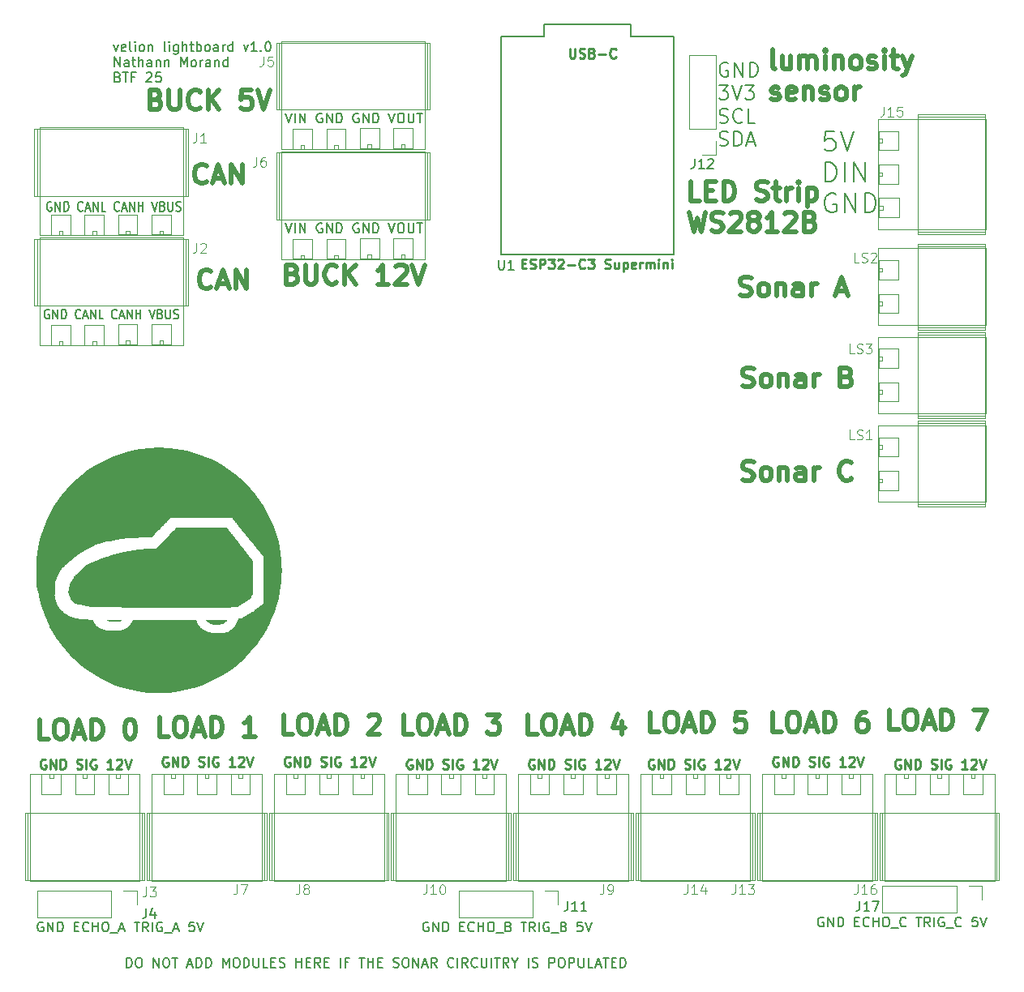
<source format=gbr>
%TF.GenerationSoftware,KiCad,Pcbnew,9.0.6*%
%TF.CreationDate,2026-01-05T12:13:31+01:00*%
%TF.ProjectId,velion_lightboard_pcb,76656c69-6f6e-45f6-9c69-676874626f61,rev?*%
%TF.SameCoordinates,Original*%
%TF.FileFunction,Legend,Top*%
%TF.FilePolarity,Positive*%
%FSLAX46Y46*%
G04 Gerber Fmt 4.6, Leading zero omitted, Abs format (unit mm)*
G04 Created by KiCad (PCBNEW 9.0.6) date 2026-01-05 12:13:31*
%MOMM*%
%LPD*%
G01*
G04 APERTURE LIST*
%ADD10C,0.250000*%
%ADD11C,0.500000*%
%ADD12C,0.200000*%
%ADD13C,0.100000*%
%ADD14C,0.150000*%
%ADD15C,0.120000*%
%ADD16C,0.000000*%
%ADD17C,0.127000*%
G04 APERTURE END LIST*
D10*
X76926377Y-125162238D02*
X76831139Y-125114619D01*
X76831139Y-125114619D02*
X76688282Y-125114619D01*
X76688282Y-125114619D02*
X76545425Y-125162238D01*
X76545425Y-125162238D02*
X76450187Y-125257476D01*
X76450187Y-125257476D02*
X76402568Y-125352714D01*
X76402568Y-125352714D02*
X76354949Y-125543190D01*
X76354949Y-125543190D02*
X76354949Y-125686047D01*
X76354949Y-125686047D02*
X76402568Y-125876523D01*
X76402568Y-125876523D02*
X76450187Y-125971761D01*
X76450187Y-125971761D02*
X76545425Y-126067000D01*
X76545425Y-126067000D02*
X76688282Y-126114619D01*
X76688282Y-126114619D02*
X76783520Y-126114619D01*
X76783520Y-126114619D02*
X76926377Y-126067000D01*
X76926377Y-126067000D02*
X76973996Y-126019380D01*
X76973996Y-126019380D02*
X76973996Y-125686047D01*
X76973996Y-125686047D02*
X76783520Y-125686047D01*
X77402568Y-126114619D02*
X77402568Y-125114619D01*
X77402568Y-125114619D02*
X77973996Y-126114619D01*
X77973996Y-126114619D02*
X77973996Y-125114619D01*
X78450187Y-126114619D02*
X78450187Y-125114619D01*
X78450187Y-125114619D02*
X78688282Y-125114619D01*
X78688282Y-125114619D02*
X78831139Y-125162238D01*
X78831139Y-125162238D02*
X78926377Y-125257476D01*
X78926377Y-125257476D02*
X78973996Y-125352714D01*
X78973996Y-125352714D02*
X79021615Y-125543190D01*
X79021615Y-125543190D02*
X79021615Y-125686047D01*
X79021615Y-125686047D02*
X78973996Y-125876523D01*
X78973996Y-125876523D02*
X78926377Y-125971761D01*
X78926377Y-125971761D02*
X78831139Y-126067000D01*
X78831139Y-126067000D02*
X78688282Y-126114619D01*
X78688282Y-126114619D02*
X78450187Y-126114619D01*
X80164473Y-126067000D02*
X80307330Y-126114619D01*
X80307330Y-126114619D02*
X80545425Y-126114619D01*
X80545425Y-126114619D02*
X80640663Y-126067000D01*
X80640663Y-126067000D02*
X80688282Y-126019380D01*
X80688282Y-126019380D02*
X80735901Y-125924142D01*
X80735901Y-125924142D02*
X80735901Y-125828904D01*
X80735901Y-125828904D02*
X80688282Y-125733666D01*
X80688282Y-125733666D02*
X80640663Y-125686047D01*
X80640663Y-125686047D02*
X80545425Y-125638428D01*
X80545425Y-125638428D02*
X80354949Y-125590809D01*
X80354949Y-125590809D02*
X80259711Y-125543190D01*
X80259711Y-125543190D02*
X80212092Y-125495571D01*
X80212092Y-125495571D02*
X80164473Y-125400333D01*
X80164473Y-125400333D02*
X80164473Y-125305095D01*
X80164473Y-125305095D02*
X80212092Y-125209857D01*
X80212092Y-125209857D02*
X80259711Y-125162238D01*
X80259711Y-125162238D02*
X80354949Y-125114619D01*
X80354949Y-125114619D02*
X80593044Y-125114619D01*
X80593044Y-125114619D02*
X80735901Y-125162238D01*
X81164473Y-126114619D02*
X81164473Y-125114619D01*
X82164472Y-125162238D02*
X82069234Y-125114619D01*
X82069234Y-125114619D02*
X81926377Y-125114619D01*
X81926377Y-125114619D02*
X81783520Y-125162238D01*
X81783520Y-125162238D02*
X81688282Y-125257476D01*
X81688282Y-125257476D02*
X81640663Y-125352714D01*
X81640663Y-125352714D02*
X81593044Y-125543190D01*
X81593044Y-125543190D02*
X81593044Y-125686047D01*
X81593044Y-125686047D02*
X81640663Y-125876523D01*
X81640663Y-125876523D02*
X81688282Y-125971761D01*
X81688282Y-125971761D02*
X81783520Y-126067000D01*
X81783520Y-126067000D02*
X81926377Y-126114619D01*
X81926377Y-126114619D02*
X82021615Y-126114619D01*
X82021615Y-126114619D02*
X82164472Y-126067000D01*
X82164472Y-126067000D02*
X82212091Y-126019380D01*
X82212091Y-126019380D02*
X82212091Y-125686047D01*
X82212091Y-125686047D02*
X82021615Y-125686047D01*
X83926377Y-126114619D02*
X83354949Y-126114619D01*
X83640663Y-126114619D02*
X83640663Y-125114619D01*
X83640663Y-125114619D02*
X83545425Y-125257476D01*
X83545425Y-125257476D02*
X83450187Y-125352714D01*
X83450187Y-125352714D02*
X83354949Y-125400333D01*
X84307330Y-125209857D02*
X84354949Y-125162238D01*
X84354949Y-125162238D02*
X84450187Y-125114619D01*
X84450187Y-125114619D02*
X84688282Y-125114619D01*
X84688282Y-125114619D02*
X84783520Y-125162238D01*
X84783520Y-125162238D02*
X84831139Y-125209857D01*
X84831139Y-125209857D02*
X84878758Y-125305095D01*
X84878758Y-125305095D02*
X84878758Y-125400333D01*
X84878758Y-125400333D02*
X84831139Y-125543190D01*
X84831139Y-125543190D02*
X84259711Y-126114619D01*
X84259711Y-126114619D02*
X84878758Y-126114619D01*
X85164473Y-125114619D02*
X85497806Y-126114619D01*
X85497806Y-126114619D02*
X85831139Y-125114619D01*
D11*
X124209899Y-86384000D02*
X124495613Y-86479238D01*
X124495613Y-86479238D02*
X124971804Y-86479238D01*
X124971804Y-86479238D02*
X125162280Y-86384000D01*
X125162280Y-86384000D02*
X125257518Y-86288761D01*
X125257518Y-86288761D02*
X125352756Y-86098285D01*
X125352756Y-86098285D02*
X125352756Y-85907809D01*
X125352756Y-85907809D02*
X125257518Y-85717333D01*
X125257518Y-85717333D02*
X125162280Y-85622095D01*
X125162280Y-85622095D02*
X124971804Y-85526857D01*
X124971804Y-85526857D02*
X124590851Y-85431619D01*
X124590851Y-85431619D02*
X124400375Y-85336380D01*
X124400375Y-85336380D02*
X124305137Y-85241142D01*
X124305137Y-85241142D02*
X124209899Y-85050666D01*
X124209899Y-85050666D02*
X124209899Y-84860190D01*
X124209899Y-84860190D02*
X124305137Y-84669714D01*
X124305137Y-84669714D02*
X124400375Y-84574476D01*
X124400375Y-84574476D02*
X124590851Y-84479238D01*
X124590851Y-84479238D02*
X125067042Y-84479238D01*
X125067042Y-84479238D02*
X125352756Y-84574476D01*
X126495613Y-86479238D02*
X126305137Y-86384000D01*
X126305137Y-86384000D02*
X126209899Y-86288761D01*
X126209899Y-86288761D02*
X126114661Y-86098285D01*
X126114661Y-86098285D02*
X126114661Y-85526857D01*
X126114661Y-85526857D02*
X126209899Y-85336380D01*
X126209899Y-85336380D02*
X126305137Y-85241142D01*
X126305137Y-85241142D02*
X126495613Y-85145904D01*
X126495613Y-85145904D02*
X126781328Y-85145904D01*
X126781328Y-85145904D02*
X126971804Y-85241142D01*
X126971804Y-85241142D02*
X127067042Y-85336380D01*
X127067042Y-85336380D02*
X127162280Y-85526857D01*
X127162280Y-85526857D02*
X127162280Y-86098285D01*
X127162280Y-86098285D02*
X127067042Y-86288761D01*
X127067042Y-86288761D02*
X126971804Y-86384000D01*
X126971804Y-86384000D02*
X126781328Y-86479238D01*
X126781328Y-86479238D02*
X126495613Y-86479238D01*
X128019423Y-85145904D02*
X128019423Y-86479238D01*
X128019423Y-85336380D02*
X128114661Y-85241142D01*
X128114661Y-85241142D02*
X128305137Y-85145904D01*
X128305137Y-85145904D02*
X128590852Y-85145904D01*
X128590852Y-85145904D02*
X128781328Y-85241142D01*
X128781328Y-85241142D02*
X128876566Y-85431619D01*
X128876566Y-85431619D02*
X128876566Y-86479238D01*
X130686090Y-86479238D02*
X130686090Y-85431619D01*
X130686090Y-85431619D02*
X130590852Y-85241142D01*
X130590852Y-85241142D02*
X130400376Y-85145904D01*
X130400376Y-85145904D02*
X130019423Y-85145904D01*
X130019423Y-85145904D02*
X129828947Y-85241142D01*
X130686090Y-86384000D02*
X130495614Y-86479238D01*
X130495614Y-86479238D02*
X130019423Y-86479238D01*
X130019423Y-86479238D02*
X129828947Y-86384000D01*
X129828947Y-86384000D02*
X129733709Y-86193523D01*
X129733709Y-86193523D02*
X129733709Y-86003047D01*
X129733709Y-86003047D02*
X129828947Y-85812571D01*
X129828947Y-85812571D02*
X130019423Y-85717333D01*
X130019423Y-85717333D02*
X130495614Y-85717333D01*
X130495614Y-85717333D02*
X130686090Y-85622095D01*
X131638471Y-86479238D02*
X131638471Y-85145904D01*
X131638471Y-85526857D02*
X131733709Y-85336380D01*
X131733709Y-85336380D02*
X131828947Y-85241142D01*
X131828947Y-85241142D02*
X132019423Y-85145904D01*
X132019423Y-85145904D02*
X132209900Y-85145904D01*
X135067043Y-85431619D02*
X135352757Y-85526857D01*
X135352757Y-85526857D02*
X135447995Y-85622095D01*
X135447995Y-85622095D02*
X135543233Y-85812571D01*
X135543233Y-85812571D02*
X135543233Y-86098285D01*
X135543233Y-86098285D02*
X135447995Y-86288761D01*
X135447995Y-86288761D02*
X135352757Y-86384000D01*
X135352757Y-86384000D02*
X135162281Y-86479238D01*
X135162281Y-86479238D02*
X134400376Y-86479238D01*
X134400376Y-86479238D02*
X134400376Y-84479238D01*
X134400376Y-84479238D02*
X135067043Y-84479238D01*
X135067043Y-84479238D02*
X135257519Y-84574476D01*
X135257519Y-84574476D02*
X135352757Y-84669714D01*
X135352757Y-84669714D02*
X135447995Y-84860190D01*
X135447995Y-84860190D02*
X135447995Y-85050666D01*
X135447995Y-85050666D02*
X135352757Y-85241142D01*
X135352757Y-85241142D02*
X135257519Y-85336380D01*
X135257519Y-85336380D02*
X135067043Y-85431619D01*
X135067043Y-85431619D02*
X134400376Y-85431619D01*
D12*
X91393482Y-142414838D02*
X91298244Y-142367219D01*
X91298244Y-142367219D02*
X91155387Y-142367219D01*
X91155387Y-142367219D02*
X91012530Y-142414838D01*
X91012530Y-142414838D02*
X90917292Y-142510076D01*
X90917292Y-142510076D02*
X90869673Y-142605314D01*
X90869673Y-142605314D02*
X90822054Y-142795790D01*
X90822054Y-142795790D02*
X90822054Y-142938647D01*
X90822054Y-142938647D02*
X90869673Y-143129123D01*
X90869673Y-143129123D02*
X90917292Y-143224361D01*
X90917292Y-143224361D02*
X91012530Y-143319600D01*
X91012530Y-143319600D02*
X91155387Y-143367219D01*
X91155387Y-143367219D02*
X91250625Y-143367219D01*
X91250625Y-143367219D02*
X91393482Y-143319600D01*
X91393482Y-143319600D02*
X91441101Y-143271980D01*
X91441101Y-143271980D02*
X91441101Y-142938647D01*
X91441101Y-142938647D02*
X91250625Y-142938647D01*
X91869673Y-143367219D02*
X91869673Y-142367219D01*
X91869673Y-142367219D02*
X92441101Y-143367219D01*
X92441101Y-143367219D02*
X92441101Y-142367219D01*
X92917292Y-143367219D02*
X92917292Y-142367219D01*
X92917292Y-142367219D02*
X93155387Y-142367219D01*
X93155387Y-142367219D02*
X93298244Y-142414838D01*
X93298244Y-142414838D02*
X93393482Y-142510076D01*
X93393482Y-142510076D02*
X93441101Y-142605314D01*
X93441101Y-142605314D02*
X93488720Y-142795790D01*
X93488720Y-142795790D02*
X93488720Y-142938647D01*
X93488720Y-142938647D02*
X93441101Y-143129123D01*
X93441101Y-143129123D02*
X93393482Y-143224361D01*
X93393482Y-143224361D02*
X93298244Y-143319600D01*
X93298244Y-143319600D02*
X93155387Y-143367219D01*
X93155387Y-143367219D02*
X92917292Y-143367219D01*
X94679197Y-142843409D02*
X95012530Y-142843409D01*
X95155387Y-143367219D02*
X94679197Y-143367219D01*
X94679197Y-143367219D02*
X94679197Y-142367219D01*
X94679197Y-142367219D02*
X95155387Y-142367219D01*
X96155387Y-143271980D02*
X96107768Y-143319600D01*
X96107768Y-143319600D02*
X95964911Y-143367219D01*
X95964911Y-143367219D02*
X95869673Y-143367219D01*
X95869673Y-143367219D02*
X95726816Y-143319600D01*
X95726816Y-143319600D02*
X95631578Y-143224361D01*
X95631578Y-143224361D02*
X95583959Y-143129123D01*
X95583959Y-143129123D02*
X95536340Y-142938647D01*
X95536340Y-142938647D02*
X95536340Y-142795790D01*
X95536340Y-142795790D02*
X95583959Y-142605314D01*
X95583959Y-142605314D02*
X95631578Y-142510076D01*
X95631578Y-142510076D02*
X95726816Y-142414838D01*
X95726816Y-142414838D02*
X95869673Y-142367219D01*
X95869673Y-142367219D02*
X95964911Y-142367219D01*
X95964911Y-142367219D02*
X96107768Y-142414838D01*
X96107768Y-142414838D02*
X96155387Y-142462457D01*
X96583959Y-143367219D02*
X96583959Y-142367219D01*
X96583959Y-142843409D02*
X97155387Y-142843409D01*
X97155387Y-143367219D02*
X97155387Y-142367219D01*
X97822054Y-142367219D02*
X98012530Y-142367219D01*
X98012530Y-142367219D02*
X98107768Y-142414838D01*
X98107768Y-142414838D02*
X98203006Y-142510076D01*
X98203006Y-142510076D02*
X98250625Y-142700552D01*
X98250625Y-142700552D02*
X98250625Y-143033885D01*
X98250625Y-143033885D02*
X98203006Y-143224361D01*
X98203006Y-143224361D02*
X98107768Y-143319600D01*
X98107768Y-143319600D02*
X98012530Y-143367219D01*
X98012530Y-143367219D02*
X97822054Y-143367219D01*
X97822054Y-143367219D02*
X97726816Y-143319600D01*
X97726816Y-143319600D02*
X97631578Y-143224361D01*
X97631578Y-143224361D02*
X97583959Y-143033885D01*
X97583959Y-143033885D02*
X97583959Y-142700552D01*
X97583959Y-142700552D02*
X97631578Y-142510076D01*
X97631578Y-142510076D02*
X97726816Y-142414838D01*
X97726816Y-142414838D02*
X97822054Y-142367219D01*
X98441102Y-143462457D02*
X99203006Y-143462457D01*
X99774435Y-142843409D02*
X99917292Y-142891028D01*
X99917292Y-142891028D02*
X99964911Y-142938647D01*
X99964911Y-142938647D02*
X100012530Y-143033885D01*
X100012530Y-143033885D02*
X100012530Y-143176742D01*
X100012530Y-143176742D02*
X99964911Y-143271980D01*
X99964911Y-143271980D02*
X99917292Y-143319600D01*
X99917292Y-143319600D02*
X99822054Y-143367219D01*
X99822054Y-143367219D02*
X99441102Y-143367219D01*
X99441102Y-143367219D02*
X99441102Y-142367219D01*
X99441102Y-142367219D02*
X99774435Y-142367219D01*
X99774435Y-142367219D02*
X99869673Y-142414838D01*
X99869673Y-142414838D02*
X99917292Y-142462457D01*
X99917292Y-142462457D02*
X99964911Y-142557695D01*
X99964911Y-142557695D02*
X99964911Y-142652933D01*
X99964911Y-142652933D02*
X99917292Y-142748171D01*
X99917292Y-142748171D02*
X99869673Y-142795790D01*
X99869673Y-142795790D02*
X99774435Y-142843409D01*
X99774435Y-142843409D02*
X99441102Y-142843409D01*
X101060150Y-142367219D02*
X101631578Y-142367219D01*
X101345864Y-143367219D02*
X101345864Y-142367219D01*
X102536340Y-143367219D02*
X102203007Y-142891028D01*
X101964912Y-143367219D02*
X101964912Y-142367219D01*
X101964912Y-142367219D02*
X102345864Y-142367219D01*
X102345864Y-142367219D02*
X102441102Y-142414838D01*
X102441102Y-142414838D02*
X102488721Y-142462457D01*
X102488721Y-142462457D02*
X102536340Y-142557695D01*
X102536340Y-142557695D02*
X102536340Y-142700552D01*
X102536340Y-142700552D02*
X102488721Y-142795790D01*
X102488721Y-142795790D02*
X102441102Y-142843409D01*
X102441102Y-142843409D02*
X102345864Y-142891028D01*
X102345864Y-142891028D02*
X101964912Y-142891028D01*
X102964912Y-143367219D02*
X102964912Y-142367219D01*
X103964911Y-142414838D02*
X103869673Y-142367219D01*
X103869673Y-142367219D02*
X103726816Y-142367219D01*
X103726816Y-142367219D02*
X103583959Y-142414838D01*
X103583959Y-142414838D02*
X103488721Y-142510076D01*
X103488721Y-142510076D02*
X103441102Y-142605314D01*
X103441102Y-142605314D02*
X103393483Y-142795790D01*
X103393483Y-142795790D02*
X103393483Y-142938647D01*
X103393483Y-142938647D02*
X103441102Y-143129123D01*
X103441102Y-143129123D02*
X103488721Y-143224361D01*
X103488721Y-143224361D02*
X103583959Y-143319600D01*
X103583959Y-143319600D02*
X103726816Y-143367219D01*
X103726816Y-143367219D02*
X103822054Y-143367219D01*
X103822054Y-143367219D02*
X103964911Y-143319600D01*
X103964911Y-143319600D02*
X104012530Y-143271980D01*
X104012530Y-143271980D02*
X104012530Y-142938647D01*
X104012530Y-142938647D02*
X103822054Y-142938647D01*
X104203007Y-143462457D02*
X104964911Y-143462457D01*
X105536340Y-142843409D02*
X105679197Y-142891028D01*
X105679197Y-142891028D02*
X105726816Y-142938647D01*
X105726816Y-142938647D02*
X105774435Y-143033885D01*
X105774435Y-143033885D02*
X105774435Y-143176742D01*
X105774435Y-143176742D02*
X105726816Y-143271980D01*
X105726816Y-143271980D02*
X105679197Y-143319600D01*
X105679197Y-143319600D02*
X105583959Y-143367219D01*
X105583959Y-143367219D02*
X105203007Y-143367219D01*
X105203007Y-143367219D02*
X105203007Y-142367219D01*
X105203007Y-142367219D02*
X105536340Y-142367219D01*
X105536340Y-142367219D02*
X105631578Y-142414838D01*
X105631578Y-142414838D02*
X105679197Y-142462457D01*
X105679197Y-142462457D02*
X105726816Y-142557695D01*
X105726816Y-142557695D02*
X105726816Y-142652933D01*
X105726816Y-142652933D02*
X105679197Y-142748171D01*
X105679197Y-142748171D02*
X105631578Y-142795790D01*
X105631578Y-142795790D02*
X105536340Y-142843409D01*
X105536340Y-142843409D02*
X105203007Y-142843409D01*
X107441102Y-142367219D02*
X106964912Y-142367219D01*
X106964912Y-142367219D02*
X106917293Y-142843409D01*
X106917293Y-142843409D02*
X106964912Y-142795790D01*
X106964912Y-142795790D02*
X107060150Y-142748171D01*
X107060150Y-142748171D02*
X107298245Y-142748171D01*
X107298245Y-142748171D02*
X107393483Y-142795790D01*
X107393483Y-142795790D02*
X107441102Y-142843409D01*
X107441102Y-142843409D02*
X107488721Y-142938647D01*
X107488721Y-142938647D02*
X107488721Y-143176742D01*
X107488721Y-143176742D02*
X107441102Y-143271980D01*
X107441102Y-143271980D02*
X107393483Y-143319600D01*
X107393483Y-143319600D02*
X107298245Y-143367219D01*
X107298245Y-143367219D02*
X107060150Y-143367219D01*
X107060150Y-143367219D02*
X106964912Y-143319600D01*
X106964912Y-143319600D02*
X106917293Y-143271980D01*
X107774436Y-142367219D02*
X108107769Y-143367219D01*
X108107769Y-143367219D02*
X108441102Y-142367219D01*
D10*
X140676377Y-125412238D02*
X140581139Y-125364619D01*
X140581139Y-125364619D02*
X140438282Y-125364619D01*
X140438282Y-125364619D02*
X140295425Y-125412238D01*
X140295425Y-125412238D02*
X140200187Y-125507476D01*
X140200187Y-125507476D02*
X140152568Y-125602714D01*
X140152568Y-125602714D02*
X140104949Y-125793190D01*
X140104949Y-125793190D02*
X140104949Y-125936047D01*
X140104949Y-125936047D02*
X140152568Y-126126523D01*
X140152568Y-126126523D02*
X140200187Y-126221761D01*
X140200187Y-126221761D02*
X140295425Y-126317000D01*
X140295425Y-126317000D02*
X140438282Y-126364619D01*
X140438282Y-126364619D02*
X140533520Y-126364619D01*
X140533520Y-126364619D02*
X140676377Y-126317000D01*
X140676377Y-126317000D02*
X140723996Y-126269380D01*
X140723996Y-126269380D02*
X140723996Y-125936047D01*
X140723996Y-125936047D02*
X140533520Y-125936047D01*
X141152568Y-126364619D02*
X141152568Y-125364619D01*
X141152568Y-125364619D02*
X141723996Y-126364619D01*
X141723996Y-126364619D02*
X141723996Y-125364619D01*
X142200187Y-126364619D02*
X142200187Y-125364619D01*
X142200187Y-125364619D02*
X142438282Y-125364619D01*
X142438282Y-125364619D02*
X142581139Y-125412238D01*
X142581139Y-125412238D02*
X142676377Y-125507476D01*
X142676377Y-125507476D02*
X142723996Y-125602714D01*
X142723996Y-125602714D02*
X142771615Y-125793190D01*
X142771615Y-125793190D02*
X142771615Y-125936047D01*
X142771615Y-125936047D02*
X142723996Y-126126523D01*
X142723996Y-126126523D02*
X142676377Y-126221761D01*
X142676377Y-126221761D02*
X142581139Y-126317000D01*
X142581139Y-126317000D02*
X142438282Y-126364619D01*
X142438282Y-126364619D02*
X142200187Y-126364619D01*
X143914473Y-126317000D02*
X144057330Y-126364619D01*
X144057330Y-126364619D02*
X144295425Y-126364619D01*
X144295425Y-126364619D02*
X144390663Y-126317000D01*
X144390663Y-126317000D02*
X144438282Y-126269380D01*
X144438282Y-126269380D02*
X144485901Y-126174142D01*
X144485901Y-126174142D02*
X144485901Y-126078904D01*
X144485901Y-126078904D02*
X144438282Y-125983666D01*
X144438282Y-125983666D02*
X144390663Y-125936047D01*
X144390663Y-125936047D02*
X144295425Y-125888428D01*
X144295425Y-125888428D02*
X144104949Y-125840809D01*
X144104949Y-125840809D02*
X144009711Y-125793190D01*
X144009711Y-125793190D02*
X143962092Y-125745571D01*
X143962092Y-125745571D02*
X143914473Y-125650333D01*
X143914473Y-125650333D02*
X143914473Y-125555095D01*
X143914473Y-125555095D02*
X143962092Y-125459857D01*
X143962092Y-125459857D02*
X144009711Y-125412238D01*
X144009711Y-125412238D02*
X144104949Y-125364619D01*
X144104949Y-125364619D02*
X144343044Y-125364619D01*
X144343044Y-125364619D02*
X144485901Y-125412238D01*
X144914473Y-126364619D02*
X144914473Y-125364619D01*
X145914472Y-125412238D02*
X145819234Y-125364619D01*
X145819234Y-125364619D02*
X145676377Y-125364619D01*
X145676377Y-125364619D02*
X145533520Y-125412238D01*
X145533520Y-125412238D02*
X145438282Y-125507476D01*
X145438282Y-125507476D02*
X145390663Y-125602714D01*
X145390663Y-125602714D02*
X145343044Y-125793190D01*
X145343044Y-125793190D02*
X145343044Y-125936047D01*
X145343044Y-125936047D02*
X145390663Y-126126523D01*
X145390663Y-126126523D02*
X145438282Y-126221761D01*
X145438282Y-126221761D02*
X145533520Y-126317000D01*
X145533520Y-126317000D02*
X145676377Y-126364619D01*
X145676377Y-126364619D02*
X145771615Y-126364619D01*
X145771615Y-126364619D02*
X145914472Y-126317000D01*
X145914472Y-126317000D02*
X145962091Y-126269380D01*
X145962091Y-126269380D02*
X145962091Y-125936047D01*
X145962091Y-125936047D02*
X145771615Y-125936047D01*
X147676377Y-126364619D02*
X147104949Y-126364619D01*
X147390663Y-126364619D02*
X147390663Y-125364619D01*
X147390663Y-125364619D02*
X147295425Y-125507476D01*
X147295425Y-125507476D02*
X147200187Y-125602714D01*
X147200187Y-125602714D02*
X147104949Y-125650333D01*
X148057330Y-125459857D02*
X148104949Y-125412238D01*
X148104949Y-125412238D02*
X148200187Y-125364619D01*
X148200187Y-125364619D02*
X148438282Y-125364619D01*
X148438282Y-125364619D02*
X148533520Y-125412238D01*
X148533520Y-125412238D02*
X148581139Y-125459857D01*
X148581139Y-125459857D02*
X148628758Y-125555095D01*
X148628758Y-125555095D02*
X148628758Y-125650333D01*
X148628758Y-125650333D02*
X148581139Y-125793190D01*
X148581139Y-125793190D02*
X148009711Y-126364619D01*
X148009711Y-126364619D02*
X148628758Y-126364619D01*
X148914473Y-125364619D02*
X149247806Y-126364619D01*
X149247806Y-126364619D02*
X149581139Y-125364619D01*
D12*
X76476816Y-57867219D02*
X76810149Y-58867219D01*
X76810149Y-58867219D02*
X77143482Y-57867219D01*
X77476816Y-58867219D02*
X77476816Y-57867219D01*
X77953006Y-58867219D02*
X77953006Y-57867219D01*
X77953006Y-57867219D02*
X78524434Y-58867219D01*
X78524434Y-58867219D02*
X78524434Y-57867219D01*
X80286339Y-57914838D02*
X80191101Y-57867219D01*
X80191101Y-57867219D02*
X80048244Y-57867219D01*
X80048244Y-57867219D02*
X79905387Y-57914838D01*
X79905387Y-57914838D02*
X79810149Y-58010076D01*
X79810149Y-58010076D02*
X79762530Y-58105314D01*
X79762530Y-58105314D02*
X79714911Y-58295790D01*
X79714911Y-58295790D02*
X79714911Y-58438647D01*
X79714911Y-58438647D02*
X79762530Y-58629123D01*
X79762530Y-58629123D02*
X79810149Y-58724361D01*
X79810149Y-58724361D02*
X79905387Y-58819600D01*
X79905387Y-58819600D02*
X80048244Y-58867219D01*
X80048244Y-58867219D02*
X80143482Y-58867219D01*
X80143482Y-58867219D02*
X80286339Y-58819600D01*
X80286339Y-58819600D02*
X80333958Y-58771980D01*
X80333958Y-58771980D02*
X80333958Y-58438647D01*
X80333958Y-58438647D02*
X80143482Y-58438647D01*
X80762530Y-58867219D02*
X80762530Y-57867219D01*
X80762530Y-57867219D02*
X81333958Y-58867219D01*
X81333958Y-58867219D02*
X81333958Y-57867219D01*
X81810149Y-58867219D02*
X81810149Y-57867219D01*
X81810149Y-57867219D02*
X82048244Y-57867219D01*
X82048244Y-57867219D02*
X82191101Y-57914838D01*
X82191101Y-57914838D02*
X82286339Y-58010076D01*
X82286339Y-58010076D02*
X82333958Y-58105314D01*
X82333958Y-58105314D02*
X82381577Y-58295790D01*
X82381577Y-58295790D02*
X82381577Y-58438647D01*
X82381577Y-58438647D02*
X82333958Y-58629123D01*
X82333958Y-58629123D02*
X82286339Y-58724361D01*
X82286339Y-58724361D02*
X82191101Y-58819600D01*
X82191101Y-58819600D02*
X82048244Y-58867219D01*
X82048244Y-58867219D02*
X81810149Y-58867219D01*
X84095863Y-57914838D02*
X84000625Y-57867219D01*
X84000625Y-57867219D02*
X83857768Y-57867219D01*
X83857768Y-57867219D02*
X83714911Y-57914838D01*
X83714911Y-57914838D02*
X83619673Y-58010076D01*
X83619673Y-58010076D02*
X83572054Y-58105314D01*
X83572054Y-58105314D02*
X83524435Y-58295790D01*
X83524435Y-58295790D02*
X83524435Y-58438647D01*
X83524435Y-58438647D02*
X83572054Y-58629123D01*
X83572054Y-58629123D02*
X83619673Y-58724361D01*
X83619673Y-58724361D02*
X83714911Y-58819600D01*
X83714911Y-58819600D02*
X83857768Y-58867219D01*
X83857768Y-58867219D02*
X83953006Y-58867219D01*
X83953006Y-58867219D02*
X84095863Y-58819600D01*
X84095863Y-58819600D02*
X84143482Y-58771980D01*
X84143482Y-58771980D02*
X84143482Y-58438647D01*
X84143482Y-58438647D02*
X83953006Y-58438647D01*
X84572054Y-58867219D02*
X84572054Y-57867219D01*
X84572054Y-57867219D02*
X85143482Y-58867219D01*
X85143482Y-58867219D02*
X85143482Y-57867219D01*
X85619673Y-58867219D02*
X85619673Y-57867219D01*
X85619673Y-57867219D02*
X85857768Y-57867219D01*
X85857768Y-57867219D02*
X86000625Y-57914838D01*
X86000625Y-57914838D02*
X86095863Y-58010076D01*
X86095863Y-58010076D02*
X86143482Y-58105314D01*
X86143482Y-58105314D02*
X86191101Y-58295790D01*
X86191101Y-58295790D02*
X86191101Y-58438647D01*
X86191101Y-58438647D02*
X86143482Y-58629123D01*
X86143482Y-58629123D02*
X86095863Y-58724361D01*
X86095863Y-58724361D02*
X86000625Y-58819600D01*
X86000625Y-58819600D02*
X85857768Y-58867219D01*
X85857768Y-58867219D02*
X85619673Y-58867219D01*
X87238721Y-57867219D02*
X87572054Y-58867219D01*
X87572054Y-58867219D02*
X87905387Y-57867219D01*
X88429197Y-57867219D02*
X88619673Y-57867219D01*
X88619673Y-57867219D02*
X88714911Y-57914838D01*
X88714911Y-57914838D02*
X88810149Y-58010076D01*
X88810149Y-58010076D02*
X88857768Y-58200552D01*
X88857768Y-58200552D02*
X88857768Y-58533885D01*
X88857768Y-58533885D02*
X88810149Y-58724361D01*
X88810149Y-58724361D02*
X88714911Y-58819600D01*
X88714911Y-58819600D02*
X88619673Y-58867219D01*
X88619673Y-58867219D02*
X88429197Y-58867219D01*
X88429197Y-58867219D02*
X88333959Y-58819600D01*
X88333959Y-58819600D02*
X88238721Y-58724361D01*
X88238721Y-58724361D02*
X88191102Y-58533885D01*
X88191102Y-58533885D02*
X88191102Y-58200552D01*
X88191102Y-58200552D02*
X88238721Y-58010076D01*
X88238721Y-58010076D02*
X88333959Y-57914838D01*
X88333959Y-57914838D02*
X88429197Y-57867219D01*
X89286340Y-57867219D02*
X89286340Y-58676742D01*
X89286340Y-58676742D02*
X89333959Y-58771980D01*
X89333959Y-58771980D02*
X89381578Y-58819600D01*
X89381578Y-58819600D02*
X89476816Y-58867219D01*
X89476816Y-58867219D02*
X89667292Y-58867219D01*
X89667292Y-58867219D02*
X89762530Y-58819600D01*
X89762530Y-58819600D02*
X89810149Y-58771980D01*
X89810149Y-58771980D02*
X89857768Y-58676742D01*
X89857768Y-58676742D02*
X89857768Y-57867219D01*
X90191102Y-57867219D02*
X90762530Y-57867219D01*
X90476816Y-58867219D02*
X90476816Y-57867219D01*
D11*
X77257518Y-122729238D02*
X76305137Y-122729238D01*
X76305137Y-122729238D02*
X76305137Y-120729238D01*
X78305137Y-120729238D02*
X78686090Y-120729238D01*
X78686090Y-120729238D02*
X78876566Y-120824476D01*
X78876566Y-120824476D02*
X79067042Y-121014952D01*
X79067042Y-121014952D02*
X79162280Y-121395904D01*
X79162280Y-121395904D02*
X79162280Y-122062571D01*
X79162280Y-122062571D02*
X79067042Y-122443523D01*
X79067042Y-122443523D02*
X78876566Y-122634000D01*
X78876566Y-122634000D02*
X78686090Y-122729238D01*
X78686090Y-122729238D02*
X78305137Y-122729238D01*
X78305137Y-122729238D02*
X78114661Y-122634000D01*
X78114661Y-122634000D02*
X77924185Y-122443523D01*
X77924185Y-122443523D02*
X77828947Y-122062571D01*
X77828947Y-122062571D02*
X77828947Y-121395904D01*
X77828947Y-121395904D02*
X77924185Y-121014952D01*
X77924185Y-121014952D02*
X78114661Y-120824476D01*
X78114661Y-120824476D02*
X78305137Y-120729238D01*
X79924185Y-122157809D02*
X80876566Y-122157809D01*
X79733709Y-122729238D02*
X80400375Y-120729238D01*
X80400375Y-120729238D02*
X81067042Y-122729238D01*
X81733709Y-122729238D02*
X81733709Y-120729238D01*
X81733709Y-120729238D02*
X82209899Y-120729238D01*
X82209899Y-120729238D02*
X82495614Y-120824476D01*
X82495614Y-120824476D02*
X82686090Y-121014952D01*
X82686090Y-121014952D02*
X82781328Y-121205428D01*
X82781328Y-121205428D02*
X82876566Y-121586380D01*
X82876566Y-121586380D02*
X82876566Y-121872095D01*
X82876566Y-121872095D02*
X82781328Y-122253047D01*
X82781328Y-122253047D02*
X82686090Y-122443523D01*
X82686090Y-122443523D02*
X82495614Y-122634000D01*
X82495614Y-122634000D02*
X82209899Y-122729238D01*
X82209899Y-122729238D02*
X81733709Y-122729238D01*
X85162281Y-120919714D02*
X85257519Y-120824476D01*
X85257519Y-120824476D02*
X85447995Y-120729238D01*
X85447995Y-120729238D02*
X85924186Y-120729238D01*
X85924186Y-120729238D02*
X86114662Y-120824476D01*
X86114662Y-120824476D02*
X86209900Y-120919714D01*
X86209900Y-120919714D02*
X86305138Y-121110190D01*
X86305138Y-121110190D02*
X86305138Y-121300666D01*
X86305138Y-121300666D02*
X86209900Y-121586380D01*
X86209900Y-121586380D02*
X85067043Y-122729238D01*
X85067043Y-122729238D02*
X86305138Y-122729238D01*
D10*
X106152568Y-51114619D02*
X106152568Y-51924142D01*
X106152568Y-51924142D02*
X106200187Y-52019380D01*
X106200187Y-52019380D02*
X106247806Y-52067000D01*
X106247806Y-52067000D02*
X106343044Y-52114619D01*
X106343044Y-52114619D02*
X106533520Y-52114619D01*
X106533520Y-52114619D02*
X106628758Y-52067000D01*
X106628758Y-52067000D02*
X106676377Y-52019380D01*
X106676377Y-52019380D02*
X106723996Y-51924142D01*
X106723996Y-51924142D02*
X106723996Y-51114619D01*
X107152568Y-52067000D02*
X107295425Y-52114619D01*
X107295425Y-52114619D02*
X107533520Y-52114619D01*
X107533520Y-52114619D02*
X107628758Y-52067000D01*
X107628758Y-52067000D02*
X107676377Y-52019380D01*
X107676377Y-52019380D02*
X107723996Y-51924142D01*
X107723996Y-51924142D02*
X107723996Y-51828904D01*
X107723996Y-51828904D02*
X107676377Y-51733666D01*
X107676377Y-51733666D02*
X107628758Y-51686047D01*
X107628758Y-51686047D02*
X107533520Y-51638428D01*
X107533520Y-51638428D02*
X107343044Y-51590809D01*
X107343044Y-51590809D02*
X107247806Y-51543190D01*
X107247806Y-51543190D02*
X107200187Y-51495571D01*
X107200187Y-51495571D02*
X107152568Y-51400333D01*
X107152568Y-51400333D02*
X107152568Y-51305095D01*
X107152568Y-51305095D02*
X107200187Y-51209857D01*
X107200187Y-51209857D02*
X107247806Y-51162238D01*
X107247806Y-51162238D02*
X107343044Y-51114619D01*
X107343044Y-51114619D02*
X107581139Y-51114619D01*
X107581139Y-51114619D02*
X107723996Y-51162238D01*
X108485901Y-51590809D02*
X108628758Y-51638428D01*
X108628758Y-51638428D02*
X108676377Y-51686047D01*
X108676377Y-51686047D02*
X108723996Y-51781285D01*
X108723996Y-51781285D02*
X108723996Y-51924142D01*
X108723996Y-51924142D02*
X108676377Y-52019380D01*
X108676377Y-52019380D02*
X108628758Y-52067000D01*
X108628758Y-52067000D02*
X108533520Y-52114619D01*
X108533520Y-52114619D02*
X108152568Y-52114619D01*
X108152568Y-52114619D02*
X108152568Y-51114619D01*
X108152568Y-51114619D02*
X108485901Y-51114619D01*
X108485901Y-51114619D02*
X108581139Y-51162238D01*
X108581139Y-51162238D02*
X108628758Y-51209857D01*
X108628758Y-51209857D02*
X108676377Y-51305095D01*
X108676377Y-51305095D02*
X108676377Y-51400333D01*
X108676377Y-51400333D02*
X108628758Y-51495571D01*
X108628758Y-51495571D02*
X108581139Y-51543190D01*
X108581139Y-51543190D02*
X108485901Y-51590809D01*
X108485901Y-51590809D02*
X108152568Y-51590809D01*
X109152568Y-51733666D02*
X109914473Y-51733666D01*
X110962091Y-52019380D02*
X110914472Y-52067000D01*
X110914472Y-52067000D02*
X110771615Y-52114619D01*
X110771615Y-52114619D02*
X110676377Y-52114619D01*
X110676377Y-52114619D02*
X110533520Y-52067000D01*
X110533520Y-52067000D02*
X110438282Y-51971761D01*
X110438282Y-51971761D02*
X110390663Y-51876523D01*
X110390663Y-51876523D02*
X110343044Y-51686047D01*
X110343044Y-51686047D02*
X110343044Y-51543190D01*
X110343044Y-51543190D02*
X110390663Y-51352714D01*
X110390663Y-51352714D02*
X110438282Y-51257476D01*
X110438282Y-51257476D02*
X110533520Y-51162238D01*
X110533520Y-51162238D02*
X110676377Y-51114619D01*
X110676377Y-51114619D02*
X110771615Y-51114619D01*
X110771615Y-51114619D02*
X110914472Y-51162238D01*
X110914472Y-51162238D02*
X110962091Y-51209857D01*
D12*
X51143482Y-142414838D02*
X51048244Y-142367219D01*
X51048244Y-142367219D02*
X50905387Y-142367219D01*
X50905387Y-142367219D02*
X50762530Y-142414838D01*
X50762530Y-142414838D02*
X50667292Y-142510076D01*
X50667292Y-142510076D02*
X50619673Y-142605314D01*
X50619673Y-142605314D02*
X50572054Y-142795790D01*
X50572054Y-142795790D02*
X50572054Y-142938647D01*
X50572054Y-142938647D02*
X50619673Y-143129123D01*
X50619673Y-143129123D02*
X50667292Y-143224361D01*
X50667292Y-143224361D02*
X50762530Y-143319600D01*
X50762530Y-143319600D02*
X50905387Y-143367219D01*
X50905387Y-143367219D02*
X51000625Y-143367219D01*
X51000625Y-143367219D02*
X51143482Y-143319600D01*
X51143482Y-143319600D02*
X51191101Y-143271980D01*
X51191101Y-143271980D02*
X51191101Y-142938647D01*
X51191101Y-142938647D02*
X51000625Y-142938647D01*
X51619673Y-143367219D02*
X51619673Y-142367219D01*
X51619673Y-142367219D02*
X52191101Y-143367219D01*
X52191101Y-143367219D02*
X52191101Y-142367219D01*
X52667292Y-143367219D02*
X52667292Y-142367219D01*
X52667292Y-142367219D02*
X52905387Y-142367219D01*
X52905387Y-142367219D02*
X53048244Y-142414838D01*
X53048244Y-142414838D02*
X53143482Y-142510076D01*
X53143482Y-142510076D02*
X53191101Y-142605314D01*
X53191101Y-142605314D02*
X53238720Y-142795790D01*
X53238720Y-142795790D02*
X53238720Y-142938647D01*
X53238720Y-142938647D02*
X53191101Y-143129123D01*
X53191101Y-143129123D02*
X53143482Y-143224361D01*
X53143482Y-143224361D02*
X53048244Y-143319600D01*
X53048244Y-143319600D02*
X52905387Y-143367219D01*
X52905387Y-143367219D02*
X52667292Y-143367219D01*
X54429197Y-142843409D02*
X54762530Y-142843409D01*
X54905387Y-143367219D02*
X54429197Y-143367219D01*
X54429197Y-143367219D02*
X54429197Y-142367219D01*
X54429197Y-142367219D02*
X54905387Y-142367219D01*
X55905387Y-143271980D02*
X55857768Y-143319600D01*
X55857768Y-143319600D02*
X55714911Y-143367219D01*
X55714911Y-143367219D02*
X55619673Y-143367219D01*
X55619673Y-143367219D02*
X55476816Y-143319600D01*
X55476816Y-143319600D02*
X55381578Y-143224361D01*
X55381578Y-143224361D02*
X55333959Y-143129123D01*
X55333959Y-143129123D02*
X55286340Y-142938647D01*
X55286340Y-142938647D02*
X55286340Y-142795790D01*
X55286340Y-142795790D02*
X55333959Y-142605314D01*
X55333959Y-142605314D02*
X55381578Y-142510076D01*
X55381578Y-142510076D02*
X55476816Y-142414838D01*
X55476816Y-142414838D02*
X55619673Y-142367219D01*
X55619673Y-142367219D02*
X55714911Y-142367219D01*
X55714911Y-142367219D02*
X55857768Y-142414838D01*
X55857768Y-142414838D02*
X55905387Y-142462457D01*
X56333959Y-143367219D02*
X56333959Y-142367219D01*
X56333959Y-142843409D02*
X56905387Y-142843409D01*
X56905387Y-143367219D02*
X56905387Y-142367219D01*
X57572054Y-142367219D02*
X57762530Y-142367219D01*
X57762530Y-142367219D02*
X57857768Y-142414838D01*
X57857768Y-142414838D02*
X57953006Y-142510076D01*
X57953006Y-142510076D02*
X58000625Y-142700552D01*
X58000625Y-142700552D02*
X58000625Y-143033885D01*
X58000625Y-143033885D02*
X57953006Y-143224361D01*
X57953006Y-143224361D02*
X57857768Y-143319600D01*
X57857768Y-143319600D02*
X57762530Y-143367219D01*
X57762530Y-143367219D02*
X57572054Y-143367219D01*
X57572054Y-143367219D02*
X57476816Y-143319600D01*
X57476816Y-143319600D02*
X57381578Y-143224361D01*
X57381578Y-143224361D02*
X57333959Y-143033885D01*
X57333959Y-143033885D02*
X57333959Y-142700552D01*
X57333959Y-142700552D02*
X57381578Y-142510076D01*
X57381578Y-142510076D02*
X57476816Y-142414838D01*
X57476816Y-142414838D02*
X57572054Y-142367219D01*
X58191102Y-143462457D02*
X58953006Y-143462457D01*
X59143483Y-143081504D02*
X59619673Y-143081504D01*
X59048245Y-143367219D02*
X59381578Y-142367219D01*
X59381578Y-142367219D02*
X59714911Y-143367219D01*
X60667293Y-142367219D02*
X61238721Y-142367219D01*
X60953007Y-143367219D02*
X60953007Y-142367219D01*
X62143483Y-143367219D02*
X61810150Y-142891028D01*
X61572055Y-143367219D02*
X61572055Y-142367219D01*
X61572055Y-142367219D02*
X61953007Y-142367219D01*
X61953007Y-142367219D02*
X62048245Y-142414838D01*
X62048245Y-142414838D02*
X62095864Y-142462457D01*
X62095864Y-142462457D02*
X62143483Y-142557695D01*
X62143483Y-142557695D02*
X62143483Y-142700552D01*
X62143483Y-142700552D02*
X62095864Y-142795790D01*
X62095864Y-142795790D02*
X62048245Y-142843409D01*
X62048245Y-142843409D02*
X61953007Y-142891028D01*
X61953007Y-142891028D02*
X61572055Y-142891028D01*
X62572055Y-143367219D02*
X62572055Y-142367219D01*
X63572054Y-142414838D02*
X63476816Y-142367219D01*
X63476816Y-142367219D02*
X63333959Y-142367219D01*
X63333959Y-142367219D02*
X63191102Y-142414838D01*
X63191102Y-142414838D02*
X63095864Y-142510076D01*
X63095864Y-142510076D02*
X63048245Y-142605314D01*
X63048245Y-142605314D02*
X63000626Y-142795790D01*
X63000626Y-142795790D02*
X63000626Y-142938647D01*
X63000626Y-142938647D02*
X63048245Y-143129123D01*
X63048245Y-143129123D02*
X63095864Y-143224361D01*
X63095864Y-143224361D02*
X63191102Y-143319600D01*
X63191102Y-143319600D02*
X63333959Y-143367219D01*
X63333959Y-143367219D02*
X63429197Y-143367219D01*
X63429197Y-143367219D02*
X63572054Y-143319600D01*
X63572054Y-143319600D02*
X63619673Y-143271980D01*
X63619673Y-143271980D02*
X63619673Y-142938647D01*
X63619673Y-142938647D02*
X63429197Y-142938647D01*
X63810150Y-143462457D02*
X64572054Y-143462457D01*
X64762531Y-143081504D02*
X65238721Y-143081504D01*
X64667293Y-143367219D02*
X65000626Y-142367219D01*
X65000626Y-142367219D02*
X65333959Y-143367219D01*
X66905388Y-142367219D02*
X66429198Y-142367219D01*
X66429198Y-142367219D02*
X66381579Y-142843409D01*
X66381579Y-142843409D02*
X66429198Y-142795790D01*
X66429198Y-142795790D02*
X66524436Y-142748171D01*
X66524436Y-142748171D02*
X66762531Y-142748171D01*
X66762531Y-142748171D02*
X66857769Y-142795790D01*
X66857769Y-142795790D02*
X66905388Y-142843409D01*
X66905388Y-142843409D02*
X66953007Y-142938647D01*
X66953007Y-142938647D02*
X66953007Y-143176742D01*
X66953007Y-143176742D02*
X66905388Y-143271980D01*
X66905388Y-143271980D02*
X66857769Y-143319600D01*
X66857769Y-143319600D02*
X66762531Y-143367219D01*
X66762531Y-143367219D02*
X66524436Y-143367219D01*
X66524436Y-143367219D02*
X66429198Y-143319600D01*
X66429198Y-143319600D02*
X66381579Y-143271980D01*
X67238722Y-142367219D02*
X67572055Y-143367219D01*
X67572055Y-143367219D02*
X67905388Y-142367219D01*
D10*
X127926377Y-125162238D02*
X127831139Y-125114619D01*
X127831139Y-125114619D02*
X127688282Y-125114619D01*
X127688282Y-125114619D02*
X127545425Y-125162238D01*
X127545425Y-125162238D02*
X127450187Y-125257476D01*
X127450187Y-125257476D02*
X127402568Y-125352714D01*
X127402568Y-125352714D02*
X127354949Y-125543190D01*
X127354949Y-125543190D02*
X127354949Y-125686047D01*
X127354949Y-125686047D02*
X127402568Y-125876523D01*
X127402568Y-125876523D02*
X127450187Y-125971761D01*
X127450187Y-125971761D02*
X127545425Y-126067000D01*
X127545425Y-126067000D02*
X127688282Y-126114619D01*
X127688282Y-126114619D02*
X127783520Y-126114619D01*
X127783520Y-126114619D02*
X127926377Y-126067000D01*
X127926377Y-126067000D02*
X127973996Y-126019380D01*
X127973996Y-126019380D02*
X127973996Y-125686047D01*
X127973996Y-125686047D02*
X127783520Y-125686047D01*
X128402568Y-126114619D02*
X128402568Y-125114619D01*
X128402568Y-125114619D02*
X128973996Y-126114619D01*
X128973996Y-126114619D02*
X128973996Y-125114619D01*
X129450187Y-126114619D02*
X129450187Y-125114619D01*
X129450187Y-125114619D02*
X129688282Y-125114619D01*
X129688282Y-125114619D02*
X129831139Y-125162238D01*
X129831139Y-125162238D02*
X129926377Y-125257476D01*
X129926377Y-125257476D02*
X129973996Y-125352714D01*
X129973996Y-125352714D02*
X130021615Y-125543190D01*
X130021615Y-125543190D02*
X130021615Y-125686047D01*
X130021615Y-125686047D02*
X129973996Y-125876523D01*
X129973996Y-125876523D02*
X129926377Y-125971761D01*
X129926377Y-125971761D02*
X129831139Y-126067000D01*
X129831139Y-126067000D02*
X129688282Y-126114619D01*
X129688282Y-126114619D02*
X129450187Y-126114619D01*
X131164473Y-126067000D02*
X131307330Y-126114619D01*
X131307330Y-126114619D02*
X131545425Y-126114619D01*
X131545425Y-126114619D02*
X131640663Y-126067000D01*
X131640663Y-126067000D02*
X131688282Y-126019380D01*
X131688282Y-126019380D02*
X131735901Y-125924142D01*
X131735901Y-125924142D02*
X131735901Y-125828904D01*
X131735901Y-125828904D02*
X131688282Y-125733666D01*
X131688282Y-125733666D02*
X131640663Y-125686047D01*
X131640663Y-125686047D02*
X131545425Y-125638428D01*
X131545425Y-125638428D02*
X131354949Y-125590809D01*
X131354949Y-125590809D02*
X131259711Y-125543190D01*
X131259711Y-125543190D02*
X131212092Y-125495571D01*
X131212092Y-125495571D02*
X131164473Y-125400333D01*
X131164473Y-125400333D02*
X131164473Y-125305095D01*
X131164473Y-125305095D02*
X131212092Y-125209857D01*
X131212092Y-125209857D02*
X131259711Y-125162238D01*
X131259711Y-125162238D02*
X131354949Y-125114619D01*
X131354949Y-125114619D02*
X131593044Y-125114619D01*
X131593044Y-125114619D02*
X131735901Y-125162238D01*
X132164473Y-126114619D02*
X132164473Y-125114619D01*
X133164472Y-125162238D02*
X133069234Y-125114619D01*
X133069234Y-125114619D02*
X132926377Y-125114619D01*
X132926377Y-125114619D02*
X132783520Y-125162238D01*
X132783520Y-125162238D02*
X132688282Y-125257476D01*
X132688282Y-125257476D02*
X132640663Y-125352714D01*
X132640663Y-125352714D02*
X132593044Y-125543190D01*
X132593044Y-125543190D02*
X132593044Y-125686047D01*
X132593044Y-125686047D02*
X132640663Y-125876523D01*
X132640663Y-125876523D02*
X132688282Y-125971761D01*
X132688282Y-125971761D02*
X132783520Y-126067000D01*
X132783520Y-126067000D02*
X132926377Y-126114619D01*
X132926377Y-126114619D02*
X133021615Y-126114619D01*
X133021615Y-126114619D02*
X133164472Y-126067000D01*
X133164472Y-126067000D02*
X133212091Y-126019380D01*
X133212091Y-126019380D02*
X133212091Y-125686047D01*
X133212091Y-125686047D02*
X133021615Y-125686047D01*
X134926377Y-126114619D02*
X134354949Y-126114619D01*
X134640663Y-126114619D02*
X134640663Y-125114619D01*
X134640663Y-125114619D02*
X134545425Y-125257476D01*
X134545425Y-125257476D02*
X134450187Y-125352714D01*
X134450187Y-125352714D02*
X134354949Y-125400333D01*
X135307330Y-125209857D02*
X135354949Y-125162238D01*
X135354949Y-125162238D02*
X135450187Y-125114619D01*
X135450187Y-125114619D02*
X135688282Y-125114619D01*
X135688282Y-125114619D02*
X135783520Y-125162238D01*
X135783520Y-125162238D02*
X135831139Y-125209857D01*
X135831139Y-125209857D02*
X135878758Y-125305095D01*
X135878758Y-125305095D02*
X135878758Y-125400333D01*
X135878758Y-125400333D02*
X135831139Y-125543190D01*
X135831139Y-125543190D02*
X135259711Y-126114619D01*
X135259711Y-126114619D02*
X135878758Y-126114619D01*
X136164473Y-125114619D02*
X136497806Y-126114619D01*
X136497806Y-126114619D02*
X136831139Y-125114619D01*
D11*
X102757518Y-122729238D02*
X101805137Y-122729238D01*
X101805137Y-122729238D02*
X101805137Y-120729238D01*
X103805137Y-120729238D02*
X104186090Y-120729238D01*
X104186090Y-120729238D02*
X104376566Y-120824476D01*
X104376566Y-120824476D02*
X104567042Y-121014952D01*
X104567042Y-121014952D02*
X104662280Y-121395904D01*
X104662280Y-121395904D02*
X104662280Y-122062571D01*
X104662280Y-122062571D02*
X104567042Y-122443523D01*
X104567042Y-122443523D02*
X104376566Y-122634000D01*
X104376566Y-122634000D02*
X104186090Y-122729238D01*
X104186090Y-122729238D02*
X103805137Y-122729238D01*
X103805137Y-122729238D02*
X103614661Y-122634000D01*
X103614661Y-122634000D02*
X103424185Y-122443523D01*
X103424185Y-122443523D02*
X103328947Y-122062571D01*
X103328947Y-122062571D02*
X103328947Y-121395904D01*
X103328947Y-121395904D02*
X103424185Y-121014952D01*
X103424185Y-121014952D02*
X103614661Y-120824476D01*
X103614661Y-120824476D02*
X103805137Y-120729238D01*
X105424185Y-122157809D02*
X106376566Y-122157809D01*
X105233709Y-122729238D02*
X105900375Y-120729238D01*
X105900375Y-120729238D02*
X106567042Y-122729238D01*
X107233709Y-122729238D02*
X107233709Y-120729238D01*
X107233709Y-120729238D02*
X107709899Y-120729238D01*
X107709899Y-120729238D02*
X107995614Y-120824476D01*
X107995614Y-120824476D02*
X108186090Y-121014952D01*
X108186090Y-121014952D02*
X108281328Y-121205428D01*
X108281328Y-121205428D02*
X108376566Y-121586380D01*
X108376566Y-121586380D02*
X108376566Y-121872095D01*
X108376566Y-121872095D02*
X108281328Y-122253047D01*
X108281328Y-122253047D02*
X108186090Y-122443523D01*
X108186090Y-122443523D02*
X107995614Y-122634000D01*
X107995614Y-122634000D02*
X107709899Y-122729238D01*
X107709899Y-122729238D02*
X107233709Y-122729238D01*
X111614662Y-121395904D02*
X111614662Y-122729238D01*
X111138471Y-120634000D02*
X110662281Y-122062571D01*
X110662281Y-122062571D02*
X111900376Y-122062571D01*
X51757518Y-123229238D02*
X50805137Y-123229238D01*
X50805137Y-123229238D02*
X50805137Y-121229238D01*
X52805137Y-121229238D02*
X53186090Y-121229238D01*
X53186090Y-121229238D02*
X53376566Y-121324476D01*
X53376566Y-121324476D02*
X53567042Y-121514952D01*
X53567042Y-121514952D02*
X53662280Y-121895904D01*
X53662280Y-121895904D02*
X53662280Y-122562571D01*
X53662280Y-122562571D02*
X53567042Y-122943523D01*
X53567042Y-122943523D02*
X53376566Y-123134000D01*
X53376566Y-123134000D02*
X53186090Y-123229238D01*
X53186090Y-123229238D02*
X52805137Y-123229238D01*
X52805137Y-123229238D02*
X52614661Y-123134000D01*
X52614661Y-123134000D02*
X52424185Y-122943523D01*
X52424185Y-122943523D02*
X52328947Y-122562571D01*
X52328947Y-122562571D02*
X52328947Y-121895904D01*
X52328947Y-121895904D02*
X52424185Y-121514952D01*
X52424185Y-121514952D02*
X52614661Y-121324476D01*
X52614661Y-121324476D02*
X52805137Y-121229238D01*
X54424185Y-122657809D02*
X55376566Y-122657809D01*
X54233709Y-123229238D02*
X54900375Y-121229238D01*
X54900375Y-121229238D02*
X55567042Y-123229238D01*
X56233709Y-123229238D02*
X56233709Y-121229238D01*
X56233709Y-121229238D02*
X56709899Y-121229238D01*
X56709899Y-121229238D02*
X56995614Y-121324476D01*
X56995614Y-121324476D02*
X57186090Y-121514952D01*
X57186090Y-121514952D02*
X57281328Y-121705428D01*
X57281328Y-121705428D02*
X57376566Y-122086380D01*
X57376566Y-122086380D02*
X57376566Y-122372095D01*
X57376566Y-122372095D02*
X57281328Y-122753047D01*
X57281328Y-122753047D02*
X57186090Y-122943523D01*
X57186090Y-122943523D02*
X56995614Y-123134000D01*
X56995614Y-123134000D02*
X56709899Y-123229238D01*
X56709899Y-123229238D02*
X56233709Y-123229238D01*
X60138471Y-121229238D02*
X60328948Y-121229238D01*
X60328948Y-121229238D02*
X60519424Y-121324476D01*
X60519424Y-121324476D02*
X60614662Y-121419714D01*
X60614662Y-121419714D02*
X60709900Y-121610190D01*
X60709900Y-121610190D02*
X60805138Y-121991142D01*
X60805138Y-121991142D02*
X60805138Y-122467333D01*
X60805138Y-122467333D02*
X60709900Y-122848285D01*
X60709900Y-122848285D02*
X60614662Y-123038761D01*
X60614662Y-123038761D02*
X60519424Y-123134000D01*
X60519424Y-123134000D02*
X60328948Y-123229238D01*
X60328948Y-123229238D02*
X60138471Y-123229238D01*
X60138471Y-123229238D02*
X59947995Y-123134000D01*
X59947995Y-123134000D02*
X59852757Y-123038761D01*
X59852757Y-123038761D02*
X59757519Y-122848285D01*
X59757519Y-122848285D02*
X59662281Y-122467333D01*
X59662281Y-122467333D02*
X59662281Y-121991142D01*
X59662281Y-121991142D02*
X59757519Y-121610190D01*
X59757519Y-121610190D02*
X59852757Y-121419714D01*
X59852757Y-121419714D02*
X59947995Y-121324476D01*
X59947995Y-121324476D02*
X60138471Y-121229238D01*
X123959899Y-76884000D02*
X124245613Y-76979238D01*
X124245613Y-76979238D02*
X124721804Y-76979238D01*
X124721804Y-76979238D02*
X124912280Y-76884000D01*
X124912280Y-76884000D02*
X125007518Y-76788761D01*
X125007518Y-76788761D02*
X125102756Y-76598285D01*
X125102756Y-76598285D02*
X125102756Y-76407809D01*
X125102756Y-76407809D02*
X125007518Y-76217333D01*
X125007518Y-76217333D02*
X124912280Y-76122095D01*
X124912280Y-76122095D02*
X124721804Y-76026857D01*
X124721804Y-76026857D02*
X124340851Y-75931619D01*
X124340851Y-75931619D02*
X124150375Y-75836380D01*
X124150375Y-75836380D02*
X124055137Y-75741142D01*
X124055137Y-75741142D02*
X123959899Y-75550666D01*
X123959899Y-75550666D02*
X123959899Y-75360190D01*
X123959899Y-75360190D02*
X124055137Y-75169714D01*
X124055137Y-75169714D02*
X124150375Y-75074476D01*
X124150375Y-75074476D02*
X124340851Y-74979238D01*
X124340851Y-74979238D02*
X124817042Y-74979238D01*
X124817042Y-74979238D02*
X125102756Y-75074476D01*
X126245613Y-76979238D02*
X126055137Y-76884000D01*
X126055137Y-76884000D02*
X125959899Y-76788761D01*
X125959899Y-76788761D02*
X125864661Y-76598285D01*
X125864661Y-76598285D02*
X125864661Y-76026857D01*
X125864661Y-76026857D02*
X125959899Y-75836380D01*
X125959899Y-75836380D02*
X126055137Y-75741142D01*
X126055137Y-75741142D02*
X126245613Y-75645904D01*
X126245613Y-75645904D02*
X126531328Y-75645904D01*
X126531328Y-75645904D02*
X126721804Y-75741142D01*
X126721804Y-75741142D02*
X126817042Y-75836380D01*
X126817042Y-75836380D02*
X126912280Y-76026857D01*
X126912280Y-76026857D02*
X126912280Y-76598285D01*
X126912280Y-76598285D02*
X126817042Y-76788761D01*
X126817042Y-76788761D02*
X126721804Y-76884000D01*
X126721804Y-76884000D02*
X126531328Y-76979238D01*
X126531328Y-76979238D02*
X126245613Y-76979238D01*
X127769423Y-75645904D02*
X127769423Y-76979238D01*
X127769423Y-75836380D02*
X127864661Y-75741142D01*
X127864661Y-75741142D02*
X128055137Y-75645904D01*
X128055137Y-75645904D02*
X128340852Y-75645904D01*
X128340852Y-75645904D02*
X128531328Y-75741142D01*
X128531328Y-75741142D02*
X128626566Y-75931619D01*
X128626566Y-75931619D02*
X128626566Y-76979238D01*
X130436090Y-76979238D02*
X130436090Y-75931619D01*
X130436090Y-75931619D02*
X130340852Y-75741142D01*
X130340852Y-75741142D02*
X130150376Y-75645904D01*
X130150376Y-75645904D02*
X129769423Y-75645904D01*
X129769423Y-75645904D02*
X129578947Y-75741142D01*
X130436090Y-76884000D02*
X130245614Y-76979238D01*
X130245614Y-76979238D02*
X129769423Y-76979238D01*
X129769423Y-76979238D02*
X129578947Y-76884000D01*
X129578947Y-76884000D02*
X129483709Y-76693523D01*
X129483709Y-76693523D02*
X129483709Y-76503047D01*
X129483709Y-76503047D02*
X129578947Y-76312571D01*
X129578947Y-76312571D02*
X129769423Y-76217333D01*
X129769423Y-76217333D02*
X130245614Y-76217333D01*
X130245614Y-76217333D02*
X130436090Y-76122095D01*
X131388471Y-76979238D02*
X131388471Y-75645904D01*
X131388471Y-76026857D02*
X131483709Y-75836380D01*
X131483709Y-75836380D02*
X131578947Y-75741142D01*
X131578947Y-75741142D02*
X131769423Y-75645904D01*
X131769423Y-75645904D02*
X131959900Y-75645904D01*
X134055138Y-76407809D02*
X135007519Y-76407809D01*
X133864662Y-76979238D02*
X134531328Y-74979238D01*
X134531328Y-74979238D02*
X135197995Y-76979238D01*
D12*
X52029197Y-67164838D02*
X51948244Y-67117219D01*
X51948244Y-67117219D02*
X51826816Y-67117219D01*
X51826816Y-67117219D02*
X51705387Y-67164838D01*
X51705387Y-67164838D02*
X51624435Y-67260076D01*
X51624435Y-67260076D02*
X51583958Y-67355314D01*
X51583958Y-67355314D02*
X51543482Y-67545790D01*
X51543482Y-67545790D02*
X51543482Y-67688647D01*
X51543482Y-67688647D02*
X51583958Y-67879123D01*
X51583958Y-67879123D02*
X51624435Y-67974361D01*
X51624435Y-67974361D02*
X51705387Y-68069600D01*
X51705387Y-68069600D02*
X51826816Y-68117219D01*
X51826816Y-68117219D02*
X51907768Y-68117219D01*
X51907768Y-68117219D02*
X52029197Y-68069600D01*
X52029197Y-68069600D02*
X52069673Y-68021980D01*
X52069673Y-68021980D02*
X52069673Y-67688647D01*
X52069673Y-67688647D02*
X51907768Y-67688647D01*
X52433958Y-68117219D02*
X52433958Y-67117219D01*
X52433958Y-67117219D02*
X52919673Y-68117219D01*
X52919673Y-68117219D02*
X52919673Y-67117219D01*
X53324434Y-68117219D02*
X53324434Y-67117219D01*
X53324434Y-67117219D02*
X53526815Y-67117219D01*
X53526815Y-67117219D02*
X53648244Y-67164838D01*
X53648244Y-67164838D02*
X53729196Y-67260076D01*
X53729196Y-67260076D02*
X53769673Y-67355314D01*
X53769673Y-67355314D02*
X53810149Y-67545790D01*
X53810149Y-67545790D02*
X53810149Y-67688647D01*
X53810149Y-67688647D02*
X53769673Y-67879123D01*
X53769673Y-67879123D02*
X53729196Y-67974361D01*
X53729196Y-67974361D02*
X53648244Y-68069600D01*
X53648244Y-68069600D02*
X53526815Y-68117219D01*
X53526815Y-68117219D02*
X53324434Y-68117219D01*
X55307768Y-68021980D02*
X55267292Y-68069600D01*
X55267292Y-68069600D02*
X55145863Y-68117219D01*
X55145863Y-68117219D02*
X55064911Y-68117219D01*
X55064911Y-68117219D02*
X54943482Y-68069600D01*
X54943482Y-68069600D02*
X54862530Y-67974361D01*
X54862530Y-67974361D02*
X54822053Y-67879123D01*
X54822053Y-67879123D02*
X54781577Y-67688647D01*
X54781577Y-67688647D02*
X54781577Y-67545790D01*
X54781577Y-67545790D02*
X54822053Y-67355314D01*
X54822053Y-67355314D02*
X54862530Y-67260076D01*
X54862530Y-67260076D02*
X54943482Y-67164838D01*
X54943482Y-67164838D02*
X55064911Y-67117219D01*
X55064911Y-67117219D02*
X55145863Y-67117219D01*
X55145863Y-67117219D02*
X55267292Y-67164838D01*
X55267292Y-67164838D02*
X55307768Y-67212457D01*
X55631577Y-67831504D02*
X56036339Y-67831504D01*
X55550625Y-68117219D02*
X55833958Y-67117219D01*
X55833958Y-67117219D02*
X56117292Y-68117219D01*
X56400624Y-68117219D02*
X56400624Y-67117219D01*
X56400624Y-67117219D02*
X56886339Y-68117219D01*
X56886339Y-68117219D02*
X56886339Y-67117219D01*
X57695862Y-68117219D02*
X57291100Y-68117219D01*
X57291100Y-68117219D02*
X57291100Y-67117219D01*
X59112529Y-68021980D02*
X59072053Y-68069600D01*
X59072053Y-68069600D02*
X58950624Y-68117219D01*
X58950624Y-68117219D02*
X58869672Y-68117219D01*
X58869672Y-68117219D02*
X58748243Y-68069600D01*
X58748243Y-68069600D02*
X58667291Y-67974361D01*
X58667291Y-67974361D02*
X58626814Y-67879123D01*
X58626814Y-67879123D02*
X58586338Y-67688647D01*
X58586338Y-67688647D02*
X58586338Y-67545790D01*
X58586338Y-67545790D02*
X58626814Y-67355314D01*
X58626814Y-67355314D02*
X58667291Y-67260076D01*
X58667291Y-67260076D02*
X58748243Y-67164838D01*
X58748243Y-67164838D02*
X58869672Y-67117219D01*
X58869672Y-67117219D02*
X58950624Y-67117219D01*
X58950624Y-67117219D02*
X59072053Y-67164838D01*
X59072053Y-67164838D02*
X59112529Y-67212457D01*
X59436338Y-67831504D02*
X59841100Y-67831504D01*
X59355386Y-68117219D02*
X59638719Y-67117219D01*
X59638719Y-67117219D02*
X59922053Y-68117219D01*
X60205385Y-68117219D02*
X60205385Y-67117219D01*
X60205385Y-67117219D02*
X60691100Y-68117219D01*
X60691100Y-68117219D02*
X60691100Y-67117219D01*
X61095861Y-68117219D02*
X61095861Y-67117219D01*
X61095861Y-67593409D02*
X61581576Y-67593409D01*
X61581576Y-68117219D02*
X61581576Y-67117219D01*
X62512528Y-67117219D02*
X62795861Y-68117219D01*
X62795861Y-68117219D02*
X63079195Y-67117219D01*
X63645861Y-67593409D02*
X63767289Y-67641028D01*
X63767289Y-67641028D02*
X63807766Y-67688647D01*
X63807766Y-67688647D02*
X63848242Y-67783885D01*
X63848242Y-67783885D02*
X63848242Y-67926742D01*
X63848242Y-67926742D02*
X63807766Y-68021980D01*
X63807766Y-68021980D02*
X63767289Y-68069600D01*
X63767289Y-68069600D02*
X63686337Y-68117219D01*
X63686337Y-68117219D02*
X63362527Y-68117219D01*
X63362527Y-68117219D02*
X63362527Y-67117219D01*
X63362527Y-67117219D02*
X63645861Y-67117219D01*
X63645861Y-67117219D02*
X63726813Y-67164838D01*
X63726813Y-67164838D02*
X63767289Y-67212457D01*
X63767289Y-67212457D02*
X63807766Y-67307695D01*
X63807766Y-67307695D02*
X63807766Y-67402933D01*
X63807766Y-67402933D02*
X63767289Y-67498171D01*
X63767289Y-67498171D02*
X63726813Y-67545790D01*
X63726813Y-67545790D02*
X63645861Y-67593409D01*
X63645861Y-67593409D02*
X63362527Y-67593409D01*
X64212527Y-67117219D02*
X64212527Y-67926742D01*
X64212527Y-67926742D02*
X64253004Y-68021980D01*
X64253004Y-68021980D02*
X64293480Y-68069600D01*
X64293480Y-68069600D02*
X64374432Y-68117219D01*
X64374432Y-68117219D02*
X64536337Y-68117219D01*
X64536337Y-68117219D02*
X64617289Y-68069600D01*
X64617289Y-68069600D02*
X64657766Y-68021980D01*
X64657766Y-68021980D02*
X64698242Y-67926742D01*
X64698242Y-67926742D02*
X64698242Y-67117219D01*
X65062527Y-68069600D02*
X65183956Y-68117219D01*
X65183956Y-68117219D02*
X65386337Y-68117219D01*
X65386337Y-68117219D02*
X65467289Y-68069600D01*
X65467289Y-68069600D02*
X65507765Y-68021980D01*
X65507765Y-68021980D02*
X65548242Y-67926742D01*
X65548242Y-67926742D02*
X65548242Y-67831504D01*
X65548242Y-67831504D02*
X65507765Y-67736266D01*
X65507765Y-67736266D02*
X65467289Y-67688647D01*
X65467289Y-67688647D02*
X65386337Y-67641028D01*
X65386337Y-67641028D02*
X65224432Y-67593409D01*
X65224432Y-67593409D02*
X65143480Y-67545790D01*
X65143480Y-67545790D02*
X65103003Y-67498171D01*
X65103003Y-67498171D02*
X65062527Y-67402933D01*
X65062527Y-67402933D02*
X65062527Y-67307695D01*
X65062527Y-67307695D02*
X65103003Y-67212457D01*
X65103003Y-67212457D02*
X65143480Y-67164838D01*
X65143480Y-67164838D02*
X65224432Y-67117219D01*
X65224432Y-67117219D02*
X65426813Y-67117219D01*
X65426813Y-67117219D02*
X65548242Y-67164838D01*
D11*
X140507518Y-122229238D02*
X139555137Y-122229238D01*
X139555137Y-122229238D02*
X139555137Y-120229238D01*
X141555137Y-120229238D02*
X141936090Y-120229238D01*
X141936090Y-120229238D02*
X142126566Y-120324476D01*
X142126566Y-120324476D02*
X142317042Y-120514952D01*
X142317042Y-120514952D02*
X142412280Y-120895904D01*
X142412280Y-120895904D02*
X142412280Y-121562571D01*
X142412280Y-121562571D02*
X142317042Y-121943523D01*
X142317042Y-121943523D02*
X142126566Y-122134000D01*
X142126566Y-122134000D02*
X141936090Y-122229238D01*
X141936090Y-122229238D02*
X141555137Y-122229238D01*
X141555137Y-122229238D02*
X141364661Y-122134000D01*
X141364661Y-122134000D02*
X141174185Y-121943523D01*
X141174185Y-121943523D02*
X141078947Y-121562571D01*
X141078947Y-121562571D02*
X141078947Y-120895904D01*
X141078947Y-120895904D02*
X141174185Y-120514952D01*
X141174185Y-120514952D02*
X141364661Y-120324476D01*
X141364661Y-120324476D02*
X141555137Y-120229238D01*
X143174185Y-121657809D02*
X144126566Y-121657809D01*
X142983709Y-122229238D02*
X143650375Y-120229238D01*
X143650375Y-120229238D02*
X144317042Y-122229238D01*
X144983709Y-122229238D02*
X144983709Y-120229238D01*
X144983709Y-120229238D02*
X145459899Y-120229238D01*
X145459899Y-120229238D02*
X145745614Y-120324476D01*
X145745614Y-120324476D02*
X145936090Y-120514952D01*
X145936090Y-120514952D02*
X146031328Y-120705428D01*
X146031328Y-120705428D02*
X146126566Y-121086380D01*
X146126566Y-121086380D02*
X146126566Y-121372095D01*
X146126566Y-121372095D02*
X146031328Y-121753047D01*
X146031328Y-121753047D02*
X145936090Y-121943523D01*
X145936090Y-121943523D02*
X145745614Y-122134000D01*
X145745614Y-122134000D02*
X145459899Y-122229238D01*
X145459899Y-122229238D02*
X144983709Y-122229238D01*
X148317043Y-120229238D02*
X149650376Y-120229238D01*
X149650376Y-120229238D02*
X148793233Y-122229238D01*
D12*
X76476816Y-69367219D02*
X76810149Y-70367219D01*
X76810149Y-70367219D02*
X77143482Y-69367219D01*
X77476816Y-70367219D02*
X77476816Y-69367219D01*
X77953006Y-70367219D02*
X77953006Y-69367219D01*
X77953006Y-69367219D02*
X78524434Y-70367219D01*
X78524434Y-70367219D02*
X78524434Y-69367219D01*
X80286339Y-69414838D02*
X80191101Y-69367219D01*
X80191101Y-69367219D02*
X80048244Y-69367219D01*
X80048244Y-69367219D02*
X79905387Y-69414838D01*
X79905387Y-69414838D02*
X79810149Y-69510076D01*
X79810149Y-69510076D02*
X79762530Y-69605314D01*
X79762530Y-69605314D02*
X79714911Y-69795790D01*
X79714911Y-69795790D02*
X79714911Y-69938647D01*
X79714911Y-69938647D02*
X79762530Y-70129123D01*
X79762530Y-70129123D02*
X79810149Y-70224361D01*
X79810149Y-70224361D02*
X79905387Y-70319600D01*
X79905387Y-70319600D02*
X80048244Y-70367219D01*
X80048244Y-70367219D02*
X80143482Y-70367219D01*
X80143482Y-70367219D02*
X80286339Y-70319600D01*
X80286339Y-70319600D02*
X80333958Y-70271980D01*
X80333958Y-70271980D02*
X80333958Y-69938647D01*
X80333958Y-69938647D02*
X80143482Y-69938647D01*
X80762530Y-70367219D02*
X80762530Y-69367219D01*
X80762530Y-69367219D02*
X81333958Y-70367219D01*
X81333958Y-70367219D02*
X81333958Y-69367219D01*
X81810149Y-70367219D02*
X81810149Y-69367219D01*
X81810149Y-69367219D02*
X82048244Y-69367219D01*
X82048244Y-69367219D02*
X82191101Y-69414838D01*
X82191101Y-69414838D02*
X82286339Y-69510076D01*
X82286339Y-69510076D02*
X82333958Y-69605314D01*
X82333958Y-69605314D02*
X82381577Y-69795790D01*
X82381577Y-69795790D02*
X82381577Y-69938647D01*
X82381577Y-69938647D02*
X82333958Y-70129123D01*
X82333958Y-70129123D02*
X82286339Y-70224361D01*
X82286339Y-70224361D02*
X82191101Y-70319600D01*
X82191101Y-70319600D02*
X82048244Y-70367219D01*
X82048244Y-70367219D02*
X81810149Y-70367219D01*
X84095863Y-69414838D02*
X84000625Y-69367219D01*
X84000625Y-69367219D02*
X83857768Y-69367219D01*
X83857768Y-69367219D02*
X83714911Y-69414838D01*
X83714911Y-69414838D02*
X83619673Y-69510076D01*
X83619673Y-69510076D02*
X83572054Y-69605314D01*
X83572054Y-69605314D02*
X83524435Y-69795790D01*
X83524435Y-69795790D02*
X83524435Y-69938647D01*
X83524435Y-69938647D02*
X83572054Y-70129123D01*
X83572054Y-70129123D02*
X83619673Y-70224361D01*
X83619673Y-70224361D02*
X83714911Y-70319600D01*
X83714911Y-70319600D02*
X83857768Y-70367219D01*
X83857768Y-70367219D02*
X83953006Y-70367219D01*
X83953006Y-70367219D02*
X84095863Y-70319600D01*
X84095863Y-70319600D02*
X84143482Y-70271980D01*
X84143482Y-70271980D02*
X84143482Y-69938647D01*
X84143482Y-69938647D02*
X83953006Y-69938647D01*
X84572054Y-70367219D02*
X84572054Y-69367219D01*
X84572054Y-69367219D02*
X85143482Y-70367219D01*
X85143482Y-70367219D02*
X85143482Y-69367219D01*
X85619673Y-70367219D02*
X85619673Y-69367219D01*
X85619673Y-69367219D02*
X85857768Y-69367219D01*
X85857768Y-69367219D02*
X86000625Y-69414838D01*
X86000625Y-69414838D02*
X86095863Y-69510076D01*
X86095863Y-69510076D02*
X86143482Y-69605314D01*
X86143482Y-69605314D02*
X86191101Y-69795790D01*
X86191101Y-69795790D02*
X86191101Y-69938647D01*
X86191101Y-69938647D02*
X86143482Y-70129123D01*
X86143482Y-70129123D02*
X86095863Y-70224361D01*
X86095863Y-70224361D02*
X86000625Y-70319600D01*
X86000625Y-70319600D02*
X85857768Y-70367219D01*
X85857768Y-70367219D02*
X85619673Y-70367219D01*
X87238721Y-69367219D02*
X87572054Y-70367219D01*
X87572054Y-70367219D02*
X87905387Y-69367219D01*
X88429197Y-69367219D02*
X88619673Y-69367219D01*
X88619673Y-69367219D02*
X88714911Y-69414838D01*
X88714911Y-69414838D02*
X88810149Y-69510076D01*
X88810149Y-69510076D02*
X88857768Y-69700552D01*
X88857768Y-69700552D02*
X88857768Y-70033885D01*
X88857768Y-70033885D02*
X88810149Y-70224361D01*
X88810149Y-70224361D02*
X88714911Y-70319600D01*
X88714911Y-70319600D02*
X88619673Y-70367219D01*
X88619673Y-70367219D02*
X88429197Y-70367219D01*
X88429197Y-70367219D02*
X88333959Y-70319600D01*
X88333959Y-70319600D02*
X88238721Y-70224361D01*
X88238721Y-70224361D02*
X88191102Y-70033885D01*
X88191102Y-70033885D02*
X88191102Y-69700552D01*
X88191102Y-69700552D02*
X88238721Y-69510076D01*
X88238721Y-69510076D02*
X88333959Y-69414838D01*
X88333959Y-69414838D02*
X88429197Y-69367219D01*
X89286340Y-69367219D02*
X89286340Y-70176742D01*
X89286340Y-70176742D02*
X89333959Y-70271980D01*
X89333959Y-70271980D02*
X89381578Y-70319600D01*
X89381578Y-70319600D02*
X89476816Y-70367219D01*
X89476816Y-70367219D02*
X89667292Y-70367219D01*
X89667292Y-70367219D02*
X89762530Y-70319600D01*
X89762530Y-70319600D02*
X89810149Y-70271980D01*
X89810149Y-70271980D02*
X89857768Y-70176742D01*
X89857768Y-70176742D02*
X89857768Y-69367219D01*
X90191102Y-69367219D02*
X90762530Y-69367219D01*
X90476816Y-70367219D02*
X90476816Y-69367219D01*
D10*
X89676377Y-125412238D02*
X89581139Y-125364619D01*
X89581139Y-125364619D02*
X89438282Y-125364619D01*
X89438282Y-125364619D02*
X89295425Y-125412238D01*
X89295425Y-125412238D02*
X89200187Y-125507476D01*
X89200187Y-125507476D02*
X89152568Y-125602714D01*
X89152568Y-125602714D02*
X89104949Y-125793190D01*
X89104949Y-125793190D02*
X89104949Y-125936047D01*
X89104949Y-125936047D02*
X89152568Y-126126523D01*
X89152568Y-126126523D02*
X89200187Y-126221761D01*
X89200187Y-126221761D02*
X89295425Y-126317000D01*
X89295425Y-126317000D02*
X89438282Y-126364619D01*
X89438282Y-126364619D02*
X89533520Y-126364619D01*
X89533520Y-126364619D02*
X89676377Y-126317000D01*
X89676377Y-126317000D02*
X89723996Y-126269380D01*
X89723996Y-126269380D02*
X89723996Y-125936047D01*
X89723996Y-125936047D02*
X89533520Y-125936047D01*
X90152568Y-126364619D02*
X90152568Y-125364619D01*
X90152568Y-125364619D02*
X90723996Y-126364619D01*
X90723996Y-126364619D02*
X90723996Y-125364619D01*
X91200187Y-126364619D02*
X91200187Y-125364619D01*
X91200187Y-125364619D02*
X91438282Y-125364619D01*
X91438282Y-125364619D02*
X91581139Y-125412238D01*
X91581139Y-125412238D02*
X91676377Y-125507476D01*
X91676377Y-125507476D02*
X91723996Y-125602714D01*
X91723996Y-125602714D02*
X91771615Y-125793190D01*
X91771615Y-125793190D02*
X91771615Y-125936047D01*
X91771615Y-125936047D02*
X91723996Y-126126523D01*
X91723996Y-126126523D02*
X91676377Y-126221761D01*
X91676377Y-126221761D02*
X91581139Y-126317000D01*
X91581139Y-126317000D02*
X91438282Y-126364619D01*
X91438282Y-126364619D02*
X91200187Y-126364619D01*
X92914473Y-126317000D02*
X93057330Y-126364619D01*
X93057330Y-126364619D02*
X93295425Y-126364619D01*
X93295425Y-126364619D02*
X93390663Y-126317000D01*
X93390663Y-126317000D02*
X93438282Y-126269380D01*
X93438282Y-126269380D02*
X93485901Y-126174142D01*
X93485901Y-126174142D02*
X93485901Y-126078904D01*
X93485901Y-126078904D02*
X93438282Y-125983666D01*
X93438282Y-125983666D02*
X93390663Y-125936047D01*
X93390663Y-125936047D02*
X93295425Y-125888428D01*
X93295425Y-125888428D02*
X93104949Y-125840809D01*
X93104949Y-125840809D02*
X93009711Y-125793190D01*
X93009711Y-125793190D02*
X92962092Y-125745571D01*
X92962092Y-125745571D02*
X92914473Y-125650333D01*
X92914473Y-125650333D02*
X92914473Y-125555095D01*
X92914473Y-125555095D02*
X92962092Y-125459857D01*
X92962092Y-125459857D02*
X93009711Y-125412238D01*
X93009711Y-125412238D02*
X93104949Y-125364619D01*
X93104949Y-125364619D02*
X93343044Y-125364619D01*
X93343044Y-125364619D02*
X93485901Y-125412238D01*
X93914473Y-126364619D02*
X93914473Y-125364619D01*
X94914472Y-125412238D02*
X94819234Y-125364619D01*
X94819234Y-125364619D02*
X94676377Y-125364619D01*
X94676377Y-125364619D02*
X94533520Y-125412238D01*
X94533520Y-125412238D02*
X94438282Y-125507476D01*
X94438282Y-125507476D02*
X94390663Y-125602714D01*
X94390663Y-125602714D02*
X94343044Y-125793190D01*
X94343044Y-125793190D02*
X94343044Y-125936047D01*
X94343044Y-125936047D02*
X94390663Y-126126523D01*
X94390663Y-126126523D02*
X94438282Y-126221761D01*
X94438282Y-126221761D02*
X94533520Y-126317000D01*
X94533520Y-126317000D02*
X94676377Y-126364619D01*
X94676377Y-126364619D02*
X94771615Y-126364619D01*
X94771615Y-126364619D02*
X94914472Y-126317000D01*
X94914472Y-126317000D02*
X94962091Y-126269380D01*
X94962091Y-126269380D02*
X94962091Y-125936047D01*
X94962091Y-125936047D02*
X94771615Y-125936047D01*
X96676377Y-126364619D02*
X96104949Y-126364619D01*
X96390663Y-126364619D02*
X96390663Y-125364619D01*
X96390663Y-125364619D02*
X96295425Y-125507476D01*
X96295425Y-125507476D02*
X96200187Y-125602714D01*
X96200187Y-125602714D02*
X96104949Y-125650333D01*
X97057330Y-125459857D02*
X97104949Y-125412238D01*
X97104949Y-125412238D02*
X97200187Y-125364619D01*
X97200187Y-125364619D02*
X97438282Y-125364619D01*
X97438282Y-125364619D02*
X97533520Y-125412238D01*
X97533520Y-125412238D02*
X97581139Y-125459857D01*
X97581139Y-125459857D02*
X97628758Y-125555095D01*
X97628758Y-125555095D02*
X97628758Y-125650333D01*
X97628758Y-125650333D02*
X97581139Y-125793190D01*
X97581139Y-125793190D02*
X97009711Y-126364619D01*
X97009711Y-126364619D02*
X97628758Y-126364619D01*
X97914473Y-125364619D02*
X98247806Y-126364619D01*
X98247806Y-126364619D02*
X98581139Y-125364619D01*
D12*
X122654435Y-52632709D02*
X122511578Y-52561280D01*
X122511578Y-52561280D02*
X122297292Y-52561280D01*
X122297292Y-52561280D02*
X122083006Y-52632709D01*
X122083006Y-52632709D02*
X121940149Y-52775566D01*
X121940149Y-52775566D02*
X121868720Y-52918423D01*
X121868720Y-52918423D02*
X121797292Y-53204137D01*
X121797292Y-53204137D02*
X121797292Y-53418423D01*
X121797292Y-53418423D02*
X121868720Y-53704137D01*
X121868720Y-53704137D02*
X121940149Y-53846994D01*
X121940149Y-53846994D02*
X122083006Y-53989852D01*
X122083006Y-53989852D02*
X122297292Y-54061280D01*
X122297292Y-54061280D02*
X122440149Y-54061280D01*
X122440149Y-54061280D02*
X122654435Y-53989852D01*
X122654435Y-53989852D02*
X122725863Y-53918423D01*
X122725863Y-53918423D02*
X122725863Y-53418423D01*
X122725863Y-53418423D02*
X122440149Y-53418423D01*
X123368720Y-54061280D02*
X123368720Y-52561280D01*
X123368720Y-52561280D02*
X124225863Y-54061280D01*
X124225863Y-54061280D02*
X124225863Y-52561280D01*
X124940149Y-54061280D02*
X124940149Y-52561280D01*
X124940149Y-52561280D02*
X125297292Y-52561280D01*
X125297292Y-52561280D02*
X125511578Y-52632709D01*
X125511578Y-52632709D02*
X125654435Y-52775566D01*
X125654435Y-52775566D02*
X125725864Y-52918423D01*
X125725864Y-52918423D02*
X125797292Y-53204137D01*
X125797292Y-53204137D02*
X125797292Y-53418423D01*
X125797292Y-53418423D02*
X125725864Y-53704137D01*
X125725864Y-53704137D02*
X125654435Y-53846994D01*
X125654435Y-53846994D02*
X125511578Y-53989852D01*
X125511578Y-53989852D02*
X125297292Y-54061280D01*
X125297292Y-54061280D02*
X124940149Y-54061280D01*
X121725863Y-54976196D02*
X122654435Y-54976196D01*
X122654435Y-54976196D02*
X122154435Y-55547625D01*
X122154435Y-55547625D02*
X122368720Y-55547625D01*
X122368720Y-55547625D02*
X122511578Y-55619053D01*
X122511578Y-55619053D02*
X122583006Y-55690482D01*
X122583006Y-55690482D02*
X122654435Y-55833339D01*
X122654435Y-55833339D02*
X122654435Y-56190482D01*
X122654435Y-56190482D02*
X122583006Y-56333339D01*
X122583006Y-56333339D02*
X122511578Y-56404768D01*
X122511578Y-56404768D02*
X122368720Y-56476196D01*
X122368720Y-56476196D02*
X121940149Y-56476196D01*
X121940149Y-56476196D02*
X121797292Y-56404768D01*
X121797292Y-56404768D02*
X121725863Y-56333339D01*
X123083006Y-54976196D02*
X123583006Y-56476196D01*
X123583006Y-56476196D02*
X124083006Y-54976196D01*
X124440148Y-54976196D02*
X125368720Y-54976196D01*
X125368720Y-54976196D02*
X124868720Y-55547625D01*
X124868720Y-55547625D02*
X125083005Y-55547625D01*
X125083005Y-55547625D02*
X125225863Y-55619053D01*
X125225863Y-55619053D02*
X125297291Y-55690482D01*
X125297291Y-55690482D02*
X125368720Y-55833339D01*
X125368720Y-55833339D02*
X125368720Y-56190482D01*
X125368720Y-56190482D02*
X125297291Y-56333339D01*
X125297291Y-56333339D02*
X125225863Y-56404768D01*
X125225863Y-56404768D02*
X125083005Y-56476196D01*
X125083005Y-56476196D02*
X124654434Y-56476196D01*
X124654434Y-56476196D02*
X124511577Y-56404768D01*
X124511577Y-56404768D02*
X124440148Y-56333339D01*
X121797292Y-58819684D02*
X122011578Y-58891112D01*
X122011578Y-58891112D02*
X122368720Y-58891112D01*
X122368720Y-58891112D02*
X122511578Y-58819684D01*
X122511578Y-58819684D02*
X122583006Y-58748255D01*
X122583006Y-58748255D02*
X122654435Y-58605398D01*
X122654435Y-58605398D02*
X122654435Y-58462541D01*
X122654435Y-58462541D02*
X122583006Y-58319684D01*
X122583006Y-58319684D02*
X122511578Y-58248255D01*
X122511578Y-58248255D02*
X122368720Y-58176826D01*
X122368720Y-58176826D02*
X122083006Y-58105398D01*
X122083006Y-58105398D02*
X121940149Y-58033969D01*
X121940149Y-58033969D02*
X121868720Y-57962541D01*
X121868720Y-57962541D02*
X121797292Y-57819684D01*
X121797292Y-57819684D02*
X121797292Y-57676826D01*
X121797292Y-57676826D02*
X121868720Y-57533969D01*
X121868720Y-57533969D02*
X121940149Y-57462541D01*
X121940149Y-57462541D02*
X122083006Y-57391112D01*
X122083006Y-57391112D02*
X122440149Y-57391112D01*
X122440149Y-57391112D02*
X122654435Y-57462541D01*
X124154434Y-58748255D02*
X124083006Y-58819684D01*
X124083006Y-58819684D02*
X123868720Y-58891112D01*
X123868720Y-58891112D02*
X123725863Y-58891112D01*
X123725863Y-58891112D02*
X123511577Y-58819684D01*
X123511577Y-58819684D02*
X123368720Y-58676826D01*
X123368720Y-58676826D02*
X123297291Y-58533969D01*
X123297291Y-58533969D02*
X123225863Y-58248255D01*
X123225863Y-58248255D02*
X123225863Y-58033969D01*
X123225863Y-58033969D02*
X123297291Y-57748255D01*
X123297291Y-57748255D02*
X123368720Y-57605398D01*
X123368720Y-57605398D02*
X123511577Y-57462541D01*
X123511577Y-57462541D02*
X123725863Y-57391112D01*
X123725863Y-57391112D02*
X123868720Y-57391112D01*
X123868720Y-57391112D02*
X124083006Y-57462541D01*
X124083006Y-57462541D02*
X124154434Y-57533969D01*
X125511577Y-58891112D02*
X124797291Y-58891112D01*
X124797291Y-58891112D02*
X124797291Y-57391112D01*
X121797292Y-61234600D02*
X122011578Y-61306028D01*
X122011578Y-61306028D02*
X122368720Y-61306028D01*
X122368720Y-61306028D02*
X122511578Y-61234600D01*
X122511578Y-61234600D02*
X122583006Y-61163171D01*
X122583006Y-61163171D02*
X122654435Y-61020314D01*
X122654435Y-61020314D02*
X122654435Y-60877457D01*
X122654435Y-60877457D02*
X122583006Y-60734600D01*
X122583006Y-60734600D02*
X122511578Y-60663171D01*
X122511578Y-60663171D02*
X122368720Y-60591742D01*
X122368720Y-60591742D02*
X122083006Y-60520314D01*
X122083006Y-60520314D02*
X121940149Y-60448885D01*
X121940149Y-60448885D02*
X121868720Y-60377457D01*
X121868720Y-60377457D02*
X121797292Y-60234600D01*
X121797292Y-60234600D02*
X121797292Y-60091742D01*
X121797292Y-60091742D02*
X121868720Y-59948885D01*
X121868720Y-59948885D02*
X121940149Y-59877457D01*
X121940149Y-59877457D02*
X122083006Y-59806028D01*
X122083006Y-59806028D02*
X122440149Y-59806028D01*
X122440149Y-59806028D02*
X122654435Y-59877457D01*
X123297291Y-61306028D02*
X123297291Y-59806028D01*
X123297291Y-59806028D02*
X123654434Y-59806028D01*
X123654434Y-59806028D02*
X123868720Y-59877457D01*
X123868720Y-59877457D02*
X124011577Y-60020314D01*
X124011577Y-60020314D02*
X124083006Y-60163171D01*
X124083006Y-60163171D02*
X124154434Y-60448885D01*
X124154434Y-60448885D02*
X124154434Y-60663171D01*
X124154434Y-60663171D02*
X124083006Y-60948885D01*
X124083006Y-60948885D02*
X124011577Y-61091742D01*
X124011577Y-61091742D02*
X123868720Y-61234600D01*
X123868720Y-61234600D02*
X123654434Y-61306028D01*
X123654434Y-61306028D02*
X123297291Y-61306028D01*
X124725863Y-60877457D02*
X125440149Y-60877457D01*
X124583006Y-61306028D02*
X125083006Y-59806028D01*
X125083006Y-59806028D02*
X125583006Y-61306028D01*
X133810149Y-59805062D02*
X132857768Y-59805062D01*
X132857768Y-59805062D02*
X132762530Y-60757443D01*
X132762530Y-60757443D02*
X132857768Y-60662204D01*
X132857768Y-60662204D02*
X133048244Y-60566966D01*
X133048244Y-60566966D02*
X133524435Y-60566966D01*
X133524435Y-60566966D02*
X133714911Y-60662204D01*
X133714911Y-60662204D02*
X133810149Y-60757443D01*
X133810149Y-60757443D02*
X133905387Y-60947919D01*
X133905387Y-60947919D02*
X133905387Y-61424109D01*
X133905387Y-61424109D02*
X133810149Y-61614585D01*
X133810149Y-61614585D02*
X133714911Y-61709824D01*
X133714911Y-61709824D02*
X133524435Y-61805062D01*
X133524435Y-61805062D02*
X133048244Y-61805062D01*
X133048244Y-61805062D02*
X132857768Y-61709824D01*
X132857768Y-61709824D02*
X132762530Y-61614585D01*
X134476816Y-59805062D02*
X135143482Y-61805062D01*
X135143482Y-61805062D02*
X135810149Y-59805062D01*
X132857768Y-65024950D02*
X132857768Y-63024950D01*
X132857768Y-63024950D02*
X133333958Y-63024950D01*
X133333958Y-63024950D02*
X133619673Y-63120188D01*
X133619673Y-63120188D02*
X133810149Y-63310664D01*
X133810149Y-63310664D02*
X133905387Y-63501140D01*
X133905387Y-63501140D02*
X134000625Y-63882092D01*
X134000625Y-63882092D02*
X134000625Y-64167807D01*
X134000625Y-64167807D02*
X133905387Y-64548759D01*
X133905387Y-64548759D02*
X133810149Y-64739235D01*
X133810149Y-64739235D02*
X133619673Y-64929712D01*
X133619673Y-64929712D02*
X133333958Y-65024950D01*
X133333958Y-65024950D02*
X132857768Y-65024950D01*
X134857768Y-65024950D02*
X134857768Y-63024950D01*
X135810149Y-65024950D02*
X135810149Y-63024950D01*
X135810149Y-63024950D02*
X136953006Y-65024950D01*
X136953006Y-65024950D02*
X136953006Y-63024950D01*
X133905387Y-66340076D02*
X133714911Y-66244838D01*
X133714911Y-66244838D02*
X133429197Y-66244838D01*
X133429197Y-66244838D02*
X133143482Y-66340076D01*
X133143482Y-66340076D02*
X132953006Y-66530552D01*
X132953006Y-66530552D02*
X132857768Y-66721028D01*
X132857768Y-66721028D02*
X132762530Y-67101980D01*
X132762530Y-67101980D02*
X132762530Y-67387695D01*
X132762530Y-67387695D02*
X132857768Y-67768647D01*
X132857768Y-67768647D02*
X132953006Y-67959123D01*
X132953006Y-67959123D02*
X133143482Y-68149600D01*
X133143482Y-68149600D02*
X133429197Y-68244838D01*
X133429197Y-68244838D02*
X133619673Y-68244838D01*
X133619673Y-68244838D02*
X133905387Y-68149600D01*
X133905387Y-68149600D02*
X134000625Y-68054361D01*
X134000625Y-68054361D02*
X134000625Y-67387695D01*
X134000625Y-67387695D02*
X133619673Y-67387695D01*
X134857768Y-68244838D02*
X134857768Y-66244838D01*
X134857768Y-66244838D02*
X136000625Y-68244838D01*
X136000625Y-68244838D02*
X136000625Y-66244838D01*
X136953006Y-68244838D02*
X136953006Y-66244838D01*
X136953006Y-66244838D02*
X137429196Y-66244838D01*
X137429196Y-66244838D02*
X137714911Y-66340076D01*
X137714911Y-66340076D02*
X137905387Y-66530552D01*
X137905387Y-66530552D02*
X138000625Y-66721028D01*
X138000625Y-66721028D02*
X138095863Y-67101980D01*
X138095863Y-67101980D02*
X138095863Y-67387695D01*
X138095863Y-67387695D02*
X138000625Y-67768647D01*
X138000625Y-67768647D02*
X137905387Y-67959123D01*
X137905387Y-67959123D02*
X137714911Y-68149600D01*
X137714911Y-68149600D02*
X137429196Y-68244838D01*
X137429196Y-68244838D02*
X136953006Y-68244838D01*
X132643482Y-141914838D02*
X132548244Y-141867219D01*
X132548244Y-141867219D02*
X132405387Y-141867219D01*
X132405387Y-141867219D02*
X132262530Y-141914838D01*
X132262530Y-141914838D02*
X132167292Y-142010076D01*
X132167292Y-142010076D02*
X132119673Y-142105314D01*
X132119673Y-142105314D02*
X132072054Y-142295790D01*
X132072054Y-142295790D02*
X132072054Y-142438647D01*
X132072054Y-142438647D02*
X132119673Y-142629123D01*
X132119673Y-142629123D02*
X132167292Y-142724361D01*
X132167292Y-142724361D02*
X132262530Y-142819600D01*
X132262530Y-142819600D02*
X132405387Y-142867219D01*
X132405387Y-142867219D02*
X132500625Y-142867219D01*
X132500625Y-142867219D02*
X132643482Y-142819600D01*
X132643482Y-142819600D02*
X132691101Y-142771980D01*
X132691101Y-142771980D02*
X132691101Y-142438647D01*
X132691101Y-142438647D02*
X132500625Y-142438647D01*
X133119673Y-142867219D02*
X133119673Y-141867219D01*
X133119673Y-141867219D02*
X133691101Y-142867219D01*
X133691101Y-142867219D02*
X133691101Y-141867219D01*
X134167292Y-142867219D02*
X134167292Y-141867219D01*
X134167292Y-141867219D02*
X134405387Y-141867219D01*
X134405387Y-141867219D02*
X134548244Y-141914838D01*
X134548244Y-141914838D02*
X134643482Y-142010076D01*
X134643482Y-142010076D02*
X134691101Y-142105314D01*
X134691101Y-142105314D02*
X134738720Y-142295790D01*
X134738720Y-142295790D02*
X134738720Y-142438647D01*
X134738720Y-142438647D02*
X134691101Y-142629123D01*
X134691101Y-142629123D02*
X134643482Y-142724361D01*
X134643482Y-142724361D02*
X134548244Y-142819600D01*
X134548244Y-142819600D02*
X134405387Y-142867219D01*
X134405387Y-142867219D02*
X134167292Y-142867219D01*
X135929197Y-142343409D02*
X136262530Y-142343409D01*
X136405387Y-142867219D02*
X135929197Y-142867219D01*
X135929197Y-142867219D02*
X135929197Y-141867219D01*
X135929197Y-141867219D02*
X136405387Y-141867219D01*
X137405387Y-142771980D02*
X137357768Y-142819600D01*
X137357768Y-142819600D02*
X137214911Y-142867219D01*
X137214911Y-142867219D02*
X137119673Y-142867219D01*
X137119673Y-142867219D02*
X136976816Y-142819600D01*
X136976816Y-142819600D02*
X136881578Y-142724361D01*
X136881578Y-142724361D02*
X136833959Y-142629123D01*
X136833959Y-142629123D02*
X136786340Y-142438647D01*
X136786340Y-142438647D02*
X136786340Y-142295790D01*
X136786340Y-142295790D02*
X136833959Y-142105314D01*
X136833959Y-142105314D02*
X136881578Y-142010076D01*
X136881578Y-142010076D02*
X136976816Y-141914838D01*
X136976816Y-141914838D02*
X137119673Y-141867219D01*
X137119673Y-141867219D02*
X137214911Y-141867219D01*
X137214911Y-141867219D02*
X137357768Y-141914838D01*
X137357768Y-141914838D02*
X137405387Y-141962457D01*
X137833959Y-142867219D02*
X137833959Y-141867219D01*
X137833959Y-142343409D02*
X138405387Y-142343409D01*
X138405387Y-142867219D02*
X138405387Y-141867219D01*
X139072054Y-141867219D02*
X139262530Y-141867219D01*
X139262530Y-141867219D02*
X139357768Y-141914838D01*
X139357768Y-141914838D02*
X139453006Y-142010076D01*
X139453006Y-142010076D02*
X139500625Y-142200552D01*
X139500625Y-142200552D02*
X139500625Y-142533885D01*
X139500625Y-142533885D02*
X139453006Y-142724361D01*
X139453006Y-142724361D02*
X139357768Y-142819600D01*
X139357768Y-142819600D02*
X139262530Y-142867219D01*
X139262530Y-142867219D02*
X139072054Y-142867219D01*
X139072054Y-142867219D02*
X138976816Y-142819600D01*
X138976816Y-142819600D02*
X138881578Y-142724361D01*
X138881578Y-142724361D02*
X138833959Y-142533885D01*
X138833959Y-142533885D02*
X138833959Y-142200552D01*
X138833959Y-142200552D02*
X138881578Y-142010076D01*
X138881578Y-142010076D02*
X138976816Y-141914838D01*
X138976816Y-141914838D02*
X139072054Y-141867219D01*
X139691102Y-142962457D02*
X140453006Y-142962457D01*
X141262530Y-142771980D02*
X141214911Y-142819600D01*
X141214911Y-142819600D02*
X141072054Y-142867219D01*
X141072054Y-142867219D02*
X140976816Y-142867219D01*
X140976816Y-142867219D02*
X140833959Y-142819600D01*
X140833959Y-142819600D02*
X140738721Y-142724361D01*
X140738721Y-142724361D02*
X140691102Y-142629123D01*
X140691102Y-142629123D02*
X140643483Y-142438647D01*
X140643483Y-142438647D02*
X140643483Y-142295790D01*
X140643483Y-142295790D02*
X140691102Y-142105314D01*
X140691102Y-142105314D02*
X140738721Y-142010076D01*
X140738721Y-142010076D02*
X140833959Y-141914838D01*
X140833959Y-141914838D02*
X140976816Y-141867219D01*
X140976816Y-141867219D02*
X141072054Y-141867219D01*
X141072054Y-141867219D02*
X141214911Y-141914838D01*
X141214911Y-141914838D02*
X141262530Y-141962457D01*
X142310150Y-141867219D02*
X142881578Y-141867219D01*
X142595864Y-142867219D02*
X142595864Y-141867219D01*
X143786340Y-142867219D02*
X143453007Y-142391028D01*
X143214912Y-142867219D02*
X143214912Y-141867219D01*
X143214912Y-141867219D02*
X143595864Y-141867219D01*
X143595864Y-141867219D02*
X143691102Y-141914838D01*
X143691102Y-141914838D02*
X143738721Y-141962457D01*
X143738721Y-141962457D02*
X143786340Y-142057695D01*
X143786340Y-142057695D02*
X143786340Y-142200552D01*
X143786340Y-142200552D02*
X143738721Y-142295790D01*
X143738721Y-142295790D02*
X143691102Y-142343409D01*
X143691102Y-142343409D02*
X143595864Y-142391028D01*
X143595864Y-142391028D02*
X143214912Y-142391028D01*
X144214912Y-142867219D02*
X144214912Y-141867219D01*
X145214911Y-141914838D02*
X145119673Y-141867219D01*
X145119673Y-141867219D02*
X144976816Y-141867219D01*
X144976816Y-141867219D02*
X144833959Y-141914838D01*
X144833959Y-141914838D02*
X144738721Y-142010076D01*
X144738721Y-142010076D02*
X144691102Y-142105314D01*
X144691102Y-142105314D02*
X144643483Y-142295790D01*
X144643483Y-142295790D02*
X144643483Y-142438647D01*
X144643483Y-142438647D02*
X144691102Y-142629123D01*
X144691102Y-142629123D02*
X144738721Y-142724361D01*
X144738721Y-142724361D02*
X144833959Y-142819600D01*
X144833959Y-142819600D02*
X144976816Y-142867219D01*
X144976816Y-142867219D02*
X145072054Y-142867219D01*
X145072054Y-142867219D02*
X145214911Y-142819600D01*
X145214911Y-142819600D02*
X145262530Y-142771980D01*
X145262530Y-142771980D02*
X145262530Y-142438647D01*
X145262530Y-142438647D02*
X145072054Y-142438647D01*
X145453007Y-142962457D02*
X146214911Y-142962457D01*
X147024435Y-142771980D02*
X146976816Y-142819600D01*
X146976816Y-142819600D02*
X146833959Y-142867219D01*
X146833959Y-142867219D02*
X146738721Y-142867219D01*
X146738721Y-142867219D02*
X146595864Y-142819600D01*
X146595864Y-142819600D02*
X146500626Y-142724361D01*
X146500626Y-142724361D02*
X146453007Y-142629123D01*
X146453007Y-142629123D02*
X146405388Y-142438647D01*
X146405388Y-142438647D02*
X146405388Y-142295790D01*
X146405388Y-142295790D02*
X146453007Y-142105314D01*
X146453007Y-142105314D02*
X146500626Y-142010076D01*
X146500626Y-142010076D02*
X146595864Y-141914838D01*
X146595864Y-141914838D02*
X146738721Y-141867219D01*
X146738721Y-141867219D02*
X146833959Y-141867219D01*
X146833959Y-141867219D02*
X146976816Y-141914838D01*
X146976816Y-141914838D02*
X147024435Y-141962457D01*
X148691102Y-141867219D02*
X148214912Y-141867219D01*
X148214912Y-141867219D02*
X148167293Y-142343409D01*
X148167293Y-142343409D02*
X148214912Y-142295790D01*
X148214912Y-142295790D02*
X148310150Y-142248171D01*
X148310150Y-142248171D02*
X148548245Y-142248171D01*
X148548245Y-142248171D02*
X148643483Y-142295790D01*
X148643483Y-142295790D02*
X148691102Y-142343409D01*
X148691102Y-142343409D02*
X148738721Y-142438647D01*
X148738721Y-142438647D02*
X148738721Y-142676742D01*
X148738721Y-142676742D02*
X148691102Y-142771980D01*
X148691102Y-142771980D02*
X148643483Y-142819600D01*
X148643483Y-142819600D02*
X148548245Y-142867219D01*
X148548245Y-142867219D02*
X148310150Y-142867219D01*
X148310150Y-142867219D02*
X148214912Y-142819600D01*
X148214912Y-142819600D02*
X148167293Y-142771980D01*
X149024436Y-141867219D02*
X149357769Y-142867219D01*
X149357769Y-142867219D02*
X149691102Y-141867219D01*
D11*
X62971804Y-56431619D02*
X63257518Y-56526857D01*
X63257518Y-56526857D02*
X63352756Y-56622095D01*
X63352756Y-56622095D02*
X63447994Y-56812571D01*
X63447994Y-56812571D02*
X63447994Y-57098285D01*
X63447994Y-57098285D02*
X63352756Y-57288761D01*
X63352756Y-57288761D02*
X63257518Y-57384000D01*
X63257518Y-57384000D02*
X63067042Y-57479238D01*
X63067042Y-57479238D02*
X62305137Y-57479238D01*
X62305137Y-57479238D02*
X62305137Y-55479238D01*
X62305137Y-55479238D02*
X62971804Y-55479238D01*
X62971804Y-55479238D02*
X63162280Y-55574476D01*
X63162280Y-55574476D02*
X63257518Y-55669714D01*
X63257518Y-55669714D02*
X63352756Y-55860190D01*
X63352756Y-55860190D02*
X63352756Y-56050666D01*
X63352756Y-56050666D02*
X63257518Y-56241142D01*
X63257518Y-56241142D02*
X63162280Y-56336380D01*
X63162280Y-56336380D02*
X62971804Y-56431619D01*
X62971804Y-56431619D02*
X62305137Y-56431619D01*
X64305137Y-55479238D02*
X64305137Y-57098285D01*
X64305137Y-57098285D02*
X64400375Y-57288761D01*
X64400375Y-57288761D02*
X64495613Y-57384000D01*
X64495613Y-57384000D02*
X64686089Y-57479238D01*
X64686089Y-57479238D02*
X65067042Y-57479238D01*
X65067042Y-57479238D02*
X65257518Y-57384000D01*
X65257518Y-57384000D02*
X65352756Y-57288761D01*
X65352756Y-57288761D02*
X65447994Y-57098285D01*
X65447994Y-57098285D02*
X65447994Y-55479238D01*
X67543232Y-57288761D02*
X67447994Y-57384000D01*
X67447994Y-57384000D02*
X67162280Y-57479238D01*
X67162280Y-57479238D02*
X66971804Y-57479238D01*
X66971804Y-57479238D02*
X66686089Y-57384000D01*
X66686089Y-57384000D02*
X66495613Y-57193523D01*
X66495613Y-57193523D02*
X66400375Y-57003047D01*
X66400375Y-57003047D02*
X66305137Y-56622095D01*
X66305137Y-56622095D02*
X66305137Y-56336380D01*
X66305137Y-56336380D02*
X66400375Y-55955428D01*
X66400375Y-55955428D02*
X66495613Y-55764952D01*
X66495613Y-55764952D02*
X66686089Y-55574476D01*
X66686089Y-55574476D02*
X66971804Y-55479238D01*
X66971804Y-55479238D02*
X67162280Y-55479238D01*
X67162280Y-55479238D02*
X67447994Y-55574476D01*
X67447994Y-55574476D02*
X67543232Y-55669714D01*
X68400375Y-57479238D02*
X68400375Y-55479238D01*
X69543232Y-57479238D02*
X68686089Y-56336380D01*
X69543232Y-55479238D02*
X68400375Y-56622095D01*
X72876566Y-55479238D02*
X71924185Y-55479238D01*
X71924185Y-55479238D02*
X71828947Y-56431619D01*
X71828947Y-56431619D02*
X71924185Y-56336380D01*
X71924185Y-56336380D02*
X72114661Y-56241142D01*
X72114661Y-56241142D02*
X72590852Y-56241142D01*
X72590852Y-56241142D02*
X72781328Y-56336380D01*
X72781328Y-56336380D02*
X72876566Y-56431619D01*
X72876566Y-56431619D02*
X72971804Y-56622095D01*
X72971804Y-56622095D02*
X72971804Y-57098285D01*
X72971804Y-57098285D02*
X72876566Y-57288761D01*
X72876566Y-57288761D02*
X72781328Y-57384000D01*
X72781328Y-57384000D02*
X72590852Y-57479238D01*
X72590852Y-57479238D02*
X72114661Y-57479238D01*
X72114661Y-57479238D02*
X71924185Y-57384000D01*
X71924185Y-57384000D02*
X71828947Y-57288761D01*
X73543233Y-55479238D02*
X74209899Y-57479238D01*
X74209899Y-57479238D02*
X74876566Y-55479238D01*
X68697994Y-76038761D02*
X68602756Y-76134000D01*
X68602756Y-76134000D02*
X68317042Y-76229238D01*
X68317042Y-76229238D02*
X68126566Y-76229238D01*
X68126566Y-76229238D02*
X67840851Y-76134000D01*
X67840851Y-76134000D02*
X67650375Y-75943523D01*
X67650375Y-75943523D02*
X67555137Y-75753047D01*
X67555137Y-75753047D02*
X67459899Y-75372095D01*
X67459899Y-75372095D02*
X67459899Y-75086380D01*
X67459899Y-75086380D02*
X67555137Y-74705428D01*
X67555137Y-74705428D02*
X67650375Y-74514952D01*
X67650375Y-74514952D02*
X67840851Y-74324476D01*
X67840851Y-74324476D02*
X68126566Y-74229238D01*
X68126566Y-74229238D02*
X68317042Y-74229238D01*
X68317042Y-74229238D02*
X68602756Y-74324476D01*
X68602756Y-74324476D02*
X68697994Y-74419714D01*
X69459899Y-75657809D02*
X70412280Y-75657809D01*
X69269423Y-76229238D02*
X69936089Y-74229238D01*
X69936089Y-74229238D02*
X70602756Y-76229238D01*
X71269423Y-76229238D02*
X71269423Y-74229238D01*
X71269423Y-74229238D02*
X72412280Y-76229238D01*
X72412280Y-76229238D02*
X72412280Y-74229238D01*
D10*
X101152568Y-73590809D02*
X101485901Y-73590809D01*
X101628758Y-74114619D02*
X101152568Y-74114619D01*
X101152568Y-74114619D02*
X101152568Y-73114619D01*
X101152568Y-73114619D02*
X101628758Y-73114619D01*
X102009711Y-74067000D02*
X102152568Y-74114619D01*
X102152568Y-74114619D02*
X102390663Y-74114619D01*
X102390663Y-74114619D02*
X102485901Y-74067000D01*
X102485901Y-74067000D02*
X102533520Y-74019380D01*
X102533520Y-74019380D02*
X102581139Y-73924142D01*
X102581139Y-73924142D02*
X102581139Y-73828904D01*
X102581139Y-73828904D02*
X102533520Y-73733666D01*
X102533520Y-73733666D02*
X102485901Y-73686047D01*
X102485901Y-73686047D02*
X102390663Y-73638428D01*
X102390663Y-73638428D02*
X102200187Y-73590809D01*
X102200187Y-73590809D02*
X102104949Y-73543190D01*
X102104949Y-73543190D02*
X102057330Y-73495571D01*
X102057330Y-73495571D02*
X102009711Y-73400333D01*
X102009711Y-73400333D02*
X102009711Y-73305095D01*
X102009711Y-73305095D02*
X102057330Y-73209857D01*
X102057330Y-73209857D02*
X102104949Y-73162238D01*
X102104949Y-73162238D02*
X102200187Y-73114619D01*
X102200187Y-73114619D02*
X102438282Y-73114619D01*
X102438282Y-73114619D02*
X102581139Y-73162238D01*
X103009711Y-74114619D02*
X103009711Y-73114619D01*
X103009711Y-73114619D02*
X103390663Y-73114619D01*
X103390663Y-73114619D02*
X103485901Y-73162238D01*
X103485901Y-73162238D02*
X103533520Y-73209857D01*
X103533520Y-73209857D02*
X103581139Y-73305095D01*
X103581139Y-73305095D02*
X103581139Y-73447952D01*
X103581139Y-73447952D02*
X103533520Y-73543190D01*
X103533520Y-73543190D02*
X103485901Y-73590809D01*
X103485901Y-73590809D02*
X103390663Y-73638428D01*
X103390663Y-73638428D02*
X103009711Y-73638428D01*
X103914473Y-73114619D02*
X104533520Y-73114619D01*
X104533520Y-73114619D02*
X104200187Y-73495571D01*
X104200187Y-73495571D02*
X104343044Y-73495571D01*
X104343044Y-73495571D02*
X104438282Y-73543190D01*
X104438282Y-73543190D02*
X104485901Y-73590809D01*
X104485901Y-73590809D02*
X104533520Y-73686047D01*
X104533520Y-73686047D02*
X104533520Y-73924142D01*
X104533520Y-73924142D02*
X104485901Y-74019380D01*
X104485901Y-74019380D02*
X104438282Y-74067000D01*
X104438282Y-74067000D02*
X104343044Y-74114619D01*
X104343044Y-74114619D02*
X104057330Y-74114619D01*
X104057330Y-74114619D02*
X103962092Y-74067000D01*
X103962092Y-74067000D02*
X103914473Y-74019380D01*
X104914473Y-73209857D02*
X104962092Y-73162238D01*
X104962092Y-73162238D02*
X105057330Y-73114619D01*
X105057330Y-73114619D02*
X105295425Y-73114619D01*
X105295425Y-73114619D02*
X105390663Y-73162238D01*
X105390663Y-73162238D02*
X105438282Y-73209857D01*
X105438282Y-73209857D02*
X105485901Y-73305095D01*
X105485901Y-73305095D02*
X105485901Y-73400333D01*
X105485901Y-73400333D02*
X105438282Y-73543190D01*
X105438282Y-73543190D02*
X104866854Y-74114619D01*
X104866854Y-74114619D02*
X105485901Y-74114619D01*
X105914473Y-73733666D02*
X106676378Y-73733666D01*
X107723996Y-74019380D02*
X107676377Y-74067000D01*
X107676377Y-74067000D02*
X107533520Y-74114619D01*
X107533520Y-74114619D02*
X107438282Y-74114619D01*
X107438282Y-74114619D02*
X107295425Y-74067000D01*
X107295425Y-74067000D02*
X107200187Y-73971761D01*
X107200187Y-73971761D02*
X107152568Y-73876523D01*
X107152568Y-73876523D02*
X107104949Y-73686047D01*
X107104949Y-73686047D02*
X107104949Y-73543190D01*
X107104949Y-73543190D02*
X107152568Y-73352714D01*
X107152568Y-73352714D02*
X107200187Y-73257476D01*
X107200187Y-73257476D02*
X107295425Y-73162238D01*
X107295425Y-73162238D02*
X107438282Y-73114619D01*
X107438282Y-73114619D02*
X107533520Y-73114619D01*
X107533520Y-73114619D02*
X107676377Y-73162238D01*
X107676377Y-73162238D02*
X107723996Y-73209857D01*
X108057330Y-73114619D02*
X108676377Y-73114619D01*
X108676377Y-73114619D02*
X108343044Y-73495571D01*
X108343044Y-73495571D02*
X108485901Y-73495571D01*
X108485901Y-73495571D02*
X108581139Y-73543190D01*
X108581139Y-73543190D02*
X108628758Y-73590809D01*
X108628758Y-73590809D02*
X108676377Y-73686047D01*
X108676377Y-73686047D02*
X108676377Y-73924142D01*
X108676377Y-73924142D02*
X108628758Y-74019380D01*
X108628758Y-74019380D02*
X108581139Y-74067000D01*
X108581139Y-74067000D02*
X108485901Y-74114619D01*
X108485901Y-74114619D02*
X108200187Y-74114619D01*
X108200187Y-74114619D02*
X108104949Y-74067000D01*
X108104949Y-74067000D02*
X108057330Y-74019380D01*
X109819235Y-74067000D02*
X109962092Y-74114619D01*
X109962092Y-74114619D02*
X110200187Y-74114619D01*
X110200187Y-74114619D02*
X110295425Y-74067000D01*
X110295425Y-74067000D02*
X110343044Y-74019380D01*
X110343044Y-74019380D02*
X110390663Y-73924142D01*
X110390663Y-73924142D02*
X110390663Y-73828904D01*
X110390663Y-73828904D02*
X110343044Y-73733666D01*
X110343044Y-73733666D02*
X110295425Y-73686047D01*
X110295425Y-73686047D02*
X110200187Y-73638428D01*
X110200187Y-73638428D02*
X110009711Y-73590809D01*
X110009711Y-73590809D02*
X109914473Y-73543190D01*
X109914473Y-73543190D02*
X109866854Y-73495571D01*
X109866854Y-73495571D02*
X109819235Y-73400333D01*
X109819235Y-73400333D02*
X109819235Y-73305095D01*
X109819235Y-73305095D02*
X109866854Y-73209857D01*
X109866854Y-73209857D02*
X109914473Y-73162238D01*
X109914473Y-73162238D02*
X110009711Y-73114619D01*
X110009711Y-73114619D02*
X110247806Y-73114619D01*
X110247806Y-73114619D02*
X110390663Y-73162238D01*
X111247806Y-73447952D02*
X111247806Y-74114619D01*
X110819235Y-73447952D02*
X110819235Y-73971761D01*
X110819235Y-73971761D02*
X110866854Y-74067000D01*
X110866854Y-74067000D02*
X110962092Y-74114619D01*
X110962092Y-74114619D02*
X111104949Y-74114619D01*
X111104949Y-74114619D02*
X111200187Y-74067000D01*
X111200187Y-74067000D02*
X111247806Y-74019380D01*
X111723997Y-73447952D02*
X111723997Y-74447952D01*
X111723997Y-73495571D02*
X111819235Y-73447952D01*
X111819235Y-73447952D02*
X112009711Y-73447952D01*
X112009711Y-73447952D02*
X112104949Y-73495571D01*
X112104949Y-73495571D02*
X112152568Y-73543190D01*
X112152568Y-73543190D02*
X112200187Y-73638428D01*
X112200187Y-73638428D02*
X112200187Y-73924142D01*
X112200187Y-73924142D02*
X112152568Y-74019380D01*
X112152568Y-74019380D02*
X112104949Y-74067000D01*
X112104949Y-74067000D02*
X112009711Y-74114619D01*
X112009711Y-74114619D02*
X111819235Y-74114619D01*
X111819235Y-74114619D02*
X111723997Y-74067000D01*
X113009711Y-74067000D02*
X112914473Y-74114619D01*
X112914473Y-74114619D02*
X112723997Y-74114619D01*
X112723997Y-74114619D02*
X112628759Y-74067000D01*
X112628759Y-74067000D02*
X112581140Y-73971761D01*
X112581140Y-73971761D02*
X112581140Y-73590809D01*
X112581140Y-73590809D02*
X112628759Y-73495571D01*
X112628759Y-73495571D02*
X112723997Y-73447952D01*
X112723997Y-73447952D02*
X112914473Y-73447952D01*
X112914473Y-73447952D02*
X113009711Y-73495571D01*
X113009711Y-73495571D02*
X113057330Y-73590809D01*
X113057330Y-73590809D02*
X113057330Y-73686047D01*
X113057330Y-73686047D02*
X112581140Y-73781285D01*
X113485902Y-74114619D02*
X113485902Y-73447952D01*
X113485902Y-73638428D02*
X113533521Y-73543190D01*
X113533521Y-73543190D02*
X113581140Y-73495571D01*
X113581140Y-73495571D02*
X113676378Y-73447952D01*
X113676378Y-73447952D02*
X113771616Y-73447952D01*
X114104950Y-74114619D02*
X114104950Y-73447952D01*
X114104950Y-73543190D02*
X114152569Y-73495571D01*
X114152569Y-73495571D02*
X114247807Y-73447952D01*
X114247807Y-73447952D02*
X114390664Y-73447952D01*
X114390664Y-73447952D02*
X114485902Y-73495571D01*
X114485902Y-73495571D02*
X114533521Y-73590809D01*
X114533521Y-73590809D02*
X114533521Y-74114619D01*
X114533521Y-73590809D02*
X114581140Y-73495571D01*
X114581140Y-73495571D02*
X114676378Y-73447952D01*
X114676378Y-73447952D02*
X114819235Y-73447952D01*
X114819235Y-73447952D02*
X114914474Y-73495571D01*
X114914474Y-73495571D02*
X114962093Y-73590809D01*
X114962093Y-73590809D02*
X114962093Y-74114619D01*
X115438283Y-74114619D02*
X115438283Y-73447952D01*
X115438283Y-73114619D02*
X115390664Y-73162238D01*
X115390664Y-73162238D02*
X115438283Y-73209857D01*
X115438283Y-73209857D02*
X115485902Y-73162238D01*
X115485902Y-73162238D02*
X115438283Y-73114619D01*
X115438283Y-73114619D02*
X115438283Y-73209857D01*
X115914473Y-73447952D02*
X115914473Y-74114619D01*
X115914473Y-73543190D02*
X115962092Y-73495571D01*
X115962092Y-73495571D02*
X116057330Y-73447952D01*
X116057330Y-73447952D02*
X116200187Y-73447952D01*
X116200187Y-73447952D02*
X116295425Y-73495571D01*
X116295425Y-73495571D02*
X116343044Y-73590809D01*
X116343044Y-73590809D02*
X116343044Y-74114619D01*
X116819235Y-74114619D02*
X116819235Y-73447952D01*
X116819235Y-73114619D02*
X116771616Y-73162238D01*
X116771616Y-73162238D02*
X116819235Y-73209857D01*
X116819235Y-73209857D02*
X116866854Y-73162238D01*
X116866854Y-73162238D02*
X116819235Y-73114619D01*
X116819235Y-73114619D02*
X116819235Y-73209857D01*
D12*
X58524435Y-50730664D02*
X58762530Y-51397331D01*
X58762530Y-51397331D02*
X59000625Y-50730664D01*
X59762530Y-51349712D02*
X59667292Y-51397331D01*
X59667292Y-51397331D02*
X59476816Y-51397331D01*
X59476816Y-51397331D02*
X59381578Y-51349712D01*
X59381578Y-51349712D02*
X59333959Y-51254473D01*
X59333959Y-51254473D02*
X59333959Y-50873521D01*
X59333959Y-50873521D02*
X59381578Y-50778283D01*
X59381578Y-50778283D02*
X59476816Y-50730664D01*
X59476816Y-50730664D02*
X59667292Y-50730664D01*
X59667292Y-50730664D02*
X59762530Y-50778283D01*
X59762530Y-50778283D02*
X59810149Y-50873521D01*
X59810149Y-50873521D02*
X59810149Y-50968759D01*
X59810149Y-50968759D02*
X59333959Y-51063997D01*
X60381578Y-51397331D02*
X60286340Y-51349712D01*
X60286340Y-51349712D02*
X60238721Y-51254473D01*
X60238721Y-51254473D02*
X60238721Y-50397331D01*
X60762531Y-51397331D02*
X60762531Y-50730664D01*
X60762531Y-50397331D02*
X60714912Y-50444950D01*
X60714912Y-50444950D02*
X60762531Y-50492569D01*
X60762531Y-50492569D02*
X60810150Y-50444950D01*
X60810150Y-50444950D02*
X60762531Y-50397331D01*
X60762531Y-50397331D02*
X60762531Y-50492569D01*
X61381578Y-51397331D02*
X61286340Y-51349712D01*
X61286340Y-51349712D02*
X61238721Y-51302092D01*
X61238721Y-51302092D02*
X61191102Y-51206854D01*
X61191102Y-51206854D02*
X61191102Y-50921140D01*
X61191102Y-50921140D02*
X61238721Y-50825902D01*
X61238721Y-50825902D02*
X61286340Y-50778283D01*
X61286340Y-50778283D02*
X61381578Y-50730664D01*
X61381578Y-50730664D02*
X61524435Y-50730664D01*
X61524435Y-50730664D02*
X61619673Y-50778283D01*
X61619673Y-50778283D02*
X61667292Y-50825902D01*
X61667292Y-50825902D02*
X61714911Y-50921140D01*
X61714911Y-50921140D02*
X61714911Y-51206854D01*
X61714911Y-51206854D02*
X61667292Y-51302092D01*
X61667292Y-51302092D02*
X61619673Y-51349712D01*
X61619673Y-51349712D02*
X61524435Y-51397331D01*
X61524435Y-51397331D02*
X61381578Y-51397331D01*
X62143483Y-50730664D02*
X62143483Y-51397331D01*
X62143483Y-50825902D02*
X62191102Y-50778283D01*
X62191102Y-50778283D02*
X62286340Y-50730664D01*
X62286340Y-50730664D02*
X62429197Y-50730664D01*
X62429197Y-50730664D02*
X62524435Y-50778283D01*
X62524435Y-50778283D02*
X62572054Y-50873521D01*
X62572054Y-50873521D02*
X62572054Y-51397331D01*
X63953007Y-51397331D02*
X63857769Y-51349712D01*
X63857769Y-51349712D02*
X63810150Y-51254473D01*
X63810150Y-51254473D02*
X63810150Y-50397331D01*
X64333960Y-51397331D02*
X64333960Y-50730664D01*
X64333960Y-50397331D02*
X64286341Y-50444950D01*
X64286341Y-50444950D02*
X64333960Y-50492569D01*
X64333960Y-50492569D02*
X64381579Y-50444950D01*
X64381579Y-50444950D02*
X64333960Y-50397331D01*
X64333960Y-50397331D02*
X64333960Y-50492569D01*
X65238721Y-50730664D02*
X65238721Y-51540188D01*
X65238721Y-51540188D02*
X65191102Y-51635426D01*
X65191102Y-51635426D02*
X65143483Y-51683045D01*
X65143483Y-51683045D02*
X65048245Y-51730664D01*
X65048245Y-51730664D02*
X64905388Y-51730664D01*
X64905388Y-51730664D02*
X64810150Y-51683045D01*
X65238721Y-51349712D02*
X65143483Y-51397331D01*
X65143483Y-51397331D02*
X64953007Y-51397331D01*
X64953007Y-51397331D02*
X64857769Y-51349712D01*
X64857769Y-51349712D02*
X64810150Y-51302092D01*
X64810150Y-51302092D02*
X64762531Y-51206854D01*
X64762531Y-51206854D02*
X64762531Y-50921140D01*
X64762531Y-50921140D02*
X64810150Y-50825902D01*
X64810150Y-50825902D02*
X64857769Y-50778283D01*
X64857769Y-50778283D02*
X64953007Y-50730664D01*
X64953007Y-50730664D02*
X65143483Y-50730664D01*
X65143483Y-50730664D02*
X65238721Y-50778283D01*
X65714912Y-51397331D02*
X65714912Y-50397331D01*
X66143483Y-51397331D02*
X66143483Y-50873521D01*
X66143483Y-50873521D02*
X66095864Y-50778283D01*
X66095864Y-50778283D02*
X66000626Y-50730664D01*
X66000626Y-50730664D02*
X65857769Y-50730664D01*
X65857769Y-50730664D02*
X65762531Y-50778283D01*
X65762531Y-50778283D02*
X65714912Y-50825902D01*
X66476817Y-50730664D02*
X66857769Y-50730664D01*
X66619674Y-50397331D02*
X66619674Y-51254473D01*
X66619674Y-51254473D02*
X66667293Y-51349712D01*
X66667293Y-51349712D02*
X66762531Y-51397331D01*
X66762531Y-51397331D02*
X66857769Y-51397331D01*
X67191103Y-51397331D02*
X67191103Y-50397331D01*
X67191103Y-50778283D02*
X67286341Y-50730664D01*
X67286341Y-50730664D02*
X67476817Y-50730664D01*
X67476817Y-50730664D02*
X67572055Y-50778283D01*
X67572055Y-50778283D02*
X67619674Y-50825902D01*
X67619674Y-50825902D02*
X67667293Y-50921140D01*
X67667293Y-50921140D02*
X67667293Y-51206854D01*
X67667293Y-51206854D02*
X67619674Y-51302092D01*
X67619674Y-51302092D02*
X67572055Y-51349712D01*
X67572055Y-51349712D02*
X67476817Y-51397331D01*
X67476817Y-51397331D02*
X67286341Y-51397331D01*
X67286341Y-51397331D02*
X67191103Y-51349712D01*
X68238722Y-51397331D02*
X68143484Y-51349712D01*
X68143484Y-51349712D02*
X68095865Y-51302092D01*
X68095865Y-51302092D02*
X68048246Y-51206854D01*
X68048246Y-51206854D02*
X68048246Y-50921140D01*
X68048246Y-50921140D02*
X68095865Y-50825902D01*
X68095865Y-50825902D02*
X68143484Y-50778283D01*
X68143484Y-50778283D02*
X68238722Y-50730664D01*
X68238722Y-50730664D02*
X68381579Y-50730664D01*
X68381579Y-50730664D02*
X68476817Y-50778283D01*
X68476817Y-50778283D02*
X68524436Y-50825902D01*
X68524436Y-50825902D02*
X68572055Y-50921140D01*
X68572055Y-50921140D02*
X68572055Y-51206854D01*
X68572055Y-51206854D02*
X68524436Y-51302092D01*
X68524436Y-51302092D02*
X68476817Y-51349712D01*
X68476817Y-51349712D02*
X68381579Y-51397331D01*
X68381579Y-51397331D02*
X68238722Y-51397331D01*
X69429198Y-51397331D02*
X69429198Y-50873521D01*
X69429198Y-50873521D02*
X69381579Y-50778283D01*
X69381579Y-50778283D02*
X69286341Y-50730664D01*
X69286341Y-50730664D02*
X69095865Y-50730664D01*
X69095865Y-50730664D02*
X69000627Y-50778283D01*
X69429198Y-51349712D02*
X69333960Y-51397331D01*
X69333960Y-51397331D02*
X69095865Y-51397331D01*
X69095865Y-51397331D02*
X69000627Y-51349712D01*
X69000627Y-51349712D02*
X68953008Y-51254473D01*
X68953008Y-51254473D02*
X68953008Y-51159235D01*
X68953008Y-51159235D02*
X69000627Y-51063997D01*
X69000627Y-51063997D02*
X69095865Y-51016378D01*
X69095865Y-51016378D02*
X69333960Y-51016378D01*
X69333960Y-51016378D02*
X69429198Y-50968759D01*
X69905389Y-51397331D02*
X69905389Y-50730664D01*
X69905389Y-50921140D02*
X69953008Y-50825902D01*
X69953008Y-50825902D02*
X70000627Y-50778283D01*
X70000627Y-50778283D02*
X70095865Y-50730664D01*
X70095865Y-50730664D02*
X70191103Y-50730664D01*
X70953008Y-51397331D02*
X70953008Y-50397331D01*
X70953008Y-51349712D02*
X70857770Y-51397331D01*
X70857770Y-51397331D02*
X70667294Y-51397331D01*
X70667294Y-51397331D02*
X70572056Y-51349712D01*
X70572056Y-51349712D02*
X70524437Y-51302092D01*
X70524437Y-51302092D02*
X70476818Y-51206854D01*
X70476818Y-51206854D02*
X70476818Y-50921140D01*
X70476818Y-50921140D02*
X70524437Y-50825902D01*
X70524437Y-50825902D02*
X70572056Y-50778283D01*
X70572056Y-50778283D02*
X70667294Y-50730664D01*
X70667294Y-50730664D02*
X70857770Y-50730664D01*
X70857770Y-50730664D02*
X70953008Y-50778283D01*
X72095866Y-50730664D02*
X72333961Y-51397331D01*
X72333961Y-51397331D02*
X72572056Y-50730664D01*
X73476818Y-51397331D02*
X72905390Y-51397331D01*
X73191104Y-51397331D02*
X73191104Y-50397331D01*
X73191104Y-50397331D02*
X73095866Y-50540188D01*
X73095866Y-50540188D02*
X73000628Y-50635426D01*
X73000628Y-50635426D02*
X72905390Y-50683045D01*
X73905390Y-51302092D02*
X73953009Y-51349712D01*
X73953009Y-51349712D02*
X73905390Y-51397331D01*
X73905390Y-51397331D02*
X73857771Y-51349712D01*
X73857771Y-51349712D02*
X73905390Y-51302092D01*
X73905390Y-51302092D02*
X73905390Y-51397331D01*
X74572056Y-50397331D02*
X74667294Y-50397331D01*
X74667294Y-50397331D02*
X74762532Y-50444950D01*
X74762532Y-50444950D02*
X74810151Y-50492569D01*
X74810151Y-50492569D02*
X74857770Y-50587807D01*
X74857770Y-50587807D02*
X74905389Y-50778283D01*
X74905389Y-50778283D02*
X74905389Y-51016378D01*
X74905389Y-51016378D02*
X74857770Y-51206854D01*
X74857770Y-51206854D02*
X74810151Y-51302092D01*
X74810151Y-51302092D02*
X74762532Y-51349712D01*
X74762532Y-51349712D02*
X74667294Y-51397331D01*
X74667294Y-51397331D02*
X74572056Y-51397331D01*
X74572056Y-51397331D02*
X74476818Y-51349712D01*
X74476818Y-51349712D02*
X74429199Y-51302092D01*
X74429199Y-51302092D02*
X74381580Y-51206854D01*
X74381580Y-51206854D02*
X74333961Y-51016378D01*
X74333961Y-51016378D02*
X74333961Y-50778283D01*
X74333961Y-50778283D02*
X74381580Y-50587807D01*
X74381580Y-50587807D02*
X74429199Y-50492569D01*
X74429199Y-50492569D02*
X74476818Y-50444950D01*
X74476818Y-50444950D02*
X74572056Y-50397331D01*
X58619673Y-53007275D02*
X58619673Y-52007275D01*
X58619673Y-52007275D02*
X59191101Y-53007275D01*
X59191101Y-53007275D02*
X59191101Y-52007275D01*
X60095863Y-53007275D02*
X60095863Y-52483465D01*
X60095863Y-52483465D02*
X60048244Y-52388227D01*
X60048244Y-52388227D02*
X59953006Y-52340608D01*
X59953006Y-52340608D02*
X59762530Y-52340608D01*
X59762530Y-52340608D02*
X59667292Y-52388227D01*
X60095863Y-52959656D02*
X60000625Y-53007275D01*
X60000625Y-53007275D02*
X59762530Y-53007275D01*
X59762530Y-53007275D02*
X59667292Y-52959656D01*
X59667292Y-52959656D02*
X59619673Y-52864417D01*
X59619673Y-52864417D02*
X59619673Y-52769179D01*
X59619673Y-52769179D02*
X59667292Y-52673941D01*
X59667292Y-52673941D02*
X59762530Y-52626322D01*
X59762530Y-52626322D02*
X60000625Y-52626322D01*
X60000625Y-52626322D02*
X60095863Y-52578703D01*
X60429197Y-52340608D02*
X60810149Y-52340608D01*
X60572054Y-52007275D02*
X60572054Y-52864417D01*
X60572054Y-52864417D02*
X60619673Y-52959656D01*
X60619673Y-52959656D02*
X60714911Y-53007275D01*
X60714911Y-53007275D02*
X60810149Y-53007275D01*
X61143483Y-53007275D02*
X61143483Y-52007275D01*
X61572054Y-53007275D02*
X61572054Y-52483465D01*
X61572054Y-52483465D02*
X61524435Y-52388227D01*
X61524435Y-52388227D02*
X61429197Y-52340608D01*
X61429197Y-52340608D02*
X61286340Y-52340608D01*
X61286340Y-52340608D02*
X61191102Y-52388227D01*
X61191102Y-52388227D02*
X61143483Y-52435846D01*
X62476816Y-53007275D02*
X62476816Y-52483465D01*
X62476816Y-52483465D02*
X62429197Y-52388227D01*
X62429197Y-52388227D02*
X62333959Y-52340608D01*
X62333959Y-52340608D02*
X62143483Y-52340608D01*
X62143483Y-52340608D02*
X62048245Y-52388227D01*
X62476816Y-52959656D02*
X62381578Y-53007275D01*
X62381578Y-53007275D02*
X62143483Y-53007275D01*
X62143483Y-53007275D02*
X62048245Y-52959656D01*
X62048245Y-52959656D02*
X62000626Y-52864417D01*
X62000626Y-52864417D02*
X62000626Y-52769179D01*
X62000626Y-52769179D02*
X62048245Y-52673941D01*
X62048245Y-52673941D02*
X62143483Y-52626322D01*
X62143483Y-52626322D02*
X62381578Y-52626322D01*
X62381578Y-52626322D02*
X62476816Y-52578703D01*
X62953007Y-52340608D02*
X62953007Y-53007275D01*
X62953007Y-52435846D02*
X63000626Y-52388227D01*
X63000626Y-52388227D02*
X63095864Y-52340608D01*
X63095864Y-52340608D02*
X63238721Y-52340608D01*
X63238721Y-52340608D02*
X63333959Y-52388227D01*
X63333959Y-52388227D02*
X63381578Y-52483465D01*
X63381578Y-52483465D02*
X63381578Y-53007275D01*
X63857769Y-52340608D02*
X63857769Y-53007275D01*
X63857769Y-52435846D02*
X63905388Y-52388227D01*
X63905388Y-52388227D02*
X64000626Y-52340608D01*
X64000626Y-52340608D02*
X64143483Y-52340608D01*
X64143483Y-52340608D02*
X64238721Y-52388227D01*
X64238721Y-52388227D02*
X64286340Y-52483465D01*
X64286340Y-52483465D02*
X64286340Y-53007275D01*
X65524436Y-53007275D02*
X65524436Y-52007275D01*
X65524436Y-52007275D02*
X65857769Y-52721560D01*
X65857769Y-52721560D02*
X66191102Y-52007275D01*
X66191102Y-52007275D02*
X66191102Y-53007275D01*
X66810150Y-53007275D02*
X66714912Y-52959656D01*
X66714912Y-52959656D02*
X66667293Y-52912036D01*
X66667293Y-52912036D02*
X66619674Y-52816798D01*
X66619674Y-52816798D02*
X66619674Y-52531084D01*
X66619674Y-52531084D02*
X66667293Y-52435846D01*
X66667293Y-52435846D02*
X66714912Y-52388227D01*
X66714912Y-52388227D02*
X66810150Y-52340608D01*
X66810150Y-52340608D02*
X66953007Y-52340608D01*
X66953007Y-52340608D02*
X67048245Y-52388227D01*
X67048245Y-52388227D02*
X67095864Y-52435846D01*
X67095864Y-52435846D02*
X67143483Y-52531084D01*
X67143483Y-52531084D02*
X67143483Y-52816798D01*
X67143483Y-52816798D02*
X67095864Y-52912036D01*
X67095864Y-52912036D02*
X67048245Y-52959656D01*
X67048245Y-52959656D02*
X66953007Y-53007275D01*
X66953007Y-53007275D02*
X66810150Y-53007275D01*
X67572055Y-53007275D02*
X67572055Y-52340608D01*
X67572055Y-52531084D02*
X67619674Y-52435846D01*
X67619674Y-52435846D02*
X67667293Y-52388227D01*
X67667293Y-52388227D02*
X67762531Y-52340608D01*
X67762531Y-52340608D02*
X67857769Y-52340608D01*
X68619674Y-53007275D02*
X68619674Y-52483465D01*
X68619674Y-52483465D02*
X68572055Y-52388227D01*
X68572055Y-52388227D02*
X68476817Y-52340608D01*
X68476817Y-52340608D02*
X68286341Y-52340608D01*
X68286341Y-52340608D02*
X68191103Y-52388227D01*
X68619674Y-52959656D02*
X68524436Y-53007275D01*
X68524436Y-53007275D02*
X68286341Y-53007275D01*
X68286341Y-53007275D02*
X68191103Y-52959656D01*
X68191103Y-52959656D02*
X68143484Y-52864417D01*
X68143484Y-52864417D02*
X68143484Y-52769179D01*
X68143484Y-52769179D02*
X68191103Y-52673941D01*
X68191103Y-52673941D02*
X68286341Y-52626322D01*
X68286341Y-52626322D02*
X68524436Y-52626322D01*
X68524436Y-52626322D02*
X68619674Y-52578703D01*
X69095865Y-52340608D02*
X69095865Y-53007275D01*
X69095865Y-52435846D02*
X69143484Y-52388227D01*
X69143484Y-52388227D02*
X69238722Y-52340608D01*
X69238722Y-52340608D02*
X69381579Y-52340608D01*
X69381579Y-52340608D02*
X69476817Y-52388227D01*
X69476817Y-52388227D02*
X69524436Y-52483465D01*
X69524436Y-52483465D02*
X69524436Y-53007275D01*
X70429198Y-53007275D02*
X70429198Y-52007275D01*
X70429198Y-52959656D02*
X70333960Y-53007275D01*
X70333960Y-53007275D02*
X70143484Y-53007275D01*
X70143484Y-53007275D02*
X70048246Y-52959656D01*
X70048246Y-52959656D02*
X70000627Y-52912036D01*
X70000627Y-52912036D02*
X69953008Y-52816798D01*
X69953008Y-52816798D02*
X69953008Y-52531084D01*
X69953008Y-52531084D02*
X70000627Y-52435846D01*
X70000627Y-52435846D02*
X70048246Y-52388227D01*
X70048246Y-52388227D02*
X70143484Y-52340608D01*
X70143484Y-52340608D02*
X70333960Y-52340608D01*
X70333960Y-52340608D02*
X70429198Y-52388227D01*
X58953006Y-54093409D02*
X59095863Y-54141028D01*
X59095863Y-54141028D02*
X59143482Y-54188647D01*
X59143482Y-54188647D02*
X59191101Y-54283885D01*
X59191101Y-54283885D02*
X59191101Y-54426742D01*
X59191101Y-54426742D02*
X59143482Y-54521980D01*
X59143482Y-54521980D02*
X59095863Y-54569600D01*
X59095863Y-54569600D02*
X59000625Y-54617219D01*
X59000625Y-54617219D02*
X58619673Y-54617219D01*
X58619673Y-54617219D02*
X58619673Y-53617219D01*
X58619673Y-53617219D02*
X58953006Y-53617219D01*
X58953006Y-53617219D02*
X59048244Y-53664838D01*
X59048244Y-53664838D02*
X59095863Y-53712457D01*
X59095863Y-53712457D02*
X59143482Y-53807695D01*
X59143482Y-53807695D02*
X59143482Y-53902933D01*
X59143482Y-53902933D02*
X59095863Y-53998171D01*
X59095863Y-53998171D02*
X59048244Y-54045790D01*
X59048244Y-54045790D02*
X58953006Y-54093409D01*
X58953006Y-54093409D02*
X58619673Y-54093409D01*
X59476816Y-53617219D02*
X60048244Y-53617219D01*
X59762530Y-54617219D02*
X59762530Y-53617219D01*
X60714911Y-54093409D02*
X60381578Y-54093409D01*
X60381578Y-54617219D02*
X60381578Y-53617219D01*
X60381578Y-53617219D02*
X60857768Y-53617219D01*
X61953007Y-53712457D02*
X62000626Y-53664838D01*
X62000626Y-53664838D02*
X62095864Y-53617219D01*
X62095864Y-53617219D02*
X62333959Y-53617219D01*
X62333959Y-53617219D02*
X62429197Y-53664838D01*
X62429197Y-53664838D02*
X62476816Y-53712457D01*
X62476816Y-53712457D02*
X62524435Y-53807695D01*
X62524435Y-53807695D02*
X62524435Y-53902933D01*
X62524435Y-53902933D02*
X62476816Y-54045790D01*
X62476816Y-54045790D02*
X61905388Y-54617219D01*
X61905388Y-54617219D02*
X62524435Y-54617219D01*
X63429197Y-53617219D02*
X62953007Y-53617219D01*
X62953007Y-53617219D02*
X62905388Y-54093409D01*
X62905388Y-54093409D02*
X62953007Y-54045790D01*
X62953007Y-54045790D02*
X63048245Y-53998171D01*
X63048245Y-53998171D02*
X63286340Y-53998171D01*
X63286340Y-53998171D02*
X63381578Y-54045790D01*
X63381578Y-54045790D02*
X63429197Y-54093409D01*
X63429197Y-54093409D02*
X63476816Y-54188647D01*
X63476816Y-54188647D02*
X63476816Y-54426742D01*
X63476816Y-54426742D02*
X63429197Y-54521980D01*
X63429197Y-54521980D02*
X63381578Y-54569600D01*
X63381578Y-54569600D02*
X63286340Y-54617219D01*
X63286340Y-54617219D02*
X63048245Y-54617219D01*
X63048245Y-54617219D02*
X62953007Y-54569600D01*
X62953007Y-54569600D02*
X62905388Y-54521980D01*
D10*
X51426377Y-125412238D02*
X51331139Y-125364619D01*
X51331139Y-125364619D02*
X51188282Y-125364619D01*
X51188282Y-125364619D02*
X51045425Y-125412238D01*
X51045425Y-125412238D02*
X50950187Y-125507476D01*
X50950187Y-125507476D02*
X50902568Y-125602714D01*
X50902568Y-125602714D02*
X50854949Y-125793190D01*
X50854949Y-125793190D02*
X50854949Y-125936047D01*
X50854949Y-125936047D02*
X50902568Y-126126523D01*
X50902568Y-126126523D02*
X50950187Y-126221761D01*
X50950187Y-126221761D02*
X51045425Y-126317000D01*
X51045425Y-126317000D02*
X51188282Y-126364619D01*
X51188282Y-126364619D02*
X51283520Y-126364619D01*
X51283520Y-126364619D02*
X51426377Y-126317000D01*
X51426377Y-126317000D02*
X51473996Y-126269380D01*
X51473996Y-126269380D02*
X51473996Y-125936047D01*
X51473996Y-125936047D02*
X51283520Y-125936047D01*
X51902568Y-126364619D02*
X51902568Y-125364619D01*
X51902568Y-125364619D02*
X52473996Y-126364619D01*
X52473996Y-126364619D02*
X52473996Y-125364619D01*
X52950187Y-126364619D02*
X52950187Y-125364619D01*
X52950187Y-125364619D02*
X53188282Y-125364619D01*
X53188282Y-125364619D02*
X53331139Y-125412238D01*
X53331139Y-125412238D02*
X53426377Y-125507476D01*
X53426377Y-125507476D02*
X53473996Y-125602714D01*
X53473996Y-125602714D02*
X53521615Y-125793190D01*
X53521615Y-125793190D02*
X53521615Y-125936047D01*
X53521615Y-125936047D02*
X53473996Y-126126523D01*
X53473996Y-126126523D02*
X53426377Y-126221761D01*
X53426377Y-126221761D02*
X53331139Y-126317000D01*
X53331139Y-126317000D02*
X53188282Y-126364619D01*
X53188282Y-126364619D02*
X52950187Y-126364619D01*
X54664473Y-126317000D02*
X54807330Y-126364619D01*
X54807330Y-126364619D02*
X55045425Y-126364619D01*
X55045425Y-126364619D02*
X55140663Y-126317000D01*
X55140663Y-126317000D02*
X55188282Y-126269380D01*
X55188282Y-126269380D02*
X55235901Y-126174142D01*
X55235901Y-126174142D02*
X55235901Y-126078904D01*
X55235901Y-126078904D02*
X55188282Y-125983666D01*
X55188282Y-125983666D02*
X55140663Y-125936047D01*
X55140663Y-125936047D02*
X55045425Y-125888428D01*
X55045425Y-125888428D02*
X54854949Y-125840809D01*
X54854949Y-125840809D02*
X54759711Y-125793190D01*
X54759711Y-125793190D02*
X54712092Y-125745571D01*
X54712092Y-125745571D02*
X54664473Y-125650333D01*
X54664473Y-125650333D02*
X54664473Y-125555095D01*
X54664473Y-125555095D02*
X54712092Y-125459857D01*
X54712092Y-125459857D02*
X54759711Y-125412238D01*
X54759711Y-125412238D02*
X54854949Y-125364619D01*
X54854949Y-125364619D02*
X55093044Y-125364619D01*
X55093044Y-125364619D02*
X55235901Y-125412238D01*
X55664473Y-126364619D02*
X55664473Y-125364619D01*
X56664472Y-125412238D02*
X56569234Y-125364619D01*
X56569234Y-125364619D02*
X56426377Y-125364619D01*
X56426377Y-125364619D02*
X56283520Y-125412238D01*
X56283520Y-125412238D02*
X56188282Y-125507476D01*
X56188282Y-125507476D02*
X56140663Y-125602714D01*
X56140663Y-125602714D02*
X56093044Y-125793190D01*
X56093044Y-125793190D02*
X56093044Y-125936047D01*
X56093044Y-125936047D02*
X56140663Y-126126523D01*
X56140663Y-126126523D02*
X56188282Y-126221761D01*
X56188282Y-126221761D02*
X56283520Y-126317000D01*
X56283520Y-126317000D02*
X56426377Y-126364619D01*
X56426377Y-126364619D02*
X56521615Y-126364619D01*
X56521615Y-126364619D02*
X56664472Y-126317000D01*
X56664472Y-126317000D02*
X56712091Y-126269380D01*
X56712091Y-126269380D02*
X56712091Y-125936047D01*
X56712091Y-125936047D02*
X56521615Y-125936047D01*
X58426377Y-126364619D02*
X57854949Y-126364619D01*
X58140663Y-126364619D02*
X58140663Y-125364619D01*
X58140663Y-125364619D02*
X58045425Y-125507476D01*
X58045425Y-125507476D02*
X57950187Y-125602714D01*
X57950187Y-125602714D02*
X57854949Y-125650333D01*
X58807330Y-125459857D02*
X58854949Y-125412238D01*
X58854949Y-125412238D02*
X58950187Y-125364619D01*
X58950187Y-125364619D02*
X59188282Y-125364619D01*
X59188282Y-125364619D02*
X59283520Y-125412238D01*
X59283520Y-125412238D02*
X59331139Y-125459857D01*
X59331139Y-125459857D02*
X59378758Y-125555095D01*
X59378758Y-125555095D02*
X59378758Y-125650333D01*
X59378758Y-125650333D02*
X59331139Y-125793190D01*
X59331139Y-125793190D02*
X58759711Y-126364619D01*
X58759711Y-126364619D02*
X59378758Y-126364619D01*
X59664473Y-125364619D02*
X59997806Y-126364619D01*
X59997806Y-126364619D02*
X60331139Y-125364619D01*
X114926377Y-125412238D02*
X114831139Y-125364619D01*
X114831139Y-125364619D02*
X114688282Y-125364619D01*
X114688282Y-125364619D02*
X114545425Y-125412238D01*
X114545425Y-125412238D02*
X114450187Y-125507476D01*
X114450187Y-125507476D02*
X114402568Y-125602714D01*
X114402568Y-125602714D02*
X114354949Y-125793190D01*
X114354949Y-125793190D02*
X114354949Y-125936047D01*
X114354949Y-125936047D02*
X114402568Y-126126523D01*
X114402568Y-126126523D02*
X114450187Y-126221761D01*
X114450187Y-126221761D02*
X114545425Y-126317000D01*
X114545425Y-126317000D02*
X114688282Y-126364619D01*
X114688282Y-126364619D02*
X114783520Y-126364619D01*
X114783520Y-126364619D02*
X114926377Y-126317000D01*
X114926377Y-126317000D02*
X114973996Y-126269380D01*
X114973996Y-126269380D02*
X114973996Y-125936047D01*
X114973996Y-125936047D02*
X114783520Y-125936047D01*
X115402568Y-126364619D02*
X115402568Y-125364619D01*
X115402568Y-125364619D02*
X115973996Y-126364619D01*
X115973996Y-126364619D02*
X115973996Y-125364619D01*
X116450187Y-126364619D02*
X116450187Y-125364619D01*
X116450187Y-125364619D02*
X116688282Y-125364619D01*
X116688282Y-125364619D02*
X116831139Y-125412238D01*
X116831139Y-125412238D02*
X116926377Y-125507476D01*
X116926377Y-125507476D02*
X116973996Y-125602714D01*
X116973996Y-125602714D02*
X117021615Y-125793190D01*
X117021615Y-125793190D02*
X117021615Y-125936047D01*
X117021615Y-125936047D02*
X116973996Y-126126523D01*
X116973996Y-126126523D02*
X116926377Y-126221761D01*
X116926377Y-126221761D02*
X116831139Y-126317000D01*
X116831139Y-126317000D02*
X116688282Y-126364619D01*
X116688282Y-126364619D02*
X116450187Y-126364619D01*
X118164473Y-126317000D02*
X118307330Y-126364619D01*
X118307330Y-126364619D02*
X118545425Y-126364619D01*
X118545425Y-126364619D02*
X118640663Y-126317000D01*
X118640663Y-126317000D02*
X118688282Y-126269380D01*
X118688282Y-126269380D02*
X118735901Y-126174142D01*
X118735901Y-126174142D02*
X118735901Y-126078904D01*
X118735901Y-126078904D02*
X118688282Y-125983666D01*
X118688282Y-125983666D02*
X118640663Y-125936047D01*
X118640663Y-125936047D02*
X118545425Y-125888428D01*
X118545425Y-125888428D02*
X118354949Y-125840809D01*
X118354949Y-125840809D02*
X118259711Y-125793190D01*
X118259711Y-125793190D02*
X118212092Y-125745571D01*
X118212092Y-125745571D02*
X118164473Y-125650333D01*
X118164473Y-125650333D02*
X118164473Y-125555095D01*
X118164473Y-125555095D02*
X118212092Y-125459857D01*
X118212092Y-125459857D02*
X118259711Y-125412238D01*
X118259711Y-125412238D02*
X118354949Y-125364619D01*
X118354949Y-125364619D02*
X118593044Y-125364619D01*
X118593044Y-125364619D02*
X118735901Y-125412238D01*
X119164473Y-126364619D02*
X119164473Y-125364619D01*
X120164472Y-125412238D02*
X120069234Y-125364619D01*
X120069234Y-125364619D02*
X119926377Y-125364619D01*
X119926377Y-125364619D02*
X119783520Y-125412238D01*
X119783520Y-125412238D02*
X119688282Y-125507476D01*
X119688282Y-125507476D02*
X119640663Y-125602714D01*
X119640663Y-125602714D02*
X119593044Y-125793190D01*
X119593044Y-125793190D02*
X119593044Y-125936047D01*
X119593044Y-125936047D02*
X119640663Y-126126523D01*
X119640663Y-126126523D02*
X119688282Y-126221761D01*
X119688282Y-126221761D02*
X119783520Y-126317000D01*
X119783520Y-126317000D02*
X119926377Y-126364619D01*
X119926377Y-126364619D02*
X120021615Y-126364619D01*
X120021615Y-126364619D02*
X120164472Y-126317000D01*
X120164472Y-126317000D02*
X120212091Y-126269380D01*
X120212091Y-126269380D02*
X120212091Y-125936047D01*
X120212091Y-125936047D02*
X120021615Y-125936047D01*
X121926377Y-126364619D02*
X121354949Y-126364619D01*
X121640663Y-126364619D02*
X121640663Y-125364619D01*
X121640663Y-125364619D02*
X121545425Y-125507476D01*
X121545425Y-125507476D02*
X121450187Y-125602714D01*
X121450187Y-125602714D02*
X121354949Y-125650333D01*
X122307330Y-125459857D02*
X122354949Y-125412238D01*
X122354949Y-125412238D02*
X122450187Y-125364619D01*
X122450187Y-125364619D02*
X122688282Y-125364619D01*
X122688282Y-125364619D02*
X122783520Y-125412238D01*
X122783520Y-125412238D02*
X122831139Y-125459857D01*
X122831139Y-125459857D02*
X122878758Y-125555095D01*
X122878758Y-125555095D02*
X122878758Y-125650333D01*
X122878758Y-125650333D02*
X122831139Y-125793190D01*
X122831139Y-125793190D02*
X122259711Y-126364619D01*
X122259711Y-126364619D02*
X122878758Y-126364619D01*
X123164473Y-125364619D02*
X123497806Y-126364619D01*
X123497806Y-126364619D02*
X123831139Y-125364619D01*
D11*
X127590851Y-53259350D02*
X127400375Y-53164112D01*
X127400375Y-53164112D02*
X127305137Y-52973635D01*
X127305137Y-52973635D02*
X127305137Y-51259350D01*
X129209899Y-51926016D02*
X129209899Y-53259350D01*
X128352756Y-51926016D02*
X128352756Y-52973635D01*
X128352756Y-52973635D02*
X128447994Y-53164112D01*
X128447994Y-53164112D02*
X128638470Y-53259350D01*
X128638470Y-53259350D02*
X128924185Y-53259350D01*
X128924185Y-53259350D02*
X129114661Y-53164112D01*
X129114661Y-53164112D02*
X129209899Y-53068873D01*
X130162280Y-53259350D02*
X130162280Y-51926016D01*
X130162280Y-52116492D02*
X130257518Y-52021254D01*
X130257518Y-52021254D02*
X130447994Y-51926016D01*
X130447994Y-51926016D02*
X130733709Y-51926016D01*
X130733709Y-51926016D02*
X130924185Y-52021254D01*
X130924185Y-52021254D02*
X131019423Y-52211731D01*
X131019423Y-52211731D02*
X131019423Y-53259350D01*
X131019423Y-52211731D02*
X131114661Y-52021254D01*
X131114661Y-52021254D02*
X131305137Y-51926016D01*
X131305137Y-51926016D02*
X131590851Y-51926016D01*
X131590851Y-51926016D02*
X131781328Y-52021254D01*
X131781328Y-52021254D02*
X131876566Y-52211731D01*
X131876566Y-52211731D02*
X131876566Y-53259350D01*
X132828947Y-53259350D02*
X132828947Y-51926016D01*
X132828947Y-51259350D02*
X132733709Y-51354588D01*
X132733709Y-51354588D02*
X132828947Y-51449826D01*
X132828947Y-51449826D02*
X132924185Y-51354588D01*
X132924185Y-51354588D02*
X132828947Y-51259350D01*
X132828947Y-51259350D02*
X132828947Y-51449826D01*
X133781328Y-51926016D02*
X133781328Y-53259350D01*
X133781328Y-52116492D02*
X133876566Y-52021254D01*
X133876566Y-52021254D02*
X134067042Y-51926016D01*
X134067042Y-51926016D02*
X134352757Y-51926016D01*
X134352757Y-51926016D02*
X134543233Y-52021254D01*
X134543233Y-52021254D02*
X134638471Y-52211731D01*
X134638471Y-52211731D02*
X134638471Y-53259350D01*
X135876566Y-53259350D02*
X135686090Y-53164112D01*
X135686090Y-53164112D02*
X135590852Y-53068873D01*
X135590852Y-53068873D02*
X135495614Y-52878397D01*
X135495614Y-52878397D02*
X135495614Y-52306969D01*
X135495614Y-52306969D02*
X135590852Y-52116492D01*
X135590852Y-52116492D02*
X135686090Y-52021254D01*
X135686090Y-52021254D02*
X135876566Y-51926016D01*
X135876566Y-51926016D02*
X136162281Y-51926016D01*
X136162281Y-51926016D02*
X136352757Y-52021254D01*
X136352757Y-52021254D02*
X136447995Y-52116492D01*
X136447995Y-52116492D02*
X136543233Y-52306969D01*
X136543233Y-52306969D02*
X136543233Y-52878397D01*
X136543233Y-52878397D02*
X136447995Y-53068873D01*
X136447995Y-53068873D02*
X136352757Y-53164112D01*
X136352757Y-53164112D02*
X136162281Y-53259350D01*
X136162281Y-53259350D02*
X135876566Y-53259350D01*
X137305138Y-53164112D02*
X137495614Y-53259350D01*
X137495614Y-53259350D02*
X137876566Y-53259350D01*
X137876566Y-53259350D02*
X138067043Y-53164112D01*
X138067043Y-53164112D02*
X138162281Y-52973635D01*
X138162281Y-52973635D02*
X138162281Y-52878397D01*
X138162281Y-52878397D02*
X138067043Y-52687921D01*
X138067043Y-52687921D02*
X137876566Y-52592683D01*
X137876566Y-52592683D02*
X137590852Y-52592683D01*
X137590852Y-52592683D02*
X137400376Y-52497445D01*
X137400376Y-52497445D02*
X137305138Y-52306969D01*
X137305138Y-52306969D02*
X137305138Y-52211731D01*
X137305138Y-52211731D02*
X137400376Y-52021254D01*
X137400376Y-52021254D02*
X137590852Y-51926016D01*
X137590852Y-51926016D02*
X137876566Y-51926016D01*
X137876566Y-51926016D02*
X138067043Y-52021254D01*
X139019424Y-53259350D02*
X139019424Y-51926016D01*
X139019424Y-51259350D02*
X138924186Y-51354588D01*
X138924186Y-51354588D02*
X139019424Y-51449826D01*
X139019424Y-51449826D02*
X139114662Y-51354588D01*
X139114662Y-51354588D02*
X139019424Y-51259350D01*
X139019424Y-51259350D02*
X139019424Y-51449826D01*
X139686091Y-51926016D02*
X140447995Y-51926016D01*
X139971805Y-51259350D02*
X139971805Y-52973635D01*
X139971805Y-52973635D02*
X140067043Y-53164112D01*
X140067043Y-53164112D02*
X140257519Y-53259350D01*
X140257519Y-53259350D02*
X140447995Y-53259350D01*
X140924186Y-51926016D02*
X141400376Y-53259350D01*
X141876567Y-51926016D02*
X141400376Y-53259350D01*
X141400376Y-53259350D02*
X141209900Y-53735540D01*
X141209900Y-53735540D02*
X141114662Y-53830778D01*
X141114662Y-53830778D02*
X140924186Y-53926016D01*
X127209899Y-56384000D02*
X127400375Y-56479238D01*
X127400375Y-56479238D02*
X127781327Y-56479238D01*
X127781327Y-56479238D02*
X127971804Y-56384000D01*
X127971804Y-56384000D02*
X128067042Y-56193523D01*
X128067042Y-56193523D02*
X128067042Y-56098285D01*
X128067042Y-56098285D02*
X127971804Y-55907809D01*
X127971804Y-55907809D02*
X127781327Y-55812571D01*
X127781327Y-55812571D02*
X127495613Y-55812571D01*
X127495613Y-55812571D02*
X127305137Y-55717333D01*
X127305137Y-55717333D02*
X127209899Y-55526857D01*
X127209899Y-55526857D02*
X127209899Y-55431619D01*
X127209899Y-55431619D02*
X127305137Y-55241142D01*
X127305137Y-55241142D02*
X127495613Y-55145904D01*
X127495613Y-55145904D02*
X127781327Y-55145904D01*
X127781327Y-55145904D02*
X127971804Y-55241142D01*
X129686090Y-56384000D02*
X129495614Y-56479238D01*
X129495614Y-56479238D02*
X129114661Y-56479238D01*
X129114661Y-56479238D02*
X128924185Y-56384000D01*
X128924185Y-56384000D02*
X128828947Y-56193523D01*
X128828947Y-56193523D02*
X128828947Y-55431619D01*
X128828947Y-55431619D02*
X128924185Y-55241142D01*
X128924185Y-55241142D02*
X129114661Y-55145904D01*
X129114661Y-55145904D02*
X129495614Y-55145904D01*
X129495614Y-55145904D02*
X129686090Y-55241142D01*
X129686090Y-55241142D02*
X129781328Y-55431619D01*
X129781328Y-55431619D02*
X129781328Y-55622095D01*
X129781328Y-55622095D02*
X128828947Y-55812571D01*
X130638471Y-55145904D02*
X130638471Y-56479238D01*
X130638471Y-55336380D02*
X130733709Y-55241142D01*
X130733709Y-55241142D02*
X130924185Y-55145904D01*
X130924185Y-55145904D02*
X131209900Y-55145904D01*
X131209900Y-55145904D02*
X131400376Y-55241142D01*
X131400376Y-55241142D02*
X131495614Y-55431619D01*
X131495614Y-55431619D02*
X131495614Y-56479238D01*
X132352757Y-56384000D02*
X132543233Y-56479238D01*
X132543233Y-56479238D02*
X132924185Y-56479238D01*
X132924185Y-56479238D02*
X133114662Y-56384000D01*
X133114662Y-56384000D02*
X133209900Y-56193523D01*
X133209900Y-56193523D02*
X133209900Y-56098285D01*
X133209900Y-56098285D02*
X133114662Y-55907809D01*
X133114662Y-55907809D02*
X132924185Y-55812571D01*
X132924185Y-55812571D02*
X132638471Y-55812571D01*
X132638471Y-55812571D02*
X132447995Y-55717333D01*
X132447995Y-55717333D02*
X132352757Y-55526857D01*
X132352757Y-55526857D02*
X132352757Y-55431619D01*
X132352757Y-55431619D02*
X132447995Y-55241142D01*
X132447995Y-55241142D02*
X132638471Y-55145904D01*
X132638471Y-55145904D02*
X132924185Y-55145904D01*
X132924185Y-55145904D02*
X133114662Y-55241142D01*
X134352757Y-56479238D02*
X134162281Y-56384000D01*
X134162281Y-56384000D02*
X134067043Y-56288761D01*
X134067043Y-56288761D02*
X133971805Y-56098285D01*
X133971805Y-56098285D02*
X133971805Y-55526857D01*
X133971805Y-55526857D02*
X134067043Y-55336380D01*
X134067043Y-55336380D02*
X134162281Y-55241142D01*
X134162281Y-55241142D02*
X134352757Y-55145904D01*
X134352757Y-55145904D02*
X134638472Y-55145904D01*
X134638472Y-55145904D02*
X134828948Y-55241142D01*
X134828948Y-55241142D02*
X134924186Y-55336380D01*
X134924186Y-55336380D02*
X135019424Y-55526857D01*
X135019424Y-55526857D02*
X135019424Y-56098285D01*
X135019424Y-56098285D02*
X134924186Y-56288761D01*
X134924186Y-56288761D02*
X134828948Y-56384000D01*
X134828948Y-56384000D02*
X134638472Y-56479238D01*
X134638472Y-56479238D02*
X134352757Y-56479238D01*
X135876567Y-56479238D02*
X135876567Y-55145904D01*
X135876567Y-55526857D02*
X135971805Y-55336380D01*
X135971805Y-55336380D02*
X136067043Y-55241142D01*
X136067043Y-55241142D02*
X136257519Y-55145904D01*
X136257519Y-55145904D02*
X136447996Y-55145904D01*
X89757518Y-122729238D02*
X88805137Y-122729238D01*
X88805137Y-122729238D02*
X88805137Y-120729238D01*
X90805137Y-120729238D02*
X91186090Y-120729238D01*
X91186090Y-120729238D02*
X91376566Y-120824476D01*
X91376566Y-120824476D02*
X91567042Y-121014952D01*
X91567042Y-121014952D02*
X91662280Y-121395904D01*
X91662280Y-121395904D02*
X91662280Y-122062571D01*
X91662280Y-122062571D02*
X91567042Y-122443523D01*
X91567042Y-122443523D02*
X91376566Y-122634000D01*
X91376566Y-122634000D02*
X91186090Y-122729238D01*
X91186090Y-122729238D02*
X90805137Y-122729238D01*
X90805137Y-122729238D02*
X90614661Y-122634000D01*
X90614661Y-122634000D02*
X90424185Y-122443523D01*
X90424185Y-122443523D02*
X90328947Y-122062571D01*
X90328947Y-122062571D02*
X90328947Y-121395904D01*
X90328947Y-121395904D02*
X90424185Y-121014952D01*
X90424185Y-121014952D02*
X90614661Y-120824476D01*
X90614661Y-120824476D02*
X90805137Y-120729238D01*
X92424185Y-122157809D02*
X93376566Y-122157809D01*
X92233709Y-122729238D02*
X92900375Y-120729238D01*
X92900375Y-120729238D02*
X93567042Y-122729238D01*
X94233709Y-122729238D02*
X94233709Y-120729238D01*
X94233709Y-120729238D02*
X94709899Y-120729238D01*
X94709899Y-120729238D02*
X94995614Y-120824476D01*
X94995614Y-120824476D02*
X95186090Y-121014952D01*
X95186090Y-121014952D02*
X95281328Y-121205428D01*
X95281328Y-121205428D02*
X95376566Y-121586380D01*
X95376566Y-121586380D02*
X95376566Y-121872095D01*
X95376566Y-121872095D02*
X95281328Y-122253047D01*
X95281328Y-122253047D02*
X95186090Y-122443523D01*
X95186090Y-122443523D02*
X94995614Y-122634000D01*
X94995614Y-122634000D02*
X94709899Y-122729238D01*
X94709899Y-122729238D02*
X94233709Y-122729238D01*
X97567043Y-120729238D02*
X98805138Y-120729238D01*
X98805138Y-120729238D02*
X98138471Y-121491142D01*
X98138471Y-121491142D02*
X98424186Y-121491142D01*
X98424186Y-121491142D02*
X98614662Y-121586380D01*
X98614662Y-121586380D02*
X98709900Y-121681619D01*
X98709900Y-121681619D02*
X98805138Y-121872095D01*
X98805138Y-121872095D02*
X98805138Y-122348285D01*
X98805138Y-122348285D02*
X98709900Y-122538761D01*
X98709900Y-122538761D02*
X98614662Y-122634000D01*
X98614662Y-122634000D02*
X98424186Y-122729238D01*
X98424186Y-122729238D02*
X97852757Y-122729238D01*
X97852757Y-122729238D02*
X97662281Y-122634000D01*
X97662281Y-122634000D02*
X97567043Y-122538761D01*
X115507518Y-122479238D02*
X114555137Y-122479238D01*
X114555137Y-122479238D02*
X114555137Y-120479238D01*
X116555137Y-120479238D02*
X116936090Y-120479238D01*
X116936090Y-120479238D02*
X117126566Y-120574476D01*
X117126566Y-120574476D02*
X117317042Y-120764952D01*
X117317042Y-120764952D02*
X117412280Y-121145904D01*
X117412280Y-121145904D02*
X117412280Y-121812571D01*
X117412280Y-121812571D02*
X117317042Y-122193523D01*
X117317042Y-122193523D02*
X117126566Y-122384000D01*
X117126566Y-122384000D02*
X116936090Y-122479238D01*
X116936090Y-122479238D02*
X116555137Y-122479238D01*
X116555137Y-122479238D02*
X116364661Y-122384000D01*
X116364661Y-122384000D02*
X116174185Y-122193523D01*
X116174185Y-122193523D02*
X116078947Y-121812571D01*
X116078947Y-121812571D02*
X116078947Y-121145904D01*
X116078947Y-121145904D02*
X116174185Y-120764952D01*
X116174185Y-120764952D02*
X116364661Y-120574476D01*
X116364661Y-120574476D02*
X116555137Y-120479238D01*
X118174185Y-121907809D02*
X119126566Y-121907809D01*
X117983709Y-122479238D02*
X118650375Y-120479238D01*
X118650375Y-120479238D02*
X119317042Y-122479238D01*
X119983709Y-122479238D02*
X119983709Y-120479238D01*
X119983709Y-120479238D02*
X120459899Y-120479238D01*
X120459899Y-120479238D02*
X120745614Y-120574476D01*
X120745614Y-120574476D02*
X120936090Y-120764952D01*
X120936090Y-120764952D02*
X121031328Y-120955428D01*
X121031328Y-120955428D02*
X121126566Y-121336380D01*
X121126566Y-121336380D02*
X121126566Y-121622095D01*
X121126566Y-121622095D02*
X121031328Y-122003047D01*
X121031328Y-122003047D02*
X120936090Y-122193523D01*
X120936090Y-122193523D02*
X120745614Y-122384000D01*
X120745614Y-122384000D02*
X120459899Y-122479238D01*
X120459899Y-122479238D02*
X119983709Y-122479238D01*
X124459900Y-120479238D02*
X123507519Y-120479238D01*
X123507519Y-120479238D02*
X123412281Y-121431619D01*
X123412281Y-121431619D02*
X123507519Y-121336380D01*
X123507519Y-121336380D02*
X123697995Y-121241142D01*
X123697995Y-121241142D02*
X124174186Y-121241142D01*
X124174186Y-121241142D02*
X124364662Y-121336380D01*
X124364662Y-121336380D02*
X124459900Y-121431619D01*
X124459900Y-121431619D02*
X124555138Y-121622095D01*
X124555138Y-121622095D02*
X124555138Y-122098285D01*
X124555138Y-122098285D02*
X124459900Y-122288761D01*
X124459900Y-122288761D02*
X124364662Y-122384000D01*
X124364662Y-122384000D02*
X124174186Y-122479238D01*
X124174186Y-122479238D02*
X123697995Y-122479238D01*
X123697995Y-122479238D02*
X123507519Y-122384000D01*
X123507519Y-122384000D02*
X123412281Y-122288761D01*
D12*
X51779197Y-78414838D02*
X51698244Y-78367219D01*
X51698244Y-78367219D02*
X51576816Y-78367219D01*
X51576816Y-78367219D02*
X51455387Y-78414838D01*
X51455387Y-78414838D02*
X51374435Y-78510076D01*
X51374435Y-78510076D02*
X51333958Y-78605314D01*
X51333958Y-78605314D02*
X51293482Y-78795790D01*
X51293482Y-78795790D02*
X51293482Y-78938647D01*
X51293482Y-78938647D02*
X51333958Y-79129123D01*
X51333958Y-79129123D02*
X51374435Y-79224361D01*
X51374435Y-79224361D02*
X51455387Y-79319600D01*
X51455387Y-79319600D02*
X51576816Y-79367219D01*
X51576816Y-79367219D02*
X51657768Y-79367219D01*
X51657768Y-79367219D02*
X51779197Y-79319600D01*
X51779197Y-79319600D02*
X51819673Y-79271980D01*
X51819673Y-79271980D02*
X51819673Y-78938647D01*
X51819673Y-78938647D02*
X51657768Y-78938647D01*
X52183958Y-79367219D02*
X52183958Y-78367219D01*
X52183958Y-78367219D02*
X52669673Y-79367219D01*
X52669673Y-79367219D02*
X52669673Y-78367219D01*
X53074434Y-79367219D02*
X53074434Y-78367219D01*
X53074434Y-78367219D02*
X53276815Y-78367219D01*
X53276815Y-78367219D02*
X53398244Y-78414838D01*
X53398244Y-78414838D02*
X53479196Y-78510076D01*
X53479196Y-78510076D02*
X53519673Y-78605314D01*
X53519673Y-78605314D02*
X53560149Y-78795790D01*
X53560149Y-78795790D02*
X53560149Y-78938647D01*
X53560149Y-78938647D02*
X53519673Y-79129123D01*
X53519673Y-79129123D02*
X53479196Y-79224361D01*
X53479196Y-79224361D02*
X53398244Y-79319600D01*
X53398244Y-79319600D02*
X53276815Y-79367219D01*
X53276815Y-79367219D02*
X53074434Y-79367219D01*
X55057768Y-79271980D02*
X55017292Y-79319600D01*
X55017292Y-79319600D02*
X54895863Y-79367219D01*
X54895863Y-79367219D02*
X54814911Y-79367219D01*
X54814911Y-79367219D02*
X54693482Y-79319600D01*
X54693482Y-79319600D02*
X54612530Y-79224361D01*
X54612530Y-79224361D02*
X54572053Y-79129123D01*
X54572053Y-79129123D02*
X54531577Y-78938647D01*
X54531577Y-78938647D02*
X54531577Y-78795790D01*
X54531577Y-78795790D02*
X54572053Y-78605314D01*
X54572053Y-78605314D02*
X54612530Y-78510076D01*
X54612530Y-78510076D02*
X54693482Y-78414838D01*
X54693482Y-78414838D02*
X54814911Y-78367219D01*
X54814911Y-78367219D02*
X54895863Y-78367219D01*
X54895863Y-78367219D02*
X55017292Y-78414838D01*
X55017292Y-78414838D02*
X55057768Y-78462457D01*
X55381577Y-79081504D02*
X55786339Y-79081504D01*
X55300625Y-79367219D02*
X55583958Y-78367219D01*
X55583958Y-78367219D02*
X55867292Y-79367219D01*
X56150624Y-79367219D02*
X56150624Y-78367219D01*
X56150624Y-78367219D02*
X56636339Y-79367219D01*
X56636339Y-79367219D02*
X56636339Y-78367219D01*
X57445862Y-79367219D02*
X57041100Y-79367219D01*
X57041100Y-79367219D02*
X57041100Y-78367219D01*
X58862529Y-79271980D02*
X58822053Y-79319600D01*
X58822053Y-79319600D02*
X58700624Y-79367219D01*
X58700624Y-79367219D02*
X58619672Y-79367219D01*
X58619672Y-79367219D02*
X58498243Y-79319600D01*
X58498243Y-79319600D02*
X58417291Y-79224361D01*
X58417291Y-79224361D02*
X58376814Y-79129123D01*
X58376814Y-79129123D02*
X58336338Y-78938647D01*
X58336338Y-78938647D02*
X58336338Y-78795790D01*
X58336338Y-78795790D02*
X58376814Y-78605314D01*
X58376814Y-78605314D02*
X58417291Y-78510076D01*
X58417291Y-78510076D02*
X58498243Y-78414838D01*
X58498243Y-78414838D02*
X58619672Y-78367219D01*
X58619672Y-78367219D02*
X58700624Y-78367219D01*
X58700624Y-78367219D02*
X58822053Y-78414838D01*
X58822053Y-78414838D02*
X58862529Y-78462457D01*
X59186338Y-79081504D02*
X59591100Y-79081504D01*
X59105386Y-79367219D02*
X59388719Y-78367219D01*
X59388719Y-78367219D02*
X59672053Y-79367219D01*
X59955385Y-79367219D02*
X59955385Y-78367219D01*
X59955385Y-78367219D02*
X60441100Y-79367219D01*
X60441100Y-79367219D02*
X60441100Y-78367219D01*
X60845861Y-79367219D02*
X60845861Y-78367219D01*
X60845861Y-78843409D02*
X61331576Y-78843409D01*
X61331576Y-79367219D02*
X61331576Y-78367219D01*
X62262528Y-78367219D02*
X62545861Y-79367219D01*
X62545861Y-79367219D02*
X62829195Y-78367219D01*
X63395861Y-78843409D02*
X63517289Y-78891028D01*
X63517289Y-78891028D02*
X63557766Y-78938647D01*
X63557766Y-78938647D02*
X63598242Y-79033885D01*
X63598242Y-79033885D02*
X63598242Y-79176742D01*
X63598242Y-79176742D02*
X63557766Y-79271980D01*
X63557766Y-79271980D02*
X63517289Y-79319600D01*
X63517289Y-79319600D02*
X63436337Y-79367219D01*
X63436337Y-79367219D02*
X63112527Y-79367219D01*
X63112527Y-79367219D02*
X63112527Y-78367219D01*
X63112527Y-78367219D02*
X63395861Y-78367219D01*
X63395861Y-78367219D02*
X63476813Y-78414838D01*
X63476813Y-78414838D02*
X63517289Y-78462457D01*
X63517289Y-78462457D02*
X63557766Y-78557695D01*
X63557766Y-78557695D02*
X63557766Y-78652933D01*
X63557766Y-78652933D02*
X63517289Y-78748171D01*
X63517289Y-78748171D02*
X63476813Y-78795790D01*
X63476813Y-78795790D02*
X63395861Y-78843409D01*
X63395861Y-78843409D02*
X63112527Y-78843409D01*
X63962527Y-78367219D02*
X63962527Y-79176742D01*
X63962527Y-79176742D02*
X64003004Y-79271980D01*
X64003004Y-79271980D02*
X64043480Y-79319600D01*
X64043480Y-79319600D02*
X64124432Y-79367219D01*
X64124432Y-79367219D02*
X64286337Y-79367219D01*
X64286337Y-79367219D02*
X64367289Y-79319600D01*
X64367289Y-79319600D02*
X64407766Y-79271980D01*
X64407766Y-79271980D02*
X64448242Y-79176742D01*
X64448242Y-79176742D02*
X64448242Y-78367219D01*
X64812527Y-79319600D02*
X64933956Y-79367219D01*
X64933956Y-79367219D02*
X65136337Y-79367219D01*
X65136337Y-79367219D02*
X65217289Y-79319600D01*
X65217289Y-79319600D02*
X65257765Y-79271980D01*
X65257765Y-79271980D02*
X65298242Y-79176742D01*
X65298242Y-79176742D02*
X65298242Y-79081504D01*
X65298242Y-79081504D02*
X65257765Y-78986266D01*
X65257765Y-78986266D02*
X65217289Y-78938647D01*
X65217289Y-78938647D02*
X65136337Y-78891028D01*
X65136337Y-78891028D02*
X64974432Y-78843409D01*
X64974432Y-78843409D02*
X64893480Y-78795790D01*
X64893480Y-78795790D02*
X64853003Y-78748171D01*
X64853003Y-78748171D02*
X64812527Y-78652933D01*
X64812527Y-78652933D02*
X64812527Y-78557695D01*
X64812527Y-78557695D02*
X64853003Y-78462457D01*
X64853003Y-78462457D02*
X64893480Y-78414838D01*
X64893480Y-78414838D02*
X64974432Y-78367219D01*
X64974432Y-78367219D02*
X65176813Y-78367219D01*
X65176813Y-78367219D02*
X65298242Y-78414838D01*
D11*
X68222994Y-65038761D02*
X68127756Y-65134000D01*
X68127756Y-65134000D02*
X67842042Y-65229238D01*
X67842042Y-65229238D02*
X67651566Y-65229238D01*
X67651566Y-65229238D02*
X67365851Y-65134000D01*
X67365851Y-65134000D02*
X67175375Y-64943523D01*
X67175375Y-64943523D02*
X67080137Y-64753047D01*
X67080137Y-64753047D02*
X66984899Y-64372095D01*
X66984899Y-64372095D02*
X66984899Y-64086380D01*
X66984899Y-64086380D02*
X67080137Y-63705428D01*
X67080137Y-63705428D02*
X67175375Y-63514952D01*
X67175375Y-63514952D02*
X67365851Y-63324476D01*
X67365851Y-63324476D02*
X67651566Y-63229238D01*
X67651566Y-63229238D02*
X67842042Y-63229238D01*
X67842042Y-63229238D02*
X68127756Y-63324476D01*
X68127756Y-63324476D02*
X68222994Y-63419714D01*
X68984899Y-64657809D02*
X69937280Y-64657809D01*
X68794423Y-65229238D02*
X69461089Y-63229238D01*
X69461089Y-63229238D02*
X70127756Y-65229238D01*
X70794423Y-65229238D02*
X70794423Y-63229238D01*
X70794423Y-63229238D02*
X71937280Y-65229238D01*
X71937280Y-65229238D02*
X71937280Y-63229238D01*
D10*
X64176377Y-125162238D02*
X64081139Y-125114619D01*
X64081139Y-125114619D02*
X63938282Y-125114619D01*
X63938282Y-125114619D02*
X63795425Y-125162238D01*
X63795425Y-125162238D02*
X63700187Y-125257476D01*
X63700187Y-125257476D02*
X63652568Y-125352714D01*
X63652568Y-125352714D02*
X63604949Y-125543190D01*
X63604949Y-125543190D02*
X63604949Y-125686047D01*
X63604949Y-125686047D02*
X63652568Y-125876523D01*
X63652568Y-125876523D02*
X63700187Y-125971761D01*
X63700187Y-125971761D02*
X63795425Y-126067000D01*
X63795425Y-126067000D02*
X63938282Y-126114619D01*
X63938282Y-126114619D02*
X64033520Y-126114619D01*
X64033520Y-126114619D02*
X64176377Y-126067000D01*
X64176377Y-126067000D02*
X64223996Y-126019380D01*
X64223996Y-126019380D02*
X64223996Y-125686047D01*
X64223996Y-125686047D02*
X64033520Y-125686047D01*
X64652568Y-126114619D02*
X64652568Y-125114619D01*
X64652568Y-125114619D02*
X65223996Y-126114619D01*
X65223996Y-126114619D02*
X65223996Y-125114619D01*
X65700187Y-126114619D02*
X65700187Y-125114619D01*
X65700187Y-125114619D02*
X65938282Y-125114619D01*
X65938282Y-125114619D02*
X66081139Y-125162238D01*
X66081139Y-125162238D02*
X66176377Y-125257476D01*
X66176377Y-125257476D02*
X66223996Y-125352714D01*
X66223996Y-125352714D02*
X66271615Y-125543190D01*
X66271615Y-125543190D02*
X66271615Y-125686047D01*
X66271615Y-125686047D02*
X66223996Y-125876523D01*
X66223996Y-125876523D02*
X66176377Y-125971761D01*
X66176377Y-125971761D02*
X66081139Y-126067000D01*
X66081139Y-126067000D02*
X65938282Y-126114619D01*
X65938282Y-126114619D02*
X65700187Y-126114619D01*
X67414473Y-126067000D02*
X67557330Y-126114619D01*
X67557330Y-126114619D02*
X67795425Y-126114619D01*
X67795425Y-126114619D02*
X67890663Y-126067000D01*
X67890663Y-126067000D02*
X67938282Y-126019380D01*
X67938282Y-126019380D02*
X67985901Y-125924142D01*
X67985901Y-125924142D02*
X67985901Y-125828904D01*
X67985901Y-125828904D02*
X67938282Y-125733666D01*
X67938282Y-125733666D02*
X67890663Y-125686047D01*
X67890663Y-125686047D02*
X67795425Y-125638428D01*
X67795425Y-125638428D02*
X67604949Y-125590809D01*
X67604949Y-125590809D02*
X67509711Y-125543190D01*
X67509711Y-125543190D02*
X67462092Y-125495571D01*
X67462092Y-125495571D02*
X67414473Y-125400333D01*
X67414473Y-125400333D02*
X67414473Y-125305095D01*
X67414473Y-125305095D02*
X67462092Y-125209857D01*
X67462092Y-125209857D02*
X67509711Y-125162238D01*
X67509711Y-125162238D02*
X67604949Y-125114619D01*
X67604949Y-125114619D02*
X67843044Y-125114619D01*
X67843044Y-125114619D02*
X67985901Y-125162238D01*
X68414473Y-126114619D02*
X68414473Y-125114619D01*
X69414472Y-125162238D02*
X69319234Y-125114619D01*
X69319234Y-125114619D02*
X69176377Y-125114619D01*
X69176377Y-125114619D02*
X69033520Y-125162238D01*
X69033520Y-125162238D02*
X68938282Y-125257476D01*
X68938282Y-125257476D02*
X68890663Y-125352714D01*
X68890663Y-125352714D02*
X68843044Y-125543190D01*
X68843044Y-125543190D02*
X68843044Y-125686047D01*
X68843044Y-125686047D02*
X68890663Y-125876523D01*
X68890663Y-125876523D02*
X68938282Y-125971761D01*
X68938282Y-125971761D02*
X69033520Y-126067000D01*
X69033520Y-126067000D02*
X69176377Y-126114619D01*
X69176377Y-126114619D02*
X69271615Y-126114619D01*
X69271615Y-126114619D02*
X69414472Y-126067000D01*
X69414472Y-126067000D02*
X69462091Y-126019380D01*
X69462091Y-126019380D02*
X69462091Y-125686047D01*
X69462091Y-125686047D02*
X69271615Y-125686047D01*
X71176377Y-126114619D02*
X70604949Y-126114619D01*
X70890663Y-126114619D02*
X70890663Y-125114619D01*
X70890663Y-125114619D02*
X70795425Y-125257476D01*
X70795425Y-125257476D02*
X70700187Y-125352714D01*
X70700187Y-125352714D02*
X70604949Y-125400333D01*
X71557330Y-125209857D02*
X71604949Y-125162238D01*
X71604949Y-125162238D02*
X71700187Y-125114619D01*
X71700187Y-125114619D02*
X71938282Y-125114619D01*
X71938282Y-125114619D02*
X72033520Y-125162238D01*
X72033520Y-125162238D02*
X72081139Y-125209857D01*
X72081139Y-125209857D02*
X72128758Y-125305095D01*
X72128758Y-125305095D02*
X72128758Y-125400333D01*
X72128758Y-125400333D02*
X72081139Y-125543190D01*
X72081139Y-125543190D02*
X71509711Y-126114619D01*
X71509711Y-126114619D02*
X72128758Y-126114619D01*
X72414473Y-125114619D02*
X72747806Y-126114619D01*
X72747806Y-126114619D02*
X73081139Y-125114619D01*
X102426377Y-125412238D02*
X102331139Y-125364619D01*
X102331139Y-125364619D02*
X102188282Y-125364619D01*
X102188282Y-125364619D02*
X102045425Y-125412238D01*
X102045425Y-125412238D02*
X101950187Y-125507476D01*
X101950187Y-125507476D02*
X101902568Y-125602714D01*
X101902568Y-125602714D02*
X101854949Y-125793190D01*
X101854949Y-125793190D02*
X101854949Y-125936047D01*
X101854949Y-125936047D02*
X101902568Y-126126523D01*
X101902568Y-126126523D02*
X101950187Y-126221761D01*
X101950187Y-126221761D02*
X102045425Y-126317000D01*
X102045425Y-126317000D02*
X102188282Y-126364619D01*
X102188282Y-126364619D02*
X102283520Y-126364619D01*
X102283520Y-126364619D02*
X102426377Y-126317000D01*
X102426377Y-126317000D02*
X102473996Y-126269380D01*
X102473996Y-126269380D02*
X102473996Y-125936047D01*
X102473996Y-125936047D02*
X102283520Y-125936047D01*
X102902568Y-126364619D02*
X102902568Y-125364619D01*
X102902568Y-125364619D02*
X103473996Y-126364619D01*
X103473996Y-126364619D02*
X103473996Y-125364619D01*
X103950187Y-126364619D02*
X103950187Y-125364619D01*
X103950187Y-125364619D02*
X104188282Y-125364619D01*
X104188282Y-125364619D02*
X104331139Y-125412238D01*
X104331139Y-125412238D02*
X104426377Y-125507476D01*
X104426377Y-125507476D02*
X104473996Y-125602714D01*
X104473996Y-125602714D02*
X104521615Y-125793190D01*
X104521615Y-125793190D02*
X104521615Y-125936047D01*
X104521615Y-125936047D02*
X104473996Y-126126523D01*
X104473996Y-126126523D02*
X104426377Y-126221761D01*
X104426377Y-126221761D02*
X104331139Y-126317000D01*
X104331139Y-126317000D02*
X104188282Y-126364619D01*
X104188282Y-126364619D02*
X103950187Y-126364619D01*
X105664473Y-126317000D02*
X105807330Y-126364619D01*
X105807330Y-126364619D02*
X106045425Y-126364619D01*
X106045425Y-126364619D02*
X106140663Y-126317000D01*
X106140663Y-126317000D02*
X106188282Y-126269380D01*
X106188282Y-126269380D02*
X106235901Y-126174142D01*
X106235901Y-126174142D02*
X106235901Y-126078904D01*
X106235901Y-126078904D02*
X106188282Y-125983666D01*
X106188282Y-125983666D02*
X106140663Y-125936047D01*
X106140663Y-125936047D02*
X106045425Y-125888428D01*
X106045425Y-125888428D02*
X105854949Y-125840809D01*
X105854949Y-125840809D02*
X105759711Y-125793190D01*
X105759711Y-125793190D02*
X105712092Y-125745571D01*
X105712092Y-125745571D02*
X105664473Y-125650333D01*
X105664473Y-125650333D02*
X105664473Y-125555095D01*
X105664473Y-125555095D02*
X105712092Y-125459857D01*
X105712092Y-125459857D02*
X105759711Y-125412238D01*
X105759711Y-125412238D02*
X105854949Y-125364619D01*
X105854949Y-125364619D02*
X106093044Y-125364619D01*
X106093044Y-125364619D02*
X106235901Y-125412238D01*
X106664473Y-126364619D02*
X106664473Y-125364619D01*
X107664472Y-125412238D02*
X107569234Y-125364619D01*
X107569234Y-125364619D02*
X107426377Y-125364619D01*
X107426377Y-125364619D02*
X107283520Y-125412238D01*
X107283520Y-125412238D02*
X107188282Y-125507476D01*
X107188282Y-125507476D02*
X107140663Y-125602714D01*
X107140663Y-125602714D02*
X107093044Y-125793190D01*
X107093044Y-125793190D02*
X107093044Y-125936047D01*
X107093044Y-125936047D02*
X107140663Y-126126523D01*
X107140663Y-126126523D02*
X107188282Y-126221761D01*
X107188282Y-126221761D02*
X107283520Y-126317000D01*
X107283520Y-126317000D02*
X107426377Y-126364619D01*
X107426377Y-126364619D02*
X107521615Y-126364619D01*
X107521615Y-126364619D02*
X107664472Y-126317000D01*
X107664472Y-126317000D02*
X107712091Y-126269380D01*
X107712091Y-126269380D02*
X107712091Y-125936047D01*
X107712091Y-125936047D02*
X107521615Y-125936047D01*
X109426377Y-126364619D02*
X108854949Y-126364619D01*
X109140663Y-126364619D02*
X109140663Y-125364619D01*
X109140663Y-125364619D02*
X109045425Y-125507476D01*
X109045425Y-125507476D02*
X108950187Y-125602714D01*
X108950187Y-125602714D02*
X108854949Y-125650333D01*
X109807330Y-125459857D02*
X109854949Y-125412238D01*
X109854949Y-125412238D02*
X109950187Y-125364619D01*
X109950187Y-125364619D02*
X110188282Y-125364619D01*
X110188282Y-125364619D02*
X110283520Y-125412238D01*
X110283520Y-125412238D02*
X110331139Y-125459857D01*
X110331139Y-125459857D02*
X110378758Y-125555095D01*
X110378758Y-125555095D02*
X110378758Y-125650333D01*
X110378758Y-125650333D02*
X110331139Y-125793190D01*
X110331139Y-125793190D02*
X109759711Y-126364619D01*
X109759711Y-126364619D02*
X110378758Y-126364619D01*
X110664473Y-125364619D02*
X110997806Y-126364619D01*
X110997806Y-126364619D02*
X111331139Y-125364619D01*
D11*
X77221804Y-74681619D02*
X77507518Y-74776857D01*
X77507518Y-74776857D02*
X77602756Y-74872095D01*
X77602756Y-74872095D02*
X77697994Y-75062571D01*
X77697994Y-75062571D02*
X77697994Y-75348285D01*
X77697994Y-75348285D02*
X77602756Y-75538761D01*
X77602756Y-75538761D02*
X77507518Y-75634000D01*
X77507518Y-75634000D02*
X77317042Y-75729238D01*
X77317042Y-75729238D02*
X76555137Y-75729238D01*
X76555137Y-75729238D02*
X76555137Y-73729238D01*
X76555137Y-73729238D02*
X77221804Y-73729238D01*
X77221804Y-73729238D02*
X77412280Y-73824476D01*
X77412280Y-73824476D02*
X77507518Y-73919714D01*
X77507518Y-73919714D02*
X77602756Y-74110190D01*
X77602756Y-74110190D02*
X77602756Y-74300666D01*
X77602756Y-74300666D02*
X77507518Y-74491142D01*
X77507518Y-74491142D02*
X77412280Y-74586380D01*
X77412280Y-74586380D02*
X77221804Y-74681619D01*
X77221804Y-74681619D02*
X76555137Y-74681619D01*
X78555137Y-73729238D02*
X78555137Y-75348285D01*
X78555137Y-75348285D02*
X78650375Y-75538761D01*
X78650375Y-75538761D02*
X78745613Y-75634000D01*
X78745613Y-75634000D02*
X78936089Y-75729238D01*
X78936089Y-75729238D02*
X79317042Y-75729238D01*
X79317042Y-75729238D02*
X79507518Y-75634000D01*
X79507518Y-75634000D02*
X79602756Y-75538761D01*
X79602756Y-75538761D02*
X79697994Y-75348285D01*
X79697994Y-75348285D02*
X79697994Y-73729238D01*
X81793232Y-75538761D02*
X81697994Y-75634000D01*
X81697994Y-75634000D02*
X81412280Y-75729238D01*
X81412280Y-75729238D02*
X81221804Y-75729238D01*
X81221804Y-75729238D02*
X80936089Y-75634000D01*
X80936089Y-75634000D02*
X80745613Y-75443523D01*
X80745613Y-75443523D02*
X80650375Y-75253047D01*
X80650375Y-75253047D02*
X80555137Y-74872095D01*
X80555137Y-74872095D02*
X80555137Y-74586380D01*
X80555137Y-74586380D02*
X80650375Y-74205428D01*
X80650375Y-74205428D02*
X80745613Y-74014952D01*
X80745613Y-74014952D02*
X80936089Y-73824476D01*
X80936089Y-73824476D02*
X81221804Y-73729238D01*
X81221804Y-73729238D02*
X81412280Y-73729238D01*
X81412280Y-73729238D02*
X81697994Y-73824476D01*
X81697994Y-73824476D02*
X81793232Y-73919714D01*
X82650375Y-75729238D02*
X82650375Y-73729238D01*
X83793232Y-75729238D02*
X82936089Y-74586380D01*
X83793232Y-73729238D02*
X82650375Y-74872095D01*
X87221804Y-75729238D02*
X86078947Y-75729238D01*
X86650375Y-75729238D02*
X86650375Y-73729238D01*
X86650375Y-73729238D02*
X86459899Y-74014952D01*
X86459899Y-74014952D02*
X86269423Y-74205428D01*
X86269423Y-74205428D02*
X86078947Y-74300666D01*
X87983709Y-73919714D02*
X88078947Y-73824476D01*
X88078947Y-73824476D02*
X88269423Y-73729238D01*
X88269423Y-73729238D02*
X88745614Y-73729238D01*
X88745614Y-73729238D02*
X88936090Y-73824476D01*
X88936090Y-73824476D02*
X89031328Y-73919714D01*
X89031328Y-73919714D02*
X89126566Y-74110190D01*
X89126566Y-74110190D02*
X89126566Y-74300666D01*
X89126566Y-74300666D02*
X89031328Y-74586380D01*
X89031328Y-74586380D02*
X87888471Y-75729238D01*
X87888471Y-75729238D02*
X89126566Y-75729238D01*
X89697995Y-73729238D02*
X90364661Y-75729238D01*
X90364661Y-75729238D02*
X91031328Y-73729238D01*
X124209899Y-96134000D02*
X124495613Y-96229238D01*
X124495613Y-96229238D02*
X124971804Y-96229238D01*
X124971804Y-96229238D02*
X125162280Y-96134000D01*
X125162280Y-96134000D02*
X125257518Y-96038761D01*
X125257518Y-96038761D02*
X125352756Y-95848285D01*
X125352756Y-95848285D02*
X125352756Y-95657809D01*
X125352756Y-95657809D02*
X125257518Y-95467333D01*
X125257518Y-95467333D02*
X125162280Y-95372095D01*
X125162280Y-95372095D02*
X124971804Y-95276857D01*
X124971804Y-95276857D02*
X124590851Y-95181619D01*
X124590851Y-95181619D02*
X124400375Y-95086380D01*
X124400375Y-95086380D02*
X124305137Y-94991142D01*
X124305137Y-94991142D02*
X124209899Y-94800666D01*
X124209899Y-94800666D02*
X124209899Y-94610190D01*
X124209899Y-94610190D02*
X124305137Y-94419714D01*
X124305137Y-94419714D02*
X124400375Y-94324476D01*
X124400375Y-94324476D02*
X124590851Y-94229238D01*
X124590851Y-94229238D02*
X125067042Y-94229238D01*
X125067042Y-94229238D02*
X125352756Y-94324476D01*
X126495613Y-96229238D02*
X126305137Y-96134000D01*
X126305137Y-96134000D02*
X126209899Y-96038761D01*
X126209899Y-96038761D02*
X126114661Y-95848285D01*
X126114661Y-95848285D02*
X126114661Y-95276857D01*
X126114661Y-95276857D02*
X126209899Y-95086380D01*
X126209899Y-95086380D02*
X126305137Y-94991142D01*
X126305137Y-94991142D02*
X126495613Y-94895904D01*
X126495613Y-94895904D02*
X126781328Y-94895904D01*
X126781328Y-94895904D02*
X126971804Y-94991142D01*
X126971804Y-94991142D02*
X127067042Y-95086380D01*
X127067042Y-95086380D02*
X127162280Y-95276857D01*
X127162280Y-95276857D02*
X127162280Y-95848285D01*
X127162280Y-95848285D02*
X127067042Y-96038761D01*
X127067042Y-96038761D02*
X126971804Y-96134000D01*
X126971804Y-96134000D02*
X126781328Y-96229238D01*
X126781328Y-96229238D02*
X126495613Y-96229238D01*
X128019423Y-94895904D02*
X128019423Y-96229238D01*
X128019423Y-95086380D02*
X128114661Y-94991142D01*
X128114661Y-94991142D02*
X128305137Y-94895904D01*
X128305137Y-94895904D02*
X128590852Y-94895904D01*
X128590852Y-94895904D02*
X128781328Y-94991142D01*
X128781328Y-94991142D02*
X128876566Y-95181619D01*
X128876566Y-95181619D02*
X128876566Y-96229238D01*
X130686090Y-96229238D02*
X130686090Y-95181619D01*
X130686090Y-95181619D02*
X130590852Y-94991142D01*
X130590852Y-94991142D02*
X130400376Y-94895904D01*
X130400376Y-94895904D02*
X130019423Y-94895904D01*
X130019423Y-94895904D02*
X129828947Y-94991142D01*
X130686090Y-96134000D02*
X130495614Y-96229238D01*
X130495614Y-96229238D02*
X130019423Y-96229238D01*
X130019423Y-96229238D02*
X129828947Y-96134000D01*
X129828947Y-96134000D02*
X129733709Y-95943523D01*
X129733709Y-95943523D02*
X129733709Y-95753047D01*
X129733709Y-95753047D02*
X129828947Y-95562571D01*
X129828947Y-95562571D02*
X130019423Y-95467333D01*
X130019423Y-95467333D02*
X130495614Y-95467333D01*
X130495614Y-95467333D02*
X130686090Y-95372095D01*
X131638471Y-96229238D02*
X131638471Y-94895904D01*
X131638471Y-95276857D02*
X131733709Y-95086380D01*
X131733709Y-95086380D02*
X131828947Y-94991142D01*
X131828947Y-94991142D02*
X132019423Y-94895904D01*
X132019423Y-94895904D02*
X132209900Y-94895904D01*
X135543233Y-96038761D02*
X135447995Y-96134000D01*
X135447995Y-96134000D02*
X135162281Y-96229238D01*
X135162281Y-96229238D02*
X134971805Y-96229238D01*
X134971805Y-96229238D02*
X134686090Y-96134000D01*
X134686090Y-96134000D02*
X134495614Y-95943523D01*
X134495614Y-95943523D02*
X134400376Y-95753047D01*
X134400376Y-95753047D02*
X134305138Y-95372095D01*
X134305138Y-95372095D02*
X134305138Y-95086380D01*
X134305138Y-95086380D02*
X134400376Y-94705428D01*
X134400376Y-94705428D02*
X134495614Y-94514952D01*
X134495614Y-94514952D02*
X134686090Y-94324476D01*
X134686090Y-94324476D02*
X134971805Y-94229238D01*
X134971805Y-94229238D02*
X135162281Y-94229238D01*
X135162281Y-94229238D02*
X135447995Y-94324476D01*
X135447995Y-94324476D02*
X135543233Y-94419714D01*
X119757518Y-67009350D02*
X118805137Y-67009350D01*
X118805137Y-67009350D02*
X118805137Y-65009350D01*
X120424185Y-65961731D02*
X121090852Y-65961731D01*
X121376566Y-67009350D02*
X120424185Y-67009350D01*
X120424185Y-67009350D02*
X120424185Y-65009350D01*
X120424185Y-65009350D02*
X121376566Y-65009350D01*
X122233709Y-67009350D02*
X122233709Y-65009350D01*
X122233709Y-65009350D02*
X122709899Y-65009350D01*
X122709899Y-65009350D02*
X122995614Y-65104588D01*
X122995614Y-65104588D02*
X123186090Y-65295064D01*
X123186090Y-65295064D02*
X123281328Y-65485540D01*
X123281328Y-65485540D02*
X123376566Y-65866492D01*
X123376566Y-65866492D02*
X123376566Y-66152207D01*
X123376566Y-66152207D02*
X123281328Y-66533159D01*
X123281328Y-66533159D02*
X123186090Y-66723635D01*
X123186090Y-66723635D02*
X122995614Y-66914112D01*
X122995614Y-66914112D02*
X122709899Y-67009350D01*
X122709899Y-67009350D02*
X122233709Y-67009350D01*
X125662281Y-66914112D02*
X125947995Y-67009350D01*
X125947995Y-67009350D02*
X126424186Y-67009350D01*
X126424186Y-67009350D02*
X126614662Y-66914112D01*
X126614662Y-66914112D02*
X126709900Y-66818873D01*
X126709900Y-66818873D02*
X126805138Y-66628397D01*
X126805138Y-66628397D02*
X126805138Y-66437921D01*
X126805138Y-66437921D02*
X126709900Y-66247445D01*
X126709900Y-66247445D02*
X126614662Y-66152207D01*
X126614662Y-66152207D02*
X126424186Y-66056969D01*
X126424186Y-66056969D02*
X126043233Y-65961731D01*
X126043233Y-65961731D02*
X125852757Y-65866492D01*
X125852757Y-65866492D02*
X125757519Y-65771254D01*
X125757519Y-65771254D02*
X125662281Y-65580778D01*
X125662281Y-65580778D02*
X125662281Y-65390302D01*
X125662281Y-65390302D02*
X125757519Y-65199826D01*
X125757519Y-65199826D02*
X125852757Y-65104588D01*
X125852757Y-65104588D02*
X126043233Y-65009350D01*
X126043233Y-65009350D02*
X126519424Y-65009350D01*
X126519424Y-65009350D02*
X126805138Y-65104588D01*
X127376567Y-65676016D02*
X128138471Y-65676016D01*
X127662281Y-65009350D02*
X127662281Y-66723635D01*
X127662281Y-66723635D02*
X127757519Y-66914112D01*
X127757519Y-66914112D02*
X127947995Y-67009350D01*
X127947995Y-67009350D02*
X128138471Y-67009350D01*
X128805138Y-67009350D02*
X128805138Y-65676016D01*
X128805138Y-66056969D02*
X128900376Y-65866492D01*
X128900376Y-65866492D02*
X128995614Y-65771254D01*
X128995614Y-65771254D02*
X129186090Y-65676016D01*
X129186090Y-65676016D02*
X129376567Y-65676016D01*
X130043233Y-67009350D02*
X130043233Y-65676016D01*
X130043233Y-65009350D02*
X129947995Y-65104588D01*
X129947995Y-65104588D02*
X130043233Y-65199826D01*
X130043233Y-65199826D02*
X130138471Y-65104588D01*
X130138471Y-65104588D02*
X130043233Y-65009350D01*
X130043233Y-65009350D02*
X130043233Y-65199826D01*
X130995614Y-65676016D02*
X130995614Y-67676016D01*
X130995614Y-65771254D02*
X131186090Y-65676016D01*
X131186090Y-65676016D02*
X131567043Y-65676016D01*
X131567043Y-65676016D02*
X131757519Y-65771254D01*
X131757519Y-65771254D02*
X131852757Y-65866492D01*
X131852757Y-65866492D02*
X131947995Y-66056969D01*
X131947995Y-66056969D02*
X131947995Y-66628397D01*
X131947995Y-66628397D02*
X131852757Y-66818873D01*
X131852757Y-66818873D02*
X131757519Y-66914112D01*
X131757519Y-66914112D02*
X131567043Y-67009350D01*
X131567043Y-67009350D02*
X131186090Y-67009350D01*
X131186090Y-67009350D02*
X130995614Y-66914112D01*
X118614661Y-68229238D02*
X119090851Y-70229238D01*
X119090851Y-70229238D02*
X119471804Y-68800666D01*
X119471804Y-68800666D02*
X119852756Y-70229238D01*
X119852756Y-70229238D02*
X120328947Y-68229238D01*
X120995613Y-70134000D02*
X121281327Y-70229238D01*
X121281327Y-70229238D02*
X121757518Y-70229238D01*
X121757518Y-70229238D02*
X121947994Y-70134000D01*
X121947994Y-70134000D02*
X122043232Y-70038761D01*
X122043232Y-70038761D02*
X122138470Y-69848285D01*
X122138470Y-69848285D02*
X122138470Y-69657809D01*
X122138470Y-69657809D02*
X122043232Y-69467333D01*
X122043232Y-69467333D02*
X121947994Y-69372095D01*
X121947994Y-69372095D02*
X121757518Y-69276857D01*
X121757518Y-69276857D02*
X121376565Y-69181619D01*
X121376565Y-69181619D02*
X121186089Y-69086380D01*
X121186089Y-69086380D02*
X121090851Y-68991142D01*
X121090851Y-68991142D02*
X120995613Y-68800666D01*
X120995613Y-68800666D02*
X120995613Y-68610190D01*
X120995613Y-68610190D02*
X121090851Y-68419714D01*
X121090851Y-68419714D02*
X121186089Y-68324476D01*
X121186089Y-68324476D02*
X121376565Y-68229238D01*
X121376565Y-68229238D02*
X121852756Y-68229238D01*
X121852756Y-68229238D02*
X122138470Y-68324476D01*
X122900375Y-68419714D02*
X122995613Y-68324476D01*
X122995613Y-68324476D02*
X123186089Y-68229238D01*
X123186089Y-68229238D02*
X123662280Y-68229238D01*
X123662280Y-68229238D02*
X123852756Y-68324476D01*
X123852756Y-68324476D02*
X123947994Y-68419714D01*
X123947994Y-68419714D02*
X124043232Y-68610190D01*
X124043232Y-68610190D02*
X124043232Y-68800666D01*
X124043232Y-68800666D02*
X123947994Y-69086380D01*
X123947994Y-69086380D02*
X122805137Y-70229238D01*
X122805137Y-70229238D02*
X124043232Y-70229238D01*
X125186089Y-69086380D02*
X124995613Y-68991142D01*
X124995613Y-68991142D02*
X124900375Y-68895904D01*
X124900375Y-68895904D02*
X124805137Y-68705428D01*
X124805137Y-68705428D02*
X124805137Y-68610190D01*
X124805137Y-68610190D02*
X124900375Y-68419714D01*
X124900375Y-68419714D02*
X124995613Y-68324476D01*
X124995613Y-68324476D02*
X125186089Y-68229238D01*
X125186089Y-68229238D02*
X125567042Y-68229238D01*
X125567042Y-68229238D02*
X125757518Y-68324476D01*
X125757518Y-68324476D02*
X125852756Y-68419714D01*
X125852756Y-68419714D02*
X125947994Y-68610190D01*
X125947994Y-68610190D02*
X125947994Y-68705428D01*
X125947994Y-68705428D02*
X125852756Y-68895904D01*
X125852756Y-68895904D02*
X125757518Y-68991142D01*
X125757518Y-68991142D02*
X125567042Y-69086380D01*
X125567042Y-69086380D02*
X125186089Y-69086380D01*
X125186089Y-69086380D02*
X124995613Y-69181619D01*
X124995613Y-69181619D02*
X124900375Y-69276857D01*
X124900375Y-69276857D02*
X124805137Y-69467333D01*
X124805137Y-69467333D02*
X124805137Y-69848285D01*
X124805137Y-69848285D02*
X124900375Y-70038761D01*
X124900375Y-70038761D02*
X124995613Y-70134000D01*
X124995613Y-70134000D02*
X125186089Y-70229238D01*
X125186089Y-70229238D02*
X125567042Y-70229238D01*
X125567042Y-70229238D02*
X125757518Y-70134000D01*
X125757518Y-70134000D02*
X125852756Y-70038761D01*
X125852756Y-70038761D02*
X125947994Y-69848285D01*
X125947994Y-69848285D02*
X125947994Y-69467333D01*
X125947994Y-69467333D02*
X125852756Y-69276857D01*
X125852756Y-69276857D02*
X125757518Y-69181619D01*
X125757518Y-69181619D02*
X125567042Y-69086380D01*
X127852756Y-70229238D02*
X126709899Y-70229238D01*
X127281327Y-70229238D02*
X127281327Y-68229238D01*
X127281327Y-68229238D02*
X127090851Y-68514952D01*
X127090851Y-68514952D02*
X126900375Y-68705428D01*
X126900375Y-68705428D02*
X126709899Y-68800666D01*
X128614661Y-68419714D02*
X128709899Y-68324476D01*
X128709899Y-68324476D02*
X128900375Y-68229238D01*
X128900375Y-68229238D02*
X129376566Y-68229238D01*
X129376566Y-68229238D02*
X129567042Y-68324476D01*
X129567042Y-68324476D02*
X129662280Y-68419714D01*
X129662280Y-68419714D02*
X129757518Y-68610190D01*
X129757518Y-68610190D02*
X129757518Y-68800666D01*
X129757518Y-68800666D02*
X129662280Y-69086380D01*
X129662280Y-69086380D02*
X128519423Y-70229238D01*
X128519423Y-70229238D02*
X129757518Y-70229238D01*
X131281328Y-69181619D02*
X131567042Y-69276857D01*
X131567042Y-69276857D02*
X131662280Y-69372095D01*
X131662280Y-69372095D02*
X131757518Y-69562571D01*
X131757518Y-69562571D02*
X131757518Y-69848285D01*
X131757518Y-69848285D02*
X131662280Y-70038761D01*
X131662280Y-70038761D02*
X131567042Y-70134000D01*
X131567042Y-70134000D02*
X131376566Y-70229238D01*
X131376566Y-70229238D02*
X130614661Y-70229238D01*
X130614661Y-70229238D02*
X130614661Y-68229238D01*
X130614661Y-68229238D02*
X131281328Y-68229238D01*
X131281328Y-68229238D02*
X131471804Y-68324476D01*
X131471804Y-68324476D02*
X131567042Y-68419714D01*
X131567042Y-68419714D02*
X131662280Y-68610190D01*
X131662280Y-68610190D02*
X131662280Y-68800666D01*
X131662280Y-68800666D02*
X131567042Y-68991142D01*
X131567042Y-68991142D02*
X131471804Y-69086380D01*
X131471804Y-69086380D02*
X131281328Y-69181619D01*
X131281328Y-69181619D02*
X130614661Y-69181619D01*
X128257518Y-122479238D02*
X127305137Y-122479238D01*
X127305137Y-122479238D02*
X127305137Y-120479238D01*
X129305137Y-120479238D02*
X129686090Y-120479238D01*
X129686090Y-120479238D02*
X129876566Y-120574476D01*
X129876566Y-120574476D02*
X130067042Y-120764952D01*
X130067042Y-120764952D02*
X130162280Y-121145904D01*
X130162280Y-121145904D02*
X130162280Y-121812571D01*
X130162280Y-121812571D02*
X130067042Y-122193523D01*
X130067042Y-122193523D02*
X129876566Y-122384000D01*
X129876566Y-122384000D02*
X129686090Y-122479238D01*
X129686090Y-122479238D02*
X129305137Y-122479238D01*
X129305137Y-122479238D02*
X129114661Y-122384000D01*
X129114661Y-122384000D02*
X128924185Y-122193523D01*
X128924185Y-122193523D02*
X128828947Y-121812571D01*
X128828947Y-121812571D02*
X128828947Y-121145904D01*
X128828947Y-121145904D02*
X128924185Y-120764952D01*
X128924185Y-120764952D02*
X129114661Y-120574476D01*
X129114661Y-120574476D02*
X129305137Y-120479238D01*
X130924185Y-121907809D02*
X131876566Y-121907809D01*
X130733709Y-122479238D02*
X131400375Y-120479238D01*
X131400375Y-120479238D02*
X132067042Y-122479238D01*
X132733709Y-122479238D02*
X132733709Y-120479238D01*
X132733709Y-120479238D02*
X133209899Y-120479238D01*
X133209899Y-120479238D02*
X133495614Y-120574476D01*
X133495614Y-120574476D02*
X133686090Y-120764952D01*
X133686090Y-120764952D02*
X133781328Y-120955428D01*
X133781328Y-120955428D02*
X133876566Y-121336380D01*
X133876566Y-121336380D02*
X133876566Y-121622095D01*
X133876566Y-121622095D02*
X133781328Y-122003047D01*
X133781328Y-122003047D02*
X133686090Y-122193523D01*
X133686090Y-122193523D02*
X133495614Y-122384000D01*
X133495614Y-122384000D02*
X133209899Y-122479238D01*
X133209899Y-122479238D02*
X132733709Y-122479238D01*
X137114662Y-120479238D02*
X136733709Y-120479238D01*
X136733709Y-120479238D02*
X136543233Y-120574476D01*
X136543233Y-120574476D02*
X136447995Y-120669714D01*
X136447995Y-120669714D02*
X136257519Y-120955428D01*
X136257519Y-120955428D02*
X136162281Y-121336380D01*
X136162281Y-121336380D02*
X136162281Y-122098285D01*
X136162281Y-122098285D02*
X136257519Y-122288761D01*
X136257519Y-122288761D02*
X136352757Y-122384000D01*
X136352757Y-122384000D02*
X136543233Y-122479238D01*
X136543233Y-122479238D02*
X136924186Y-122479238D01*
X136924186Y-122479238D02*
X137114662Y-122384000D01*
X137114662Y-122384000D02*
X137209900Y-122288761D01*
X137209900Y-122288761D02*
X137305138Y-122098285D01*
X137305138Y-122098285D02*
X137305138Y-121622095D01*
X137305138Y-121622095D02*
X137209900Y-121431619D01*
X137209900Y-121431619D02*
X137114662Y-121336380D01*
X137114662Y-121336380D02*
X136924186Y-121241142D01*
X136924186Y-121241142D02*
X136543233Y-121241142D01*
X136543233Y-121241142D02*
X136352757Y-121336380D01*
X136352757Y-121336380D02*
X136257519Y-121431619D01*
X136257519Y-121431619D02*
X136162281Y-121622095D01*
D12*
X59869673Y-147117219D02*
X59869673Y-146117219D01*
X59869673Y-146117219D02*
X60107768Y-146117219D01*
X60107768Y-146117219D02*
X60250625Y-146164838D01*
X60250625Y-146164838D02*
X60345863Y-146260076D01*
X60345863Y-146260076D02*
X60393482Y-146355314D01*
X60393482Y-146355314D02*
X60441101Y-146545790D01*
X60441101Y-146545790D02*
X60441101Y-146688647D01*
X60441101Y-146688647D02*
X60393482Y-146879123D01*
X60393482Y-146879123D02*
X60345863Y-146974361D01*
X60345863Y-146974361D02*
X60250625Y-147069600D01*
X60250625Y-147069600D02*
X60107768Y-147117219D01*
X60107768Y-147117219D02*
X59869673Y-147117219D01*
X61060149Y-146117219D02*
X61250625Y-146117219D01*
X61250625Y-146117219D02*
X61345863Y-146164838D01*
X61345863Y-146164838D02*
X61441101Y-146260076D01*
X61441101Y-146260076D02*
X61488720Y-146450552D01*
X61488720Y-146450552D02*
X61488720Y-146783885D01*
X61488720Y-146783885D02*
X61441101Y-146974361D01*
X61441101Y-146974361D02*
X61345863Y-147069600D01*
X61345863Y-147069600D02*
X61250625Y-147117219D01*
X61250625Y-147117219D02*
X61060149Y-147117219D01*
X61060149Y-147117219D02*
X60964911Y-147069600D01*
X60964911Y-147069600D02*
X60869673Y-146974361D01*
X60869673Y-146974361D02*
X60822054Y-146783885D01*
X60822054Y-146783885D02*
X60822054Y-146450552D01*
X60822054Y-146450552D02*
X60869673Y-146260076D01*
X60869673Y-146260076D02*
X60964911Y-146164838D01*
X60964911Y-146164838D02*
X61060149Y-146117219D01*
X62679197Y-147117219D02*
X62679197Y-146117219D01*
X62679197Y-146117219D02*
X63250625Y-147117219D01*
X63250625Y-147117219D02*
X63250625Y-146117219D01*
X63917292Y-146117219D02*
X64107768Y-146117219D01*
X64107768Y-146117219D02*
X64203006Y-146164838D01*
X64203006Y-146164838D02*
X64298244Y-146260076D01*
X64298244Y-146260076D02*
X64345863Y-146450552D01*
X64345863Y-146450552D02*
X64345863Y-146783885D01*
X64345863Y-146783885D02*
X64298244Y-146974361D01*
X64298244Y-146974361D02*
X64203006Y-147069600D01*
X64203006Y-147069600D02*
X64107768Y-147117219D01*
X64107768Y-147117219D02*
X63917292Y-147117219D01*
X63917292Y-147117219D02*
X63822054Y-147069600D01*
X63822054Y-147069600D02*
X63726816Y-146974361D01*
X63726816Y-146974361D02*
X63679197Y-146783885D01*
X63679197Y-146783885D02*
X63679197Y-146450552D01*
X63679197Y-146450552D02*
X63726816Y-146260076D01*
X63726816Y-146260076D02*
X63822054Y-146164838D01*
X63822054Y-146164838D02*
X63917292Y-146117219D01*
X64631578Y-146117219D02*
X65203006Y-146117219D01*
X64917292Y-147117219D02*
X64917292Y-146117219D01*
X66250626Y-146831504D02*
X66726816Y-146831504D01*
X66155388Y-147117219D02*
X66488721Y-146117219D01*
X66488721Y-146117219D02*
X66822054Y-147117219D01*
X67155388Y-147117219D02*
X67155388Y-146117219D01*
X67155388Y-146117219D02*
X67393483Y-146117219D01*
X67393483Y-146117219D02*
X67536340Y-146164838D01*
X67536340Y-146164838D02*
X67631578Y-146260076D01*
X67631578Y-146260076D02*
X67679197Y-146355314D01*
X67679197Y-146355314D02*
X67726816Y-146545790D01*
X67726816Y-146545790D02*
X67726816Y-146688647D01*
X67726816Y-146688647D02*
X67679197Y-146879123D01*
X67679197Y-146879123D02*
X67631578Y-146974361D01*
X67631578Y-146974361D02*
X67536340Y-147069600D01*
X67536340Y-147069600D02*
X67393483Y-147117219D01*
X67393483Y-147117219D02*
X67155388Y-147117219D01*
X68155388Y-147117219D02*
X68155388Y-146117219D01*
X68155388Y-146117219D02*
X68393483Y-146117219D01*
X68393483Y-146117219D02*
X68536340Y-146164838D01*
X68536340Y-146164838D02*
X68631578Y-146260076D01*
X68631578Y-146260076D02*
X68679197Y-146355314D01*
X68679197Y-146355314D02*
X68726816Y-146545790D01*
X68726816Y-146545790D02*
X68726816Y-146688647D01*
X68726816Y-146688647D02*
X68679197Y-146879123D01*
X68679197Y-146879123D02*
X68631578Y-146974361D01*
X68631578Y-146974361D02*
X68536340Y-147069600D01*
X68536340Y-147069600D02*
X68393483Y-147117219D01*
X68393483Y-147117219D02*
X68155388Y-147117219D01*
X69917293Y-147117219D02*
X69917293Y-146117219D01*
X69917293Y-146117219D02*
X70250626Y-146831504D01*
X70250626Y-146831504D02*
X70583959Y-146117219D01*
X70583959Y-146117219D02*
X70583959Y-147117219D01*
X71250626Y-146117219D02*
X71441102Y-146117219D01*
X71441102Y-146117219D02*
X71536340Y-146164838D01*
X71536340Y-146164838D02*
X71631578Y-146260076D01*
X71631578Y-146260076D02*
X71679197Y-146450552D01*
X71679197Y-146450552D02*
X71679197Y-146783885D01*
X71679197Y-146783885D02*
X71631578Y-146974361D01*
X71631578Y-146974361D02*
X71536340Y-147069600D01*
X71536340Y-147069600D02*
X71441102Y-147117219D01*
X71441102Y-147117219D02*
X71250626Y-147117219D01*
X71250626Y-147117219D02*
X71155388Y-147069600D01*
X71155388Y-147069600D02*
X71060150Y-146974361D01*
X71060150Y-146974361D02*
X71012531Y-146783885D01*
X71012531Y-146783885D02*
X71012531Y-146450552D01*
X71012531Y-146450552D02*
X71060150Y-146260076D01*
X71060150Y-146260076D02*
X71155388Y-146164838D01*
X71155388Y-146164838D02*
X71250626Y-146117219D01*
X72107769Y-147117219D02*
X72107769Y-146117219D01*
X72107769Y-146117219D02*
X72345864Y-146117219D01*
X72345864Y-146117219D02*
X72488721Y-146164838D01*
X72488721Y-146164838D02*
X72583959Y-146260076D01*
X72583959Y-146260076D02*
X72631578Y-146355314D01*
X72631578Y-146355314D02*
X72679197Y-146545790D01*
X72679197Y-146545790D02*
X72679197Y-146688647D01*
X72679197Y-146688647D02*
X72631578Y-146879123D01*
X72631578Y-146879123D02*
X72583959Y-146974361D01*
X72583959Y-146974361D02*
X72488721Y-147069600D01*
X72488721Y-147069600D02*
X72345864Y-147117219D01*
X72345864Y-147117219D02*
X72107769Y-147117219D01*
X73107769Y-146117219D02*
X73107769Y-146926742D01*
X73107769Y-146926742D02*
X73155388Y-147021980D01*
X73155388Y-147021980D02*
X73203007Y-147069600D01*
X73203007Y-147069600D02*
X73298245Y-147117219D01*
X73298245Y-147117219D02*
X73488721Y-147117219D01*
X73488721Y-147117219D02*
X73583959Y-147069600D01*
X73583959Y-147069600D02*
X73631578Y-147021980D01*
X73631578Y-147021980D02*
X73679197Y-146926742D01*
X73679197Y-146926742D02*
X73679197Y-146117219D01*
X74631578Y-147117219D02*
X74155388Y-147117219D01*
X74155388Y-147117219D02*
X74155388Y-146117219D01*
X74964912Y-146593409D02*
X75298245Y-146593409D01*
X75441102Y-147117219D02*
X74964912Y-147117219D01*
X74964912Y-147117219D02*
X74964912Y-146117219D01*
X74964912Y-146117219D02*
X75441102Y-146117219D01*
X75822055Y-147069600D02*
X75964912Y-147117219D01*
X75964912Y-147117219D02*
X76203007Y-147117219D01*
X76203007Y-147117219D02*
X76298245Y-147069600D01*
X76298245Y-147069600D02*
X76345864Y-147021980D01*
X76345864Y-147021980D02*
X76393483Y-146926742D01*
X76393483Y-146926742D02*
X76393483Y-146831504D01*
X76393483Y-146831504D02*
X76345864Y-146736266D01*
X76345864Y-146736266D02*
X76298245Y-146688647D01*
X76298245Y-146688647D02*
X76203007Y-146641028D01*
X76203007Y-146641028D02*
X76012531Y-146593409D01*
X76012531Y-146593409D02*
X75917293Y-146545790D01*
X75917293Y-146545790D02*
X75869674Y-146498171D01*
X75869674Y-146498171D02*
X75822055Y-146402933D01*
X75822055Y-146402933D02*
X75822055Y-146307695D01*
X75822055Y-146307695D02*
X75869674Y-146212457D01*
X75869674Y-146212457D02*
X75917293Y-146164838D01*
X75917293Y-146164838D02*
X76012531Y-146117219D01*
X76012531Y-146117219D02*
X76250626Y-146117219D01*
X76250626Y-146117219D02*
X76393483Y-146164838D01*
X77583960Y-147117219D02*
X77583960Y-146117219D01*
X77583960Y-146593409D02*
X78155388Y-146593409D01*
X78155388Y-147117219D02*
X78155388Y-146117219D01*
X78631579Y-146593409D02*
X78964912Y-146593409D01*
X79107769Y-147117219D02*
X78631579Y-147117219D01*
X78631579Y-147117219D02*
X78631579Y-146117219D01*
X78631579Y-146117219D02*
X79107769Y-146117219D01*
X80107769Y-147117219D02*
X79774436Y-146641028D01*
X79536341Y-147117219D02*
X79536341Y-146117219D01*
X79536341Y-146117219D02*
X79917293Y-146117219D01*
X79917293Y-146117219D02*
X80012531Y-146164838D01*
X80012531Y-146164838D02*
X80060150Y-146212457D01*
X80060150Y-146212457D02*
X80107769Y-146307695D01*
X80107769Y-146307695D02*
X80107769Y-146450552D01*
X80107769Y-146450552D02*
X80060150Y-146545790D01*
X80060150Y-146545790D02*
X80012531Y-146593409D01*
X80012531Y-146593409D02*
X79917293Y-146641028D01*
X79917293Y-146641028D02*
X79536341Y-146641028D01*
X80536341Y-146593409D02*
X80869674Y-146593409D01*
X81012531Y-147117219D02*
X80536341Y-147117219D01*
X80536341Y-147117219D02*
X80536341Y-146117219D01*
X80536341Y-146117219D02*
X81012531Y-146117219D01*
X82203008Y-147117219D02*
X82203008Y-146117219D01*
X83012531Y-146593409D02*
X82679198Y-146593409D01*
X82679198Y-147117219D02*
X82679198Y-146117219D01*
X82679198Y-146117219D02*
X83155388Y-146117219D01*
X84155389Y-146117219D02*
X84726817Y-146117219D01*
X84441103Y-147117219D02*
X84441103Y-146117219D01*
X85060151Y-147117219D02*
X85060151Y-146117219D01*
X85060151Y-146593409D02*
X85631579Y-146593409D01*
X85631579Y-147117219D02*
X85631579Y-146117219D01*
X86107770Y-146593409D02*
X86441103Y-146593409D01*
X86583960Y-147117219D02*
X86107770Y-147117219D01*
X86107770Y-147117219D02*
X86107770Y-146117219D01*
X86107770Y-146117219D02*
X86583960Y-146117219D01*
X87726818Y-147069600D02*
X87869675Y-147117219D01*
X87869675Y-147117219D02*
X88107770Y-147117219D01*
X88107770Y-147117219D02*
X88203008Y-147069600D01*
X88203008Y-147069600D02*
X88250627Y-147021980D01*
X88250627Y-147021980D02*
X88298246Y-146926742D01*
X88298246Y-146926742D02*
X88298246Y-146831504D01*
X88298246Y-146831504D02*
X88250627Y-146736266D01*
X88250627Y-146736266D02*
X88203008Y-146688647D01*
X88203008Y-146688647D02*
X88107770Y-146641028D01*
X88107770Y-146641028D02*
X87917294Y-146593409D01*
X87917294Y-146593409D02*
X87822056Y-146545790D01*
X87822056Y-146545790D02*
X87774437Y-146498171D01*
X87774437Y-146498171D02*
X87726818Y-146402933D01*
X87726818Y-146402933D02*
X87726818Y-146307695D01*
X87726818Y-146307695D02*
X87774437Y-146212457D01*
X87774437Y-146212457D02*
X87822056Y-146164838D01*
X87822056Y-146164838D02*
X87917294Y-146117219D01*
X87917294Y-146117219D02*
X88155389Y-146117219D01*
X88155389Y-146117219D02*
X88298246Y-146164838D01*
X88917294Y-146117219D02*
X89107770Y-146117219D01*
X89107770Y-146117219D02*
X89203008Y-146164838D01*
X89203008Y-146164838D02*
X89298246Y-146260076D01*
X89298246Y-146260076D02*
X89345865Y-146450552D01*
X89345865Y-146450552D02*
X89345865Y-146783885D01*
X89345865Y-146783885D02*
X89298246Y-146974361D01*
X89298246Y-146974361D02*
X89203008Y-147069600D01*
X89203008Y-147069600D02*
X89107770Y-147117219D01*
X89107770Y-147117219D02*
X88917294Y-147117219D01*
X88917294Y-147117219D02*
X88822056Y-147069600D01*
X88822056Y-147069600D02*
X88726818Y-146974361D01*
X88726818Y-146974361D02*
X88679199Y-146783885D01*
X88679199Y-146783885D02*
X88679199Y-146450552D01*
X88679199Y-146450552D02*
X88726818Y-146260076D01*
X88726818Y-146260076D02*
X88822056Y-146164838D01*
X88822056Y-146164838D02*
X88917294Y-146117219D01*
X89774437Y-147117219D02*
X89774437Y-146117219D01*
X89774437Y-146117219D02*
X90345865Y-147117219D01*
X90345865Y-147117219D02*
X90345865Y-146117219D01*
X90774437Y-146831504D02*
X91250627Y-146831504D01*
X90679199Y-147117219D02*
X91012532Y-146117219D01*
X91012532Y-146117219D02*
X91345865Y-147117219D01*
X92250627Y-147117219D02*
X91917294Y-146641028D01*
X91679199Y-147117219D02*
X91679199Y-146117219D01*
X91679199Y-146117219D02*
X92060151Y-146117219D01*
X92060151Y-146117219D02*
X92155389Y-146164838D01*
X92155389Y-146164838D02*
X92203008Y-146212457D01*
X92203008Y-146212457D02*
X92250627Y-146307695D01*
X92250627Y-146307695D02*
X92250627Y-146450552D01*
X92250627Y-146450552D02*
X92203008Y-146545790D01*
X92203008Y-146545790D02*
X92155389Y-146593409D01*
X92155389Y-146593409D02*
X92060151Y-146641028D01*
X92060151Y-146641028D02*
X91679199Y-146641028D01*
X94012532Y-147021980D02*
X93964913Y-147069600D01*
X93964913Y-147069600D02*
X93822056Y-147117219D01*
X93822056Y-147117219D02*
X93726818Y-147117219D01*
X93726818Y-147117219D02*
X93583961Y-147069600D01*
X93583961Y-147069600D02*
X93488723Y-146974361D01*
X93488723Y-146974361D02*
X93441104Y-146879123D01*
X93441104Y-146879123D02*
X93393485Y-146688647D01*
X93393485Y-146688647D02*
X93393485Y-146545790D01*
X93393485Y-146545790D02*
X93441104Y-146355314D01*
X93441104Y-146355314D02*
X93488723Y-146260076D01*
X93488723Y-146260076D02*
X93583961Y-146164838D01*
X93583961Y-146164838D02*
X93726818Y-146117219D01*
X93726818Y-146117219D02*
X93822056Y-146117219D01*
X93822056Y-146117219D02*
X93964913Y-146164838D01*
X93964913Y-146164838D02*
X94012532Y-146212457D01*
X94441104Y-147117219D02*
X94441104Y-146117219D01*
X95488722Y-147117219D02*
X95155389Y-146641028D01*
X94917294Y-147117219D02*
X94917294Y-146117219D01*
X94917294Y-146117219D02*
X95298246Y-146117219D01*
X95298246Y-146117219D02*
X95393484Y-146164838D01*
X95393484Y-146164838D02*
X95441103Y-146212457D01*
X95441103Y-146212457D02*
X95488722Y-146307695D01*
X95488722Y-146307695D02*
X95488722Y-146450552D01*
X95488722Y-146450552D02*
X95441103Y-146545790D01*
X95441103Y-146545790D02*
X95393484Y-146593409D01*
X95393484Y-146593409D02*
X95298246Y-146641028D01*
X95298246Y-146641028D02*
X94917294Y-146641028D01*
X96488722Y-147021980D02*
X96441103Y-147069600D01*
X96441103Y-147069600D02*
X96298246Y-147117219D01*
X96298246Y-147117219D02*
X96203008Y-147117219D01*
X96203008Y-147117219D02*
X96060151Y-147069600D01*
X96060151Y-147069600D02*
X95964913Y-146974361D01*
X95964913Y-146974361D02*
X95917294Y-146879123D01*
X95917294Y-146879123D02*
X95869675Y-146688647D01*
X95869675Y-146688647D02*
X95869675Y-146545790D01*
X95869675Y-146545790D02*
X95917294Y-146355314D01*
X95917294Y-146355314D02*
X95964913Y-146260076D01*
X95964913Y-146260076D02*
X96060151Y-146164838D01*
X96060151Y-146164838D02*
X96203008Y-146117219D01*
X96203008Y-146117219D02*
X96298246Y-146117219D01*
X96298246Y-146117219D02*
X96441103Y-146164838D01*
X96441103Y-146164838D02*
X96488722Y-146212457D01*
X96917294Y-146117219D02*
X96917294Y-146926742D01*
X96917294Y-146926742D02*
X96964913Y-147021980D01*
X96964913Y-147021980D02*
X97012532Y-147069600D01*
X97012532Y-147069600D02*
X97107770Y-147117219D01*
X97107770Y-147117219D02*
X97298246Y-147117219D01*
X97298246Y-147117219D02*
X97393484Y-147069600D01*
X97393484Y-147069600D02*
X97441103Y-147021980D01*
X97441103Y-147021980D02*
X97488722Y-146926742D01*
X97488722Y-146926742D02*
X97488722Y-146117219D01*
X97964913Y-147117219D02*
X97964913Y-146117219D01*
X98298246Y-146117219D02*
X98869674Y-146117219D01*
X98583960Y-147117219D02*
X98583960Y-146117219D01*
X99774436Y-147117219D02*
X99441103Y-146641028D01*
X99203008Y-147117219D02*
X99203008Y-146117219D01*
X99203008Y-146117219D02*
X99583960Y-146117219D01*
X99583960Y-146117219D02*
X99679198Y-146164838D01*
X99679198Y-146164838D02*
X99726817Y-146212457D01*
X99726817Y-146212457D02*
X99774436Y-146307695D01*
X99774436Y-146307695D02*
X99774436Y-146450552D01*
X99774436Y-146450552D02*
X99726817Y-146545790D01*
X99726817Y-146545790D02*
X99679198Y-146593409D01*
X99679198Y-146593409D02*
X99583960Y-146641028D01*
X99583960Y-146641028D02*
X99203008Y-146641028D01*
X100393484Y-146641028D02*
X100393484Y-147117219D01*
X100060151Y-146117219D02*
X100393484Y-146641028D01*
X100393484Y-146641028D02*
X100726817Y-146117219D01*
X101822056Y-147117219D02*
X101822056Y-146117219D01*
X102250627Y-147069600D02*
X102393484Y-147117219D01*
X102393484Y-147117219D02*
X102631579Y-147117219D01*
X102631579Y-147117219D02*
X102726817Y-147069600D01*
X102726817Y-147069600D02*
X102774436Y-147021980D01*
X102774436Y-147021980D02*
X102822055Y-146926742D01*
X102822055Y-146926742D02*
X102822055Y-146831504D01*
X102822055Y-146831504D02*
X102774436Y-146736266D01*
X102774436Y-146736266D02*
X102726817Y-146688647D01*
X102726817Y-146688647D02*
X102631579Y-146641028D01*
X102631579Y-146641028D02*
X102441103Y-146593409D01*
X102441103Y-146593409D02*
X102345865Y-146545790D01*
X102345865Y-146545790D02*
X102298246Y-146498171D01*
X102298246Y-146498171D02*
X102250627Y-146402933D01*
X102250627Y-146402933D02*
X102250627Y-146307695D01*
X102250627Y-146307695D02*
X102298246Y-146212457D01*
X102298246Y-146212457D02*
X102345865Y-146164838D01*
X102345865Y-146164838D02*
X102441103Y-146117219D01*
X102441103Y-146117219D02*
X102679198Y-146117219D01*
X102679198Y-146117219D02*
X102822055Y-146164838D01*
X104012532Y-147117219D02*
X104012532Y-146117219D01*
X104012532Y-146117219D02*
X104393484Y-146117219D01*
X104393484Y-146117219D02*
X104488722Y-146164838D01*
X104488722Y-146164838D02*
X104536341Y-146212457D01*
X104536341Y-146212457D02*
X104583960Y-146307695D01*
X104583960Y-146307695D02*
X104583960Y-146450552D01*
X104583960Y-146450552D02*
X104536341Y-146545790D01*
X104536341Y-146545790D02*
X104488722Y-146593409D01*
X104488722Y-146593409D02*
X104393484Y-146641028D01*
X104393484Y-146641028D02*
X104012532Y-146641028D01*
X105203008Y-146117219D02*
X105393484Y-146117219D01*
X105393484Y-146117219D02*
X105488722Y-146164838D01*
X105488722Y-146164838D02*
X105583960Y-146260076D01*
X105583960Y-146260076D02*
X105631579Y-146450552D01*
X105631579Y-146450552D02*
X105631579Y-146783885D01*
X105631579Y-146783885D02*
X105583960Y-146974361D01*
X105583960Y-146974361D02*
X105488722Y-147069600D01*
X105488722Y-147069600D02*
X105393484Y-147117219D01*
X105393484Y-147117219D02*
X105203008Y-147117219D01*
X105203008Y-147117219D02*
X105107770Y-147069600D01*
X105107770Y-147069600D02*
X105012532Y-146974361D01*
X105012532Y-146974361D02*
X104964913Y-146783885D01*
X104964913Y-146783885D02*
X104964913Y-146450552D01*
X104964913Y-146450552D02*
X105012532Y-146260076D01*
X105012532Y-146260076D02*
X105107770Y-146164838D01*
X105107770Y-146164838D02*
X105203008Y-146117219D01*
X106060151Y-147117219D02*
X106060151Y-146117219D01*
X106060151Y-146117219D02*
X106441103Y-146117219D01*
X106441103Y-146117219D02*
X106536341Y-146164838D01*
X106536341Y-146164838D02*
X106583960Y-146212457D01*
X106583960Y-146212457D02*
X106631579Y-146307695D01*
X106631579Y-146307695D02*
X106631579Y-146450552D01*
X106631579Y-146450552D02*
X106583960Y-146545790D01*
X106583960Y-146545790D02*
X106536341Y-146593409D01*
X106536341Y-146593409D02*
X106441103Y-146641028D01*
X106441103Y-146641028D02*
X106060151Y-146641028D01*
X107060151Y-146117219D02*
X107060151Y-146926742D01*
X107060151Y-146926742D02*
X107107770Y-147021980D01*
X107107770Y-147021980D02*
X107155389Y-147069600D01*
X107155389Y-147069600D02*
X107250627Y-147117219D01*
X107250627Y-147117219D02*
X107441103Y-147117219D01*
X107441103Y-147117219D02*
X107536341Y-147069600D01*
X107536341Y-147069600D02*
X107583960Y-147021980D01*
X107583960Y-147021980D02*
X107631579Y-146926742D01*
X107631579Y-146926742D02*
X107631579Y-146117219D01*
X108583960Y-147117219D02*
X108107770Y-147117219D01*
X108107770Y-147117219D02*
X108107770Y-146117219D01*
X108869675Y-146831504D02*
X109345865Y-146831504D01*
X108774437Y-147117219D02*
X109107770Y-146117219D01*
X109107770Y-146117219D02*
X109441103Y-147117219D01*
X109631580Y-146117219D02*
X110203008Y-146117219D01*
X109917294Y-147117219D02*
X109917294Y-146117219D01*
X110536342Y-146593409D02*
X110869675Y-146593409D01*
X111012532Y-147117219D02*
X110536342Y-147117219D01*
X110536342Y-147117219D02*
X110536342Y-146117219D01*
X110536342Y-146117219D02*
X111012532Y-146117219D01*
X111441104Y-147117219D02*
X111441104Y-146117219D01*
X111441104Y-146117219D02*
X111679199Y-146117219D01*
X111679199Y-146117219D02*
X111822056Y-146164838D01*
X111822056Y-146164838D02*
X111917294Y-146260076D01*
X111917294Y-146260076D02*
X111964913Y-146355314D01*
X111964913Y-146355314D02*
X112012532Y-146545790D01*
X112012532Y-146545790D02*
X112012532Y-146688647D01*
X112012532Y-146688647D02*
X111964913Y-146879123D01*
X111964913Y-146879123D02*
X111917294Y-146974361D01*
X111917294Y-146974361D02*
X111822056Y-147069600D01*
X111822056Y-147069600D02*
X111679199Y-147117219D01*
X111679199Y-147117219D02*
X111441104Y-147117219D01*
D11*
X64257518Y-122979238D02*
X63305137Y-122979238D01*
X63305137Y-122979238D02*
X63305137Y-120979238D01*
X65305137Y-120979238D02*
X65686090Y-120979238D01*
X65686090Y-120979238D02*
X65876566Y-121074476D01*
X65876566Y-121074476D02*
X66067042Y-121264952D01*
X66067042Y-121264952D02*
X66162280Y-121645904D01*
X66162280Y-121645904D02*
X66162280Y-122312571D01*
X66162280Y-122312571D02*
X66067042Y-122693523D01*
X66067042Y-122693523D02*
X65876566Y-122884000D01*
X65876566Y-122884000D02*
X65686090Y-122979238D01*
X65686090Y-122979238D02*
X65305137Y-122979238D01*
X65305137Y-122979238D02*
X65114661Y-122884000D01*
X65114661Y-122884000D02*
X64924185Y-122693523D01*
X64924185Y-122693523D02*
X64828947Y-122312571D01*
X64828947Y-122312571D02*
X64828947Y-121645904D01*
X64828947Y-121645904D02*
X64924185Y-121264952D01*
X64924185Y-121264952D02*
X65114661Y-121074476D01*
X65114661Y-121074476D02*
X65305137Y-120979238D01*
X66924185Y-122407809D02*
X67876566Y-122407809D01*
X66733709Y-122979238D02*
X67400375Y-120979238D01*
X67400375Y-120979238D02*
X68067042Y-122979238D01*
X68733709Y-122979238D02*
X68733709Y-120979238D01*
X68733709Y-120979238D02*
X69209899Y-120979238D01*
X69209899Y-120979238D02*
X69495614Y-121074476D01*
X69495614Y-121074476D02*
X69686090Y-121264952D01*
X69686090Y-121264952D02*
X69781328Y-121455428D01*
X69781328Y-121455428D02*
X69876566Y-121836380D01*
X69876566Y-121836380D02*
X69876566Y-122122095D01*
X69876566Y-122122095D02*
X69781328Y-122503047D01*
X69781328Y-122503047D02*
X69686090Y-122693523D01*
X69686090Y-122693523D02*
X69495614Y-122884000D01*
X69495614Y-122884000D02*
X69209899Y-122979238D01*
X69209899Y-122979238D02*
X68733709Y-122979238D01*
X73305138Y-122979238D02*
X72162281Y-122979238D01*
X72733709Y-122979238D02*
X72733709Y-120979238D01*
X72733709Y-120979238D02*
X72543233Y-121264952D01*
X72543233Y-121264952D02*
X72352757Y-121455428D01*
X72352757Y-121455428D02*
X72162281Y-121550666D01*
D13*
X136357142Y-73457419D02*
X135880952Y-73457419D01*
X135880952Y-73457419D02*
X135880952Y-72457419D01*
X136642857Y-73409800D02*
X136785714Y-73457419D01*
X136785714Y-73457419D02*
X137023809Y-73457419D01*
X137023809Y-73457419D02*
X137119047Y-73409800D01*
X137119047Y-73409800D02*
X137166666Y-73362180D01*
X137166666Y-73362180D02*
X137214285Y-73266942D01*
X137214285Y-73266942D02*
X137214285Y-73171704D01*
X137214285Y-73171704D02*
X137166666Y-73076466D01*
X137166666Y-73076466D02*
X137119047Y-73028847D01*
X137119047Y-73028847D02*
X137023809Y-72981228D01*
X137023809Y-72981228D02*
X136833333Y-72933609D01*
X136833333Y-72933609D02*
X136738095Y-72885990D01*
X136738095Y-72885990D02*
X136690476Y-72838371D01*
X136690476Y-72838371D02*
X136642857Y-72743133D01*
X136642857Y-72743133D02*
X136642857Y-72647895D01*
X136642857Y-72647895D02*
X136690476Y-72552657D01*
X136690476Y-72552657D02*
X136738095Y-72505038D01*
X136738095Y-72505038D02*
X136833333Y-72457419D01*
X136833333Y-72457419D02*
X137071428Y-72457419D01*
X137071428Y-72457419D02*
X137214285Y-72505038D01*
X137595238Y-72552657D02*
X137642857Y-72505038D01*
X137642857Y-72505038D02*
X137738095Y-72457419D01*
X137738095Y-72457419D02*
X137976190Y-72457419D01*
X137976190Y-72457419D02*
X138071428Y-72505038D01*
X138071428Y-72505038D02*
X138119047Y-72552657D01*
X138119047Y-72552657D02*
X138166666Y-72647895D01*
X138166666Y-72647895D02*
X138166666Y-72743133D01*
X138166666Y-72743133D02*
X138119047Y-72885990D01*
X138119047Y-72885990D02*
X137547619Y-73457419D01*
X137547619Y-73457419D02*
X138166666Y-73457419D01*
D14*
X136440476Y-140204819D02*
X136440476Y-140919104D01*
X136440476Y-140919104D02*
X136392857Y-141061961D01*
X136392857Y-141061961D02*
X136297619Y-141157200D01*
X136297619Y-141157200D02*
X136154762Y-141204819D01*
X136154762Y-141204819D02*
X136059524Y-141204819D01*
X137440476Y-141204819D02*
X136869048Y-141204819D01*
X137154762Y-141204819D02*
X137154762Y-140204819D01*
X137154762Y-140204819D02*
X137059524Y-140347676D01*
X137059524Y-140347676D02*
X136964286Y-140442914D01*
X136964286Y-140442914D02*
X136869048Y-140490533D01*
X137773810Y-140204819D02*
X138440476Y-140204819D01*
X138440476Y-140204819D02*
X138011905Y-141204819D01*
X119190476Y-62644819D02*
X119190476Y-63359104D01*
X119190476Y-63359104D02*
X119142857Y-63501961D01*
X119142857Y-63501961D02*
X119047619Y-63597200D01*
X119047619Y-63597200D02*
X118904762Y-63644819D01*
X118904762Y-63644819D02*
X118809524Y-63644819D01*
X120190476Y-63644819D02*
X119619048Y-63644819D01*
X119904762Y-63644819D02*
X119904762Y-62644819D01*
X119904762Y-62644819D02*
X119809524Y-62787676D01*
X119809524Y-62787676D02*
X119714286Y-62882914D01*
X119714286Y-62882914D02*
X119619048Y-62930533D01*
X120571429Y-62740057D02*
X120619048Y-62692438D01*
X120619048Y-62692438D02*
X120714286Y-62644819D01*
X120714286Y-62644819D02*
X120952381Y-62644819D01*
X120952381Y-62644819D02*
X121047619Y-62692438D01*
X121047619Y-62692438D02*
X121095238Y-62740057D01*
X121095238Y-62740057D02*
X121142857Y-62835295D01*
X121142857Y-62835295D02*
X121142857Y-62930533D01*
X121142857Y-62930533D02*
X121095238Y-63073390D01*
X121095238Y-63073390D02*
X120523810Y-63644819D01*
X120523810Y-63644819D02*
X121142857Y-63644819D01*
D13*
X77916666Y-138457419D02*
X77916666Y-139171704D01*
X77916666Y-139171704D02*
X77869047Y-139314561D01*
X77869047Y-139314561D02*
X77773809Y-139409800D01*
X77773809Y-139409800D02*
X77630952Y-139457419D01*
X77630952Y-139457419D02*
X77535714Y-139457419D01*
X78535714Y-138885990D02*
X78440476Y-138838371D01*
X78440476Y-138838371D02*
X78392857Y-138790752D01*
X78392857Y-138790752D02*
X78345238Y-138695514D01*
X78345238Y-138695514D02*
X78345238Y-138647895D01*
X78345238Y-138647895D02*
X78392857Y-138552657D01*
X78392857Y-138552657D02*
X78440476Y-138505038D01*
X78440476Y-138505038D02*
X78535714Y-138457419D01*
X78535714Y-138457419D02*
X78726190Y-138457419D01*
X78726190Y-138457419D02*
X78821428Y-138505038D01*
X78821428Y-138505038D02*
X78869047Y-138552657D01*
X78869047Y-138552657D02*
X78916666Y-138647895D01*
X78916666Y-138647895D02*
X78916666Y-138695514D01*
X78916666Y-138695514D02*
X78869047Y-138790752D01*
X78869047Y-138790752D02*
X78821428Y-138838371D01*
X78821428Y-138838371D02*
X78726190Y-138885990D01*
X78726190Y-138885990D02*
X78535714Y-138885990D01*
X78535714Y-138885990D02*
X78440476Y-138933609D01*
X78440476Y-138933609D02*
X78392857Y-138981228D01*
X78392857Y-138981228D02*
X78345238Y-139076466D01*
X78345238Y-139076466D02*
X78345238Y-139266942D01*
X78345238Y-139266942D02*
X78392857Y-139362180D01*
X78392857Y-139362180D02*
X78440476Y-139409800D01*
X78440476Y-139409800D02*
X78535714Y-139457419D01*
X78535714Y-139457419D02*
X78726190Y-139457419D01*
X78726190Y-139457419D02*
X78821428Y-139409800D01*
X78821428Y-139409800D02*
X78869047Y-139362180D01*
X78869047Y-139362180D02*
X78916666Y-139266942D01*
X78916666Y-139266942D02*
X78916666Y-139076466D01*
X78916666Y-139076466D02*
X78869047Y-138981228D01*
X78869047Y-138981228D02*
X78821428Y-138933609D01*
X78821428Y-138933609D02*
X78726190Y-138885990D01*
X71416666Y-138457419D02*
X71416666Y-139171704D01*
X71416666Y-139171704D02*
X71369047Y-139314561D01*
X71369047Y-139314561D02*
X71273809Y-139409800D01*
X71273809Y-139409800D02*
X71130952Y-139457419D01*
X71130952Y-139457419D02*
X71035714Y-139457419D01*
X71797619Y-138457419D02*
X72464285Y-138457419D01*
X72464285Y-138457419D02*
X72035714Y-139457419D01*
X109666666Y-138457419D02*
X109666666Y-139171704D01*
X109666666Y-139171704D02*
X109619047Y-139314561D01*
X109619047Y-139314561D02*
X109523809Y-139409800D01*
X109523809Y-139409800D02*
X109380952Y-139457419D01*
X109380952Y-139457419D02*
X109285714Y-139457419D01*
X110190476Y-139457419D02*
X110380952Y-139457419D01*
X110380952Y-139457419D02*
X110476190Y-139409800D01*
X110476190Y-139409800D02*
X110523809Y-139362180D01*
X110523809Y-139362180D02*
X110619047Y-139219323D01*
X110619047Y-139219323D02*
X110666666Y-139028847D01*
X110666666Y-139028847D02*
X110666666Y-138647895D01*
X110666666Y-138647895D02*
X110619047Y-138552657D01*
X110619047Y-138552657D02*
X110571428Y-138505038D01*
X110571428Y-138505038D02*
X110476190Y-138457419D01*
X110476190Y-138457419D02*
X110285714Y-138457419D01*
X110285714Y-138457419D02*
X110190476Y-138505038D01*
X110190476Y-138505038D02*
X110142857Y-138552657D01*
X110142857Y-138552657D02*
X110095238Y-138647895D01*
X110095238Y-138647895D02*
X110095238Y-138885990D01*
X110095238Y-138885990D02*
X110142857Y-138981228D01*
X110142857Y-138981228D02*
X110190476Y-139028847D01*
X110190476Y-139028847D02*
X110285714Y-139076466D01*
X110285714Y-139076466D02*
X110476190Y-139076466D01*
X110476190Y-139076466D02*
X110571428Y-139028847D01*
X110571428Y-139028847D02*
X110619047Y-138981228D01*
X110619047Y-138981228D02*
X110666666Y-138885990D01*
D14*
X105940476Y-140204819D02*
X105940476Y-140919104D01*
X105940476Y-140919104D02*
X105892857Y-141061961D01*
X105892857Y-141061961D02*
X105797619Y-141157200D01*
X105797619Y-141157200D02*
X105654762Y-141204819D01*
X105654762Y-141204819D02*
X105559524Y-141204819D01*
X106940476Y-141204819D02*
X106369048Y-141204819D01*
X106654762Y-141204819D02*
X106654762Y-140204819D01*
X106654762Y-140204819D02*
X106559524Y-140347676D01*
X106559524Y-140347676D02*
X106464286Y-140442914D01*
X106464286Y-140442914D02*
X106369048Y-140490533D01*
X107892857Y-141204819D02*
X107321429Y-141204819D01*
X107607143Y-141204819D02*
X107607143Y-140204819D01*
X107607143Y-140204819D02*
X107511905Y-140347676D01*
X107511905Y-140347676D02*
X107416667Y-140442914D01*
X107416667Y-140442914D02*
X107321429Y-140490533D01*
D13*
X138940476Y-57207419D02*
X138940476Y-57921704D01*
X138940476Y-57921704D02*
X138892857Y-58064561D01*
X138892857Y-58064561D02*
X138797619Y-58159800D01*
X138797619Y-58159800D02*
X138654762Y-58207419D01*
X138654762Y-58207419D02*
X138559524Y-58207419D01*
X139940476Y-58207419D02*
X139369048Y-58207419D01*
X139654762Y-58207419D02*
X139654762Y-57207419D01*
X139654762Y-57207419D02*
X139559524Y-57350276D01*
X139559524Y-57350276D02*
X139464286Y-57445514D01*
X139464286Y-57445514D02*
X139369048Y-57493133D01*
X140845238Y-57207419D02*
X140369048Y-57207419D01*
X140369048Y-57207419D02*
X140321429Y-57683609D01*
X140321429Y-57683609D02*
X140369048Y-57635990D01*
X140369048Y-57635990D02*
X140464286Y-57588371D01*
X140464286Y-57588371D02*
X140702381Y-57588371D01*
X140702381Y-57588371D02*
X140797619Y-57635990D01*
X140797619Y-57635990D02*
X140845238Y-57683609D01*
X140845238Y-57683609D02*
X140892857Y-57778847D01*
X140892857Y-57778847D02*
X140892857Y-58016942D01*
X140892857Y-58016942D02*
X140845238Y-58112180D01*
X140845238Y-58112180D02*
X140797619Y-58159800D01*
X140797619Y-58159800D02*
X140702381Y-58207419D01*
X140702381Y-58207419D02*
X140464286Y-58207419D01*
X140464286Y-58207419D02*
X140369048Y-58159800D01*
X140369048Y-58159800D02*
X140321429Y-58112180D01*
X73429166Y-62457419D02*
X73429166Y-63171704D01*
X73429166Y-63171704D02*
X73381547Y-63314561D01*
X73381547Y-63314561D02*
X73286309Y-63409800D01*
X73286309Y-63409800D02*
X73143452Y-63457419D01*
X73143452Y-63457419D02*
X73048214Y-63457419D01*
X74333928Y-62457419D02*
X74143452Y-62457419D01*
X74143452Y-62457419D02*
X74048214Y-62505038D01*
X74048214Y-62505038D02*
X74000595Y-62552657D01*
X74000595Y-62552657D02*
X73905357Y-62695514D01*
X73905357Y-62695514D02*
X73857738Y-62885990D01*
X73857738Y-62885990D02*
X73857738Y-63266942D01*
X73857738Y-63266942D02*
X73905357Y-63362180D01*
X73905357Y-63362180D02*
X73952976Y-63409800D01*
X73952976Y-63409800D02*
X74048214Y-63457419D01*
X74048214Y-63457419D02*
X74238690Y-63457419D01*
X74238690Y-63457419D02*
X74333928Y-63409800D01*
X74333928Y-63409800D02*
X74381547Y-63362180D01*
X74381547Y-63362180D02*
X74429166Y-63266942D01*
X74429166Y-63266942D02*
X74429166Y-63028847D01*
X74429166Y-63028847D02*
X74381547Y-62933609D01*
X74381547Y-62933609D02*
X74333928Y-62885990D01*
X74333928Y-62885990D02*
X74238690Y-62838371D01*
X74238690Y-62838371D02*
X74048214Y-62838371D01*
X74048214Y-62838371D02*
X73952976Y-62885990D01*
X73952976Y-62885990D02*
X73905357Y-62933609D01*
X73905357Y-62933609D02*
X73857738Y-63028847D01*
D14*
X98738095Y-73204819D02*
X98738095Y-74014342D01*
X98738095Y-74014342D02*
X98785714Y-74109580D01*
X98785714Y-74109580D02*
X98833333Y-74157200D01*
X98833333Y-74157200D02*
X98928571Y-74204819D01*
X98928571Y-74204819D02*
X99119047Y-74204819D01*
X99119047Y-74204819D02*
X99214285Y-74157200D01*
X99214285Y-74157200D02*
X99261904Y-74109580D01*
X99261904Y-74109580D02*
X99309523Y-74014342D01*
X99309523Y-74014342D02*
X99309523Y-73204819D01*
X100309523Y-74204819D02*
X99738095Y-74204819D01*
X100023809Y-74204819D02*
X100023809Y-73204819D01*
X100023809Y-73204819D02*
X99928571Y-73347676D01*
X99928571Y-73347676D02*
X99833333Y-73442914D01*
X99833333Y-73442914D02*
X99738095Y-73490533D01*
D13*
X118440476Y-138457419D02*
X118440476Y-139171704D01*
X118440476Y-139171704D02*
X118392857Y-139314561D01*
X118392857Y-139314561D02*
X118297619Y-139409800D01*
X118297619Y-139409800D02*
X118154762Y-139457419D01*
X118154762Y-139457419D02*
X118059524Y-139457419D01*
X119440476Y-139457419D02*
X118869048Y-139457419D01*
X119154762Y-139457419D02*
X119154762Y-138457419D01*
X119154762Y-138457419D02*
X119059524Y-138600276D01*
X119059524Y-138600276D02*
X118964286Y-138695514D01*
X118964286Y-138695514D02*
X118869048Y-138743133D01*
X120297619Y-138790752D02*
X120297619Y-139457419D01*
X120059524Y-138409800D02*
X119821429Y-139124085D01*
X119821429Y-139124085D02*
X120440476Y-139124085D01*
X135857142Y-91957419D02*
X135380952Y-91957419D01*
X135380952Y-91957419D02*
X135380952Y-90957419D01*
X136142857Y-91909800D02*
X136285714Y-91957419D01*
X136285714Y-91957419D02*
X136523809Y-91957419D01*
X136523809Y-91957419D02*
X136619047Y-91909800D01*
X136619047Y-91909800D02*
X136666666Y-91862180D01*
X136666666Y-91862180D02*
X136714285Y-91766942D01*
X136714285Y-91766942D02*
X136714285Y-91671704D01*
X136714285Y-91671704D02*
X136666666Y-91576466D01*
X136666666Y-91576466D02*
X136619047Y-91528847D01*
X136619047Y-91528847D02*
X136523809Y-91481228D01*
X136523809Y-91481228D02*
X136333333Y-91433609D01*
X136333333Y-91433609D02*
X136238095Y-91385990D01*
X136238095Y-91385990D02*
X136190476Y-91338371D01*
X136190476Y-91338371D02*
X136142857Y-91243133D01*
X136142857Y-91243133D02*
X136142857Y-91147895D01*
X136142857Y-91147895D02*
X136190476
... [70842 chars truncated]
</source>
